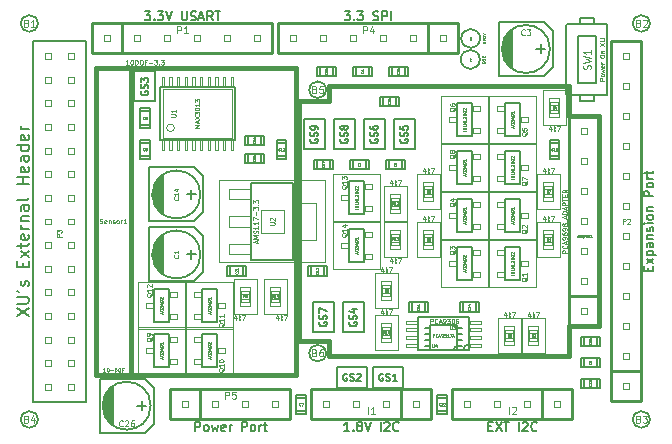
<source format=gto>
%FSLAX34Y34*%
G04 Gerber Fmt 3.4, Leading zero omitted, Abs format*
G04 (created by PCBNEW (2014-jan-25)-product) date dom 15 jun 2014 08:51:59 CST*
%MOIN*%
G01*
G70*
G90*
G04 APERTURE LIST*
%ADD10C,0.005906*%
%ADD11C,0.016000*%
%ADD12C,0.015000*%
%ADD13C,0.002600*%
%ADD14C,0.008000*%
%ADD15C,0.010000*%
%ADD16C,0.005000*%
%ADD17C,0.002000*%
%ADD18C,0.006000*%
%ADD19C,0.003000*%
%ADD20C,0.001969*%
%ADD21C,0.002362*%
%ADD22C,0.003500*%
%ADD23C,0.003150*%
%ADD24C,0.001378*%
%ADD25C,0.001000*%
%ADD26C,0.000315*%
%ADD27C,0.001250*%
%ADD28C,0.001575*%
%ADD29C,0.004700*%
%ADD30C,0.001600*%
%ADD31C,0.004000*%
G04 APERTURE END LIST*
G54D10*
G54D11*
X87500Y-34000D02*
X95500Y-34000D01*
G54D12*
X95500Y-34000D02*
X95500Y-33000D01*
X87500Y-33500D02*
X87500Y-34000D01*
X86500Y-33500D02*
X87500Y-33500D01*
X86500Y-25500D02*
X86500Y-33500D01*
X87500Y-25500D02*
X86500Y-25500D01*
X87500Y-25000D02*
X87500Y-25500D01*
X95500Y-25000D02*
X87500Y-25000D01*
X96500Y-26000D02*
X96500Y-33000D01*
X95500Y-26000D02*
X96500Y-26000D01*
X95500Y-25000D02*
X95500Y-26000D01*
X96500Y-33000D02*
X95500Y-33000D01*
G54D13*
X78795Y-23890D02*
X78795Y-24087D01*
X78795Y-24087D02*
X78992Y-24087D01*
X78992Y-23890D02*
X78992Y-24087D01*
X78795Y-23890D02*
X78992Y-23890D01*
X78008Y-23890D02*
X78008Y-24087D01*
X78008Y-24087D02*
X78205Y-24087D01*
X78205Y-23890D02*
X78205Y-24087D01*
X78008Y-23890D02*
X78205Y-23890D01*
X78795Y-24678D02*
X78795Y-24875D01*
X78795Y-24875D02*
X78992Y-24875D01*
X78992Y-24678D02*
X78992Y-24875D01*
X78795Y-24678D02*
X78992Y-24678D01*
X78008Y-24678D02*
X78008Y-24875D01*
X78008Y-24875D02*
X78205Y-24875D01*
X78205Y-24678D02*
X78205Y-24875D01*
X78008Y-24678D02*
X78205Y-24678D01*
X78795Y-25465D02*
X78795Y-25662D01*
X78795Y-25662D02*
X78992Y-25662D01*
X78992Y-25465D02*
X78992Y-25662D01*
X78795Y-25465D02*
X78992Y-25465D01*
X78008Y-25465D02*
X78008Y-25662D01*
X78008Y-25662D02*
X78205Y-25662D01*
X78205Y-25465D02*
X78205Y-25662D01*
X78008Y-25465D02*
X78205Y-25465D01*
X78795Y-26252D02*
X78795Y-26449D01*
X78795Y-26449D02*
X78992Y-26449D01*
X78992Y-26252D02*
X78992Y-26449D01*
X78795Y-26252D02*
X78992Y-26252D01*
X78008Y-26252D02*
X78008Y-26449D01*
X78008Y-26449D02*
X78205Y-26449D01*
X78205Y-26252D02*
X78205Y-26449D01*
X78008Y-26252D02*
X78205Y-26252D01*
X78795Y-27040D02*
X78795Y-27237D01*
X78795Y-27237D02*
X78992Y-27237D01*
X78992Y-27040D02*
X78992Y-27237D01*
X78795Y-27040D02*
X78992Y-27040D01*
X78008Y-27040D02*
X78008Y-27237D01*
X78008Y-27237D02*
X78205Y-27237D01*
X78205Y-27040D02*
X78205Y-27237D01*
X78008Y-27040D02*
X78205Y-27040D01*
X78795Y-27827D02*
X78795Y-28024D01*
X78795Y-28024D02*
X78992Y-28024D01*
X78992Y-27827D02*
X78992Y-28024D01*
X78795Y-27827D02*
X78992Y-27827D01*
X78008Y-27827D02*
X78008Y-28024D01*
X78008Y-28024D02*
X78205Y-28024D01*
X78205Y-27827D02*
X78205Y-28024D01*
X78008Y-27827D02*
X78205Y-27827D01*
X78795Y-28615D02*
X78795Y-28812D01*
X78795Y-28812D02*
X78992Y-28812D01*
X78992Y-28615D02*
X78992Y-28812D01*
X78795Y-28615D02*
X78992Y-28615D01*
X78008Y-28615D02*
X78008Y-28812D01*
X78008Y-28812D02*
X78205Y-28812D01*
X78205Y-28615D02*
X78205Y-28812D01*
X78008Y-28615D02*
X78205Y-28615D01*
X78795Y-29402D02*
X78795Y-29598D01*
X78795Y-29598D02*
X78992Y-29598D01*
X78992Y-29402D02*
X78992Y-29598D01*
X78795Y-29402D02*
X78992Y-29402D01*
X78008Y-29402D02*
X78008Y-29598D01*
X78008Y-29598D02*
X78205Y-29598D01*
X78205Y-29402D02*
X78205Y-29598D01*
X78008Y-29402D02*
X78205Y-29402D01*
X78795Y-30188D02*
X78795Y-30385D01*
X78795Y-30385D02*
X78992Y-30385D01*
X78992Y-30188D02*
X78992Y-30385D01*
X78795Y-30188D02*
X78992Y-30188D01*
X78008Y-30188D02*
X78008Y-30385D01*
X78008Y-30385D02*
X78205Y-30385D01*
X78205Y-30188D02*
X78205Y-30385D01*
X78008Y-30188D02*
X78205Y-30188D01*
X78795Y-30976D02*
X78795Y-31173D01*
X78795Y-31173D02*
X78992Y-31173D01*
X78992Y-30976D02*
X78992Y-31173D01*
X78795Y-30976D02*
X78992Y-30976D01*
X78008Y-30976D02*
X78008Y-31173D01*
X78008Y-31173D02*
X78205Y-31173D01*
X78205Y-30976D02*
X78205Y-31173D01*
X78008Y-30976D02*
X78205Y-30976D01*
X78795Y-31763D02*
X78795Y-31960D01*
X78795Y-31960D02*
X78992Y-31960D01*
X78992Y-31763D02*
X78992Y-31960D01*
X78795Y-31763D02*
X78992Y-31763D01*
X78008Y-31763D02*
X78008Y-31960D01*
X78008Y-31960D02*
X78205Y-31960D01*
X78205Y-31763D02*
X78205Y-31960D01*
X78008Y-31763D02*
X78205Y-31763D01*
X78795Y-32551D02*
X78795Y-32748D01*
X78795Y-32748D02*
X78992Y-32748D01*
X78992Y-32551D02*
X78992Y-32748D01*
X78795Y-32551D02*
X78992Y-32551D01*
X78008Y-32551D02*
X78008Y-32748D01*
X78008Y-32748D02*
X78205Y-32748D01*
X78205Y-32551D02*
X78205Y-32748D01*
X78008Y-32551D02*
X78205Y-32551D01*
X78795Y-33338D02*
X78795Y-33535D01*
X78795Y-33535D02*
X78992Y-33535D01*
X78992Y-33338D02*
X78992Y-33535D01*
X78795Y-33338D02*
X78992Y-33338D01*
X78008Y-33338D02*
X78008Y-33535D01*
X78008Y-33535D02*
X78205Y-33535D01*
X78205Y-33338D02*
X78205Y-33535D01*
X78008Y-33338D02*
X78205Y-33338D01*
X78795Y-34125D02*
X78795Y-34322D01*
X78795Y-34322D02*
X78992Y-34322D01*
X78992Y-34125D02*
X78992Y-34322D01*
X78795Y-34125D02*
X78992Y-34125D01*
X78008Y-34125D02*
X78008Y-34322D01*
X78008Y-34322D02*
X78205Y-34322D01*
X78205Y-34125D02*
X78205Y-34322D01*
X78008Y-34125D02*
X78205Y-34125D01*
X78795Y-34913D02*
X78795Y-35110D01*
X78795Y-35110D02*
X78992Y-35110D01*
X78992Y-34913D02*
X78992Y-35110D01*
X78795Y-34913D02*
X78992Y-34913D01*
X78008Y-34913D02*
X78008Y-35110D01*
X78008Y-35110D02*
X78205Y-35110D01*
X78205Y-34913D02*
X78205Y-35110D01*
X78008Y-34913D02*
X78205Y-34913D01*
G54D14*
X79385Y-35503D02*
X77615Y-35503D01*
X77615Y-35503D02*
X77615Y-23497D01*
X77615Y-23497D02*
X79385Y-23497D01*
X79385Y-23497D02*
X79385Y-35503D01*
G54D13*
X84000Y-23500D02*
X84200Y-23500D01*
X84200Y-23500D02*
X84200Y-23300D01*
X84000Y-23300D02*
X84200Y-23300D01*
X84000Y-23500D02*
X84000Y-23300D01*
X83000Y-23500D02*
X83200Y-23500D01*
X83200Y-23500D02*
X83200Y-23300D01*
X83000Y-23300D02*
X83200Y-23300D01*
X83000Y-23500D02*
X83000Y-23300D01*
X82000Y-23500D02*
X82200Y-23500D01*
X82200Y-23500D02*
X82200Y-23300D01*
X82000Y-23300D02*
X82200Y-23300D01*
X82000Y-23500D02*
X82000Y-23300D01*
X81000Y-23500D02*
X81200Y-23500D01*
X81200Y-23500D02*
X81200Y-23300D01*
X81000Y-23300D02*
X81200Y-23300D01*
X81000Y-23500D02*
X81000Y-23300D01*
X80000Y-23500D02*
X80200Y-23500D01*
X80200Y-23500D02*
X80200Y-23300D01*
X80000Y-23300D02*
X80200Y-23300D01*
X80000Y-23500D02*
X80000Y-23300D01*
X85000Y-23500D02*
X85200Y-23500D01*
X85200Y-23500D02*
X85200Y-23300D01*
X85000Y-23300D02*
X85200Y-23300D01*
X85000Y-23500D02*
X85000Y-23300D01*
G54D15*
X79600Y-22900D02*
X79600Y-23900D01*
X85600Y-22900D02*
X85600Y-23900D01*
X85600Y-22900D02*
X80600Y-22900D01*
X80600Y-22900D02*
X79600Y-22900D01*
X85600Y-23900D02*
X79600Y-23900D01*
X80600Y-22900D02*
X80600Y-23900D01*
G54D13*
X87400Y-23300D02*
X87200Y-23300D01*
X87200Y-23300D02*
X87200Y-23500D01*
X87400Y-23500D02*
X87200Y-23500D01*
X87400Y-23300D02*
X87400Y-23500D01*
X88400Y-23300D02*
X88200Y-23300D01*
X88200Y-23300D02*
X88200Y-23500D01*
X88400Y-23500D02*
X88200Y-23500D01*
X88400Y-23300D02*
X88400Y-23500D01*
X89400Y-23300D02*
X89200Y-23300D01*
X89200Y-23300D02*
X89200Y-23500D01*
X89400Y-23500D02*
X89200Y-23500D01*
X89400Y-23300D02*
X89400Y-23500D01*
X90400Y-23300D02*
X90200Y-23300D01*
X90200Y-23300D02*
X90200Y-23500D01*
X90400Y-23500D02*
X90200Y-23500D01*
X90400Y-23300D02*
X90400Y-23500D01*
X91400Y-23300D02*
X91200Y-23300D01*
X91200Y-23300D02*
X91200Y-23500D01*
X91400Y-23500D02*
X91200Y-23500D01*
X91400Y-23300D02*
X91400Y-23500D01*
X86400Y-23300D02*
X86200Y-23300D01*
X86200Y-23300D02*
X86200Y-23500D01*
X86400Y-23500D02*
X86200Y-23500D01*
X86400Y-23300D02*
X86400Y-23500D01*
G54D15*
X91800Y-23900D02*
X91800Y-22900D01*
X85800Y-23900D02*
X85800Y-22900D01*
X85800Y-23900D02*
X90800Y-23900D01*
X90800Y-23900D02*
X91800Y-23900D01*
X85800Y-22900D02*
X91800Y-22900D01*
X90800Y-23900D02*
X90800Y-22900D01*
G54D13*
X88500Y-35500D02*
X88300Y-35500D01*
X88300Y-35500D02*
X88300Y-35700D01*
X88500Y-35700D02*
X88300Y-35700D01*
X88500Y-35500D02*
X88500Y-35700D01*
X89500Y-35500D02*
X89300Y-35500D01*
X89300Y-35500D02*
X89300Y-35700D01*
X89500Y-35700D02*
X89300Y-35700D01*
X89500Y-35500D02*
X89500Y-35700D01*
X90500Y-35500D02*
X90300Y-35500D01*
X90300Y-35500D02*
X90300Y-35700D01*
X90500Y-35700D02*
X90300Y-35700D01*
X90500Y-35500D02*
X90500Y-35700D01*
X87500Y-35500D02*
X87300Y-35500D01*
X87300Y-35500D02*
X87300Y-35700D01*
X87500Y-35700D02*
X87300Y-35700D01*
X87500Y-35500D02*
X87500Y-35700D01*
G54D15*
X90900Y-36100D02*
X90900Y-35100D01*
X86900Y-35100D02*
X90900Y-35100D01*
X86900Y-36100D02*
X86900Y-35100D01*
X90900Y-36100D02*
X89900Y-36100D01*
X89900Y-36100D02*
X86900Y-36100D01*
X89900Y-36100D02*
X89900Y-35100D01*
G54D13*
X84600Y-35700D02*
X84800Y-35700D01*
X84800Y-35700D02*
X84800Y-35500D01*
X84600Y-35500D02*
X84800Y-35500D01*
X84600Y-35700D02*
X84600Y-35500D01*
X83600Y-35700D02*
X83800Y-35700D01*
X83800Y-35700D02*
X83800Y-35500D01*
X83600Y-35500D02*
X83800Y-35500D01*
X83600Y-35700D02*
X83600Y-35500D01*
X82600Y-35700D02*
X82800Y-35700D01*
X82800Y-35700D02*
X82800Y-35500D01*
X82600Y-35500D02*
X82800Y-35500D01*
X82600Y-35700D02*
X82600Y-35500D01*
X85600Y-35700D02*
X85800Y-35700D01*
X85800Y-35700D02*
X85800Y-35500D01*
X85600Y-35500D02*
X85800Y-35500D01*
X85600Y-35700D02*
X85600Y-35500D01*
G54D15*
X82200Y-35100D02*
X82200Y-36100D01*
X86200Y-36100D02*
X82200Y-36100D01*
X86200Y-35100D02*
X86200Y-36100D01*
X82200Y-35100D02*
X83200Y-35100D01*
X83200Y-35100D02*
X86200Y-35100D01*
X83200Y-35100D02*
X83200Y-36100D01*
G54D13*
X93200Y-35500D02*
X93000Y-35500D01*
X93000Y-35500D02*
X93000Y-35700D01*
X93200Y-35700D02*
X93000Y-35700D01*
X93200Y-35500D02*
X93200Y-35700D01*
X94200Y-35500D02*
X94000Y-35500D01*
X94000Y-35500D02*
X94000Y-35700D01*
X94200Y-35700D02*
X94000Y-35700D01*
X94200Y-35500D02*
X94200Y-35700D01*
X95200Y-35500D02*
X95000Y-35500D01*
X95000Y-35500D02*
X95000Y-35700D01*
X95200Y-35700D02*
X95000Y-35700D01*
X95200Y-35500D02*
X95200Y-35700D01*
X92200Y-35500D02*
X92000Y-35500D01*
X92000Y-35500D02*
X92000Y-35700D01*
X92200Y-35700D02*
X92000Y-35700D01*
X92200Y-35500D02*
X92200Y-35700D01*
G54D15*
X95600Y-36100D02*
X95600Y-35100D01*
X91600Y-35100D02*
X95600Y-35100D01*
X91600Y-36100D02*
X91600Y-35100D01*
X95600Y-36100D02*
X94600Y-36100D01*
X94600Y-36100D02*
X91600Y-36100D01*
X94600Y-36100D02*
X94600Y-35100D01*
G54D16*
X95864Y-22919D02*
X95864Y-22723D01*
X96336Y-22723D02*
X96336Y-22919D01*
X95864Y-25281D02*
X95864Y-25477D01*
X96336Y-25477D02*
X96336Y-25281D01*
X95392Y-22959D02*
X95392Y-25241D01*
X96769Y-25241D02*
X96769Y-22959D01*
X95451Y-22919D02*
X95864Y-22919D01*
X95864Y-22919D02*
X96336Y-22919D01*
X96336Y-22919D02*
X96729Y-22919D01*
X96729Y-22919D02*
X96749Y-22919D01*
X95451Y-25281D02*
X95864Y-25281D01*
X95864Y-25281D02*
X96336Y-25281D01*
X96336Y-25281D02*
X96729Y-25281D01*
X96729Y-25281D02*
X96749Y-25281D01*
X95786Y-23313D02*
X95786Y-24887D01*
X95786Y-23313D02*
X96375Y-23313D01*
X96375Y-23313D02*
X96375Y-24887D01*
X95786Y-24887D02*
X96375Y-24887D01*
X95864Y-22723D02*
X96336Y-22723D01*
X95864Y-25477D02*
X96336Y-25477D01*
X95431Y-22920D02*
G75*
G03X95392Y-22959I0J-39D01*
G74*
G01*
X95391Y-25241D02*
G75*
G03X95431Y-25281I40J0D01*
G74*
G01*
X96729Y-25281D02*
G75*
G03X96769Y-25241I0J40D01*
G74*
G01*
X96769Y-22959D02*
G75*
G03X96729Y-22919I-40J0D01*
G74*
G01*
G54D13*
X96100Y-27600D02*
X96100Y-27400D01*
X96100Y-27400D02*
X95900Y-27400D01*
X95900Y-27600D02*
X95900Y-27400D01*
X96100Y-27600D02*
X95900Y-27600D01*
X96100Y-28600D02*
X96100Y-28400D01*
X96100Y-28400D02*
X95900Y-28400D01*
X95900Y-28600D02*
X95900Y-28400D01*
X96100Y-28600D02*
X95900Y-28600D01*
X96100Y-29600D02*
X96100Y-29400D01*
X96100Y-29400D02*
X95900Y-29400D01*
X95900Y-29600D02*
X95900Y-29400D01*
X96100Y-29600D02*
X95900Y-29600D01*
X96100Y-30600D02*
X96100Y-30400D01*
X96100Y-30400D02*
X95900Y-30400D01*
X95900Y-30600D02*
X95900Y-30400D01*
X96100Y-30600D02*
X95900Y-30600D01*
X96100Y-31600D02*
X96100Y-31400D01*
X96100Y-31400D02*
X95900Y-31400D01*
X95900Y-31600D02*
X95900Y-31400D01*
X96100Y-31600D02*
X95900Y-31600D01*
X96100Y-32600D02*
X96100Y-32400D01*
X96100Y-32400D02*
X95900Y-32400D01*
X95900Y-32600D02*
X95900Y-32400D01*
X96100Y-32600D02*
X95900Y-32600D01*
X96100Y-26600D02*
X96100Y-26400D01*
X96100Y-26400D02*
X95900Y-26400D01*
X95900Y-26600D02*
X95900Y-26400D01*
X96100Y-26600D02*
X95900Y-26600D01*
G54D15*
X96500Y-26000D02*
X96500Y-33000D01*
X95500Y-33000D02*
X96500Y-33000D01*
X95500Y-26000D02*
X96500Y-26000D01*
X95500Y-26000D02*
X95500Y-32000D01*
X95500Y-32000D02*
X95500Y-33000D01*
X95500Y-32000D02*
X96500Y-32000D01*
G54D13*
X97500Y-25100D02*
X97500Y-24900D01*
X97500Y-24900D02*
X97300Y-24900D01*
X97300Y-25100D02*
X97300Y-24900D01*
X97500Y-25100D02*
X97300Y-25100D01*
X97500Y-26100D02*
X97500Y-25900D01*
X97500Y-25900D02*
X97300Y-25900D01*
X97300Y-26100D02*
X97300Y-25900D01*
X97500Y-26100D02*
X97300Y-26100D01*
X97500Y-27100D02*
X97500Y-26900D01*
X97500Y-26900D02*
X97300Y-26900D01*
X97300Y-27100D02*
X97300Y-26900D01*
X97500Y-27100D02*
X97300Y-27100D01*
X97500Y-28100D02*
X97500Y-27900D01*
X97500Y-27900D02*
X97300Y-27900D01*
X97300Y-28100D02*
X97300Y-27900D01*
X97500Y-28100D02*
X97300Y-28100D01*
X97500Y-29100D02*
X97500Y-28900D01*
X97500Y-28900D02*
X97300Y-28900D01*
X97300Y-29100D02*
X97300Y-28900D01*
X97500Y-29100D02*
X97300Y-29100D01*
X97500Y-30100D02*
X97500Y-29900D01*
X97500Y-29900D02*
X97300Y-29900D01*
X97300Y-30100D02*
X97300Y-29900D01*
X97500Y-30100D02*
X97300Y-30100D01*
X97500Y-31100D02*
X97500Y-30900D01*
X97500Y-30900D02*
X97300Y-30900D01*
X97300Y-31100D02*
X97300Y-30900D01*
X97500Y-31100D02*
X97300Y-31100D01*
X97500Y-32100D02*
X97500Y-31900D01*
X97500Y-31900D02*
X97300Y-31900D01*
X97300Y-32100D02*
X97300Y-31900D01*
X97500Y-32100D02*
X97300Y-32100D01*
X97500Y-33100D02*
X97500Y-32900D01*
X97500Y-32900D02*
X97300Y-32900D01*
X97300Y-33100D02*
X97300Y-32900D01*
X97500Y-33100D02*
X97300Y-33100D01*
X97500Y-34100D02*
X97500Y-33900D01*
X97500Y-33900D02*
X97300Y-33900D01*
X97300Y-34100D02*
X97300Y-33900D01*
X97500Y-34100D02*
X97300Y-34100D01*
X97500Y-35100D02*
X97500Y-34900D01*
X97500Y-34900D02*
X97300Y-34900D01*
X97300Y-35100D02*
X97300Y-34900D01*
X97500Y-35100D02*
X97300Y-35100D01*
X97500Y-24100D02*
X97500Y-23900D01*
X97500Y-23900D02*
X97300Y-23900D01*
X97300Y-24100D02*
X97300Y-23900D01*
X97500Y-24100D02*
X97300Y-24100D01*
G54D15*
X96900Y-35500D02*
X97900Y-35500D01*
X96900Y-23500D02*
X96900Y-34500D01*
X96900Y-34500D02*
X96900Y-35500D01*
X96900Y-23500D02*
X97900Y-23500D01*
X97900Y-23500D02*
X97900Y-35500D01*
X96900Y-34500D02*
X97900Y-34500D01*
G54D13*
X93880Y-26010D02*
X93880Y-26190D01*
X93880Y-26190D02*
X94109Y-26190D01*
X94109Y-26010D02*
X94109Y-26190D01*
X93880Y-26010D02*
X94109Y-26010D01*
X93091Y-26380D02*
X93091Y-26560D01*
X93091Y-26560D02*
X93320Y-26560D01*
X93320Y-26380D02*
X93320Y-26560D01*
X93091Y-26380D02*
X93320Y-26380D01*
X93091Y-25640D02*
X93091Y-25820D01*
X93091Y-25820D02*
X93320Y-25820D01*
X93320Y-25640D02*
X93320Y-25820D01*
X93091Y-25640D02*
X93320Y-25640D01*
G54D17*
X94380Y-25324D02*
X94380Y-26876D01*
X92820Y-26876D02*
X92820Y-25324D01*
X92820Y-25324D02*
X94380Y-25324D01*
X94380Y-26876D02*
X92820Y-26876D01*
G54D18*
X93859Y-26659D02*
X93341Y-26659D01*
X93341Y-26659D02*
X93341Y-25541D01*
X93341Y-25541D02*
X93859Y-25541D01*
X93859Y-25541D02*
X93859Y-26659D01*
G54D13*
X91720Y-26190D02*
X91720Y-26010D01*
X91720Y-26010D02*
X91491Y-26010D01*
X91491Y-26190D02*
X91491Y-26010D01*
X91720Y-26190D02*
X91491Y-26190D01*
X92509Y-25820D02*
X92509Y-25640D01*
X92509Y-25640D02*
X92280Y-25640D01*
X92280Y-25820D02*
X92280Y-25640D01*
X92509Y-25820D02*
X92280Y-25820D01*
X92509Y-26560D02*
X92509Y-26380D01*
X92509Y-26380D02*
X92280Y-26380D01*
X92280Y-26560D02*
X92280Y-26380D01*
X92509Y-26560D02*
X92280Y-26560D01*
G54D17*
X91220Y-26876D02*
X91220Y-25324D01*
X92780Y-25324D02*
X92780Y-26876D01*
X92780Y-26876D02*
X91220Y-26876D01*
X91220Y-25324D02*
X92780Y-25324D01*
G54D18*
X91741Y-25541D02*
X92259Y-25541D01*
X92259Y-25541D02*
X92259Y-26659D01*
X92259Y-26659D02*
X91741Y-26659D01*
X91741Y-26659D02*
X91741Y-25541D01*
G54D13*
X93880Y-27610D02*
X93880Y-27790D01*
X93880Y-27790D02*
X94109Y-27790D01*
X94109Y-27610D02*
X94109Y-27790D01*
X93880Y-27610D02*
X94109Y-27610D01*
X93091Y-27980D02*
X93091Y-28160D01*
X93091Y-28160D02*
X93320Y-28160D01*
X93320Y-27980D02*
X93320Y-28160D01*
X93091Y-27980D02*
X93320Y-27980D01*
X93091Y-27240D02*
X93091Y-27420D01*
X93091Y-27420D02*
X93320Y-27420D01*
X93320Y-27240D02*
X93320Y-27420D01*
X93091Y-27240D02*
X93320Y-27240D01*
G54D17*
X94380Y-26924D02*
X94380Y-28476D01*
X92820Y-28476D02*
X92820Y-26924D01*
X92820Y-26924D02*
X94380Y-26924D01*
X94380Y-28476D02*
X92820Y-28476D01*
G54D18*
X93859Y-28259D02*
X93341Y-28259D01*
X93341Y-28259D02*
X93341Y-27141D01*
X93341Y-27141D02*
X93859Y-27141D01*
X93859Y-27141D02*
X93859Y-28259D01*
G54D13*
X91720Y-27790D02*
X91720Y-27610D01*
X91720Y-27610D02*
X91491Y-27610D01*
X91491Y-27790D02*
X91491Y-27610D01*
X91720Y-27790D02*
X91491Y-27790D01*
X92509Y-27420D02*
X92509Y-27240D01*
X92509Y-27240D02*
X92280Y-27240D01*
X92280Y-27420D02*
X92280Y-27240D01*
X92509Y-27420D02*
X92280Y-27420D01*
X92509Y-28160D02*
X92509Y-27980D01*
X92509Y-27980D02*
X92280Y-27980D01*
X92280Y-28160D02*
X92280Y-27980D01*
X92509Y-28160D02*
X92280Y-28160D01*
G54D17*
X91220Y-28476D02*
X91220Y-26924D01*
X92780Y-26924D02*
X92780Y-28476D01*
X92780Y-28476D02*
X91220Y-28476D01*
X91220Y-26924D02*
X92780Y-26924D01*
G54D18*
X91741Y-27141D02*
X92259Y-27141D01*
X92259Y-27141D02*
X92259Y-28259D01*
X92259Y-28259D02*
X91741Y-28259D01*
X91741Y-28259D02*
X91741Y-27141D01*
G54D13*
X93880Y-29210D02*
X93880Y-29390D01*
X93880Y-29390D02*
X94109Y-29390D01*
X94109Y-29210D02*
X94109Y-29390D01*
X93880Y-29210D02*
X94109Y-29210D01*
X93091Y-29580D02*
X93091Y-29760D01*
X93091Y-29760D02*
X93320Y-29760D01*
X93320Y-29580D02*
X93320Y-29760D01*
X93091Y-29580D02*
X93320Y-29580D01*
X93091Y-28840D02*
X93091Y-29020D01*
X93091Y-29020D02*
X93320Y-29020D01*
X93320Y-28840D02*
X93320Y-29020D01*
X93091Y-28840D02*
X93320Y-28840D01*
G54D17*
X94380Y-28524D02*
X94380Y-30076D01*
X92820Y-30076D02*
X92820Y-28524D01*
X92820Y-28524D02*
X94380Y-28524D01*
X94380Y-30076D02*
X92820Y-30076D01*
G54D18*
X93859Y-29859D02*
X93341Y-29859D01*
X93341Y-29859D02*
X93341Y-28741D01*
X93341Y-28741D02*
X93859Y-28741D01*
X93859Y-28741D02*
X93859Y-29859D01*
G54D13*
X91720Y-29390D02*
X91720Y-29210D01*
X91720Y-29210D02*
X91491Y-29210D01*
X91491Y-29390D02*
X91491Y-29210D01*
X91720Y-29390D02*
X91491Y-29390D01*
X92509Y-29020D02*
X92509Y-28840D01*
X92509Y-28840D02*
X92280Y-28840D01*
X92280Y-29020D02*
X92280Y-28840D01*
X92509Y-29020D02*
X92280Y-29020D01*
X92509Y-29760D02*
X92509Y-29580D01*
X92509Y-29580D02*
X92280Y-29580D01*
X92280Y-29760D02*
X92280Y-29580D01*
X92509Y-29760D02*
X92280Y-29760D01*
G54D17*
X91220Y-30076D02*
X91220Y-28524D01*
X92780Y-28524D02*
X92780Y-30076D01*
X92780Y-30076D02*
X91220Y-30076D01*
X91220Y-28524D02*
X92780Y-28524D01*
G54D18*
X91741Y-28741D02*
X92259Y-28741D01*
X92259Y-28741D02*
X92259Y-29859D01*
X92259Y-29859D02*
X91741Y-29859D01*
X91741Y-29859D02*
X91741Y-28741D01*
G54D13*
X93880Y-30810D02*
X93880Y-30990D01*
X93880Y-30990D02*
X94109Y-30990D01*
X94109Y-30810D02*
X94109Y-30990D01*
X93880Y-30810D02*
X94109Y-30810D01*
X93091Y-31180D02*
X93091Y-31360D01*
X93091Y-31360D02*
X93320Y-31360D01*
X93320Y-31180D02*
X93320Y-31360D01*
X93091Y-31180D02*
X93320Y-31180D01*
X93091Y-30440D02*
X93091Y-30620D01*
X93091Y-30620D02*
X93320Y-30620D01*
X93320Y-30440D02*
X93320Y-30620D01*
X93091Y-30440D02*
X93320Y-30440D01*
G54D17*
X94380Y-30124D02*
X94380Y-31676D01*
X92820Y-31676D02*
X92820Y-30124D01*
X92820Y-30124D02*
X94380Y-30124D01*
X94380Y-31676D02*
X92820Y-31676D01*
G54D18*
X93859Y-31459D02*
X93341Y-31459D01*
X93341Y-31459D02*
X93341Y-30341D01*
X93341Y-30341D02*
X93859Y-30341D01*
X93859Y-30341D02*
X93859Y-31459D01*
G54D13*
X91720Y-30990D02*
X91720Y-30810D01*
X91720Y-30810D02*
X91491Y-30810D01*
X91491Y-30990D02*
X91491Y-30810D01*
X91720Y-30990D02*
X91491Y-30990D01*
X92509Y-30620D02*
X92509Y-30440D01*
X92509Y-30440D02*
X92280Y-30440D01*
X92280Y-30620D02*
X92280Y-30440D01*
X92509Y-30620D02*
X92280Y-30620D01*
X92509Y-31360D02*
X92509Y-31180D01*
X92509Y-31180D02*
X92280Y-31180D01*
X92280Y-31360D02*
X92280Y-31180D01*
X92509Y-31360D02*
X92280Y-31360D01*
G54D17*
X91220Y-31676D02*
X91220Y-30124D01*
X92780Y-30124D02*
X92780Y-31676D01*
X92780Y-31676D02*
X91220Y-31676D01*
X91220Y-30124D02*
X92780Y-30124D01*
G54D18*
X91741Y-30341D02*
X92259Y-30341D01*
X92259Y-30341D02*
X92259Y-31459D01*
X92259Y-31459D02*
X91741Y-31459D01*
X91741Y-31459D02*
X91741Y-30341D01*
G54D10*
X92158Y-33591D02*
G75*
G03X91958Y-33791I0J-200D01*
G74*
G01*
G54D13*
X92567Y-33575D02*
X92174Y-33575D01*
X92174Y-33575D02*
X92174Y-33674D01*
X92567Y-33674D02*
X92174Y-33674D01*
X92567Y-33575D02*
X92567Y-33674D01*
X92567Y-33319D02*
X92174Y-33319D01*
X92174Y-33319D02*
X92174Y-33418D01*
X92567Y-33418D02*
X92174Y-33418D01*
X92567Y-33319D02*
X92567Y-33418D01*
X92567Y-33064D02*
X92174Y-33064D01*
X92174Y-33064D02*
X92174Y-33163D01*
X92567Y-33163D02*
X92174Y-33163D01*
X92567Y-33064D02*
X92567Y-33163D01*
X92567Y-32808D02*
X92174Y-32808D01*
X92174Y-32808D02*
X92174Y-32907D01*
X92567Y-32907D02*
X92174Y-32907D01*
X92567Y-32808D02*
X92567Y-32907D01*
X90442Y-32808D02*
X90049Y-32808D01*
X90049Y-32808D02*
X90049Y-32907D01*
X90442Y-32907D02*
X90049Y-32907D01*
X90442Y-32808D02*
X90442Y-32907D01*
X90442Y-33064D02*
X90049Y-33064D01*
X90049Y-33064D02*
X90049Y-33163D01*
X90442Y-33163D02*
X90049Y-33163D01*
X90442Y-33064D02*
X90442Y-33163D01*
X90442Y-33319D02*
X90049Y-33319D01*
X90049Y-33319D02*
X90049Y-33418D01*
X90442Y-33418D02*
X90049Y-33418D01*
X90442Y-33319D02*
X90442Y-33418D01*
X90442Y-33575D02*
X90049Y-33575D01*
X90049Y-33575D02*
X90049Y-33674D01*
X90442Y-33674D02*
X90049Y-33674D01*
X90442Y-33575D02*
X90442Y-33674D01*
G54D14*
X92154Y-32690D02*
X90462Y-32690D01*
X90462Y-32690D02*
X90462Y-33792D01*
X90462Y-33792D02*
X92154Y-33792D01*
X92154Y-33792D02*
X92154Y-32690D01*
G54D10*
X91753Y-33661D02*
G75*
G03X91653Y-33761I0J-100D01*
G74*
G01*
X90700Y-33655D02*
X90857Y-33655D01*
X90700Y-33458D02*
X90857Y-33458D01*
X90700Y-33261D02*
X90857Y-33261D01*
X90700Y-33064D02*
X90857Y-33064D01*
X91920Y-33064D02*
X91762Y-33064D01*
X91920Y-33261D02*
X91762Y-33261D01*
X91920Y-33458D02*
X91762Y-33458D01*
X91920Y-33655D02*
X91762Y-33655D01*
X91762Y-33773D02*
X90857Y-33773D01*
X90857Y-33773D02*
X90857Y-32946D01*
X90857Y-32946D02*
X91762Y-32946D01*
X91762Y-32946D02*
X91762Y-33773D01*
G54D13*
X81620Y-33890D02*
X81620Y-33710D01*
X81620Y-33710D02*
X81391Y-33710D01*
X81391Y-33890D02*
X81391Y-33710D01*
X81620Y-33890D02*
X81391Y-33890D01*
X82409Y-33520D02*
X82409Y-33340D01*
X82409Y-33340D02*
X82180Y-33340D01*
X82180Y-33520D02*
X82180Y-33340D01*
X82409Y-33520D02*
X82180Y-33520D01*
X82409Y-34260D02*
X82409Y-34080D01*
X82409Y-34080D02*
X82180Y-34080D01*
X82180Y-34260D02*
X82180Y-34080D01*
X82409Y-34260D02*
X82180Y-34260D01*
G54D17*
X81120Y-34576D02*
X81120Y-33024D01*
X82680Y-33024D02*
X82680Y-34576D01*
X82680Y-34576D02*
X81120Y-34576D01*
X81120Y-33024D02*
X82680Y-33024D01*
G54D18*
X81641Y-33241D02*
X82159Y-33241D01*
X82159Y-33241D02*
X82159Y-34359D01*
X82159Y-34359D02*
X81641Y-34359D01*
X81641Y-34359D02*
X81641Y-33241D01*
G54D13*
X83780Y-33710D02*
X83780Y-33890D01*
X83780Y-33890D02*
X84009Y-33890D01*
X84009Y-33710D02*
X84009Y-33890D01*
X83780Y-33710D02*
X84009Y-33710D01*
X82991Y-34080D02*
X82991Y-34260D01*
X82991Y-34260D02*
X83220Y-34260D01*
X83220Y-34080D02*
X83220Y-34260D01*
X82991Y-34080D02*
X83220Y-34080D01*
X82991Y-33340D02*
X82991Y-33520D01*
X82991Y-33520D02*
X83220Y-33520D01*
X83220Y-33340D02*
X83220Y-33520D01*
X82991Y-33340D02*
X83220Y-33340D01*
G54D17*
X84280Y-33024D02*
X84280Y-34576D01*
X82720Y-34576D02*
X82720Y-33024D01*
X82720Y-33024D02*
X84280Y-33024D01*
X84280Y-34576D02*
X82720Y-34576D01*
G54D18*
X83759Y-34359D02*
X83241Y-34359D01*
X83241Y-34359D02*
X83241Y-33241D01*
X83241Y-33241D02*
X83759Y-33241D01*
X83759Y-33241D02*
X83759Y-34359D01*
G54D13*
X83780Y-32210D02*
X83780Y-32390D01*
X83780Y-32390D02*
X84009Y-32390D01*
X84009Y-32210D02*
X84009Y-32390D01*
X83780Y-32210D02*
X84009Y-32210D01*
X82991Y-32580D02*
X82991Y-32760D01*
X82991Y-32760D02*
X83220Y-32760D01*
X83220Y-32580D02*
X83220Y-32760D01*
X82991Y-32580D02*
X83220Y-32580D01*
X82991Y-31840D02*
X82991Y-32020D01*
X82991Y-32020D02*
X83220Y-32020D01*
X83220Y-31840D02*
X83220Y-32020D01*
X82991Y-31840D02*
X83220Y-31840D01*
G54D17*
X84280Y-31524D02*
X84280Y-33076D01*
X82720Y-33076D02*
X82720Y-31524D01*
X82720Y-31524D02*
X84280Y-31524D01*
X84280Y-33076D02*
X82720Y-33076D01*
G54D18*
X83759Y-32859D02*
X83241Y-32859D01*
X83241Y-32859D02*
X83241Y-31741D01*
X83241Y-31741D02*
X83759Y-31741D01*
X83759Y-31741D02*
X83759Y-32859D01*
G54D13*
X81620Y-32390D02*
X81620Y-32210D01*
X81620Y-32210D02*
X81391Y-32210D01*
X81391Y-32390D02*
X81391Y-32210D01*
X81620Y-32390D02*
X81391Y-32390D01*
X82409Y-32020D02*
X82409Y-31840D01*
X82409Y-31840D02*
X82180Y-31840D01*
X82180Y-32020D02*
X82180Y-31840D01*
X82409Y-32020D02*
X82180Y-32020D01*
X82409Y-32760D02*
X82409Y-32580D01*
X82409Y-32580D02*
X82180Y-32580D01*
X82180Y-32760D02*
X82180Y-32580D01*
X82409Y-32760D02*
X82180Y-32760D01*
G54D17*
X81120Y-33076D02*
X81120Y-31524D01*
X82680Y-31524D02*
X82680Y-33076D01*
X82680Y-33076D02*
X81120Y-33076D01*
X81120Y-31524D02*
X82680Y-31524D01*
G54D18*
X81641Y-31741D02*
X82159Y-31741D01*
X82159Y-31741D02*
X82159Y-32859D01*
X82159Y-32859D02*
X81641Y-32859D01*
X81641Y-32859D02*
X81641Y-31741D01*
G54D13*
X88120Y-30390D02*
X88120Y-30210D01*
X88120Y-30210D02*
X87891Y-30210D01*
X87891Y-30390D02*
X87891Y-30210D01*
X88120Y-30390D02*
X87891Y-30390D01*
X88909Y-30020D02*
X88909Y-29840D01*
X88909Y-29840D02*
X88680Y-29840D01*
X88680Y-30020D02*
X88680Y-29840D01*
X88909Y-30020D02*
X88680Y-30020D01*
X88909Y-30760D02*
X88909Y-30580D01*
X88909Y-30580D02*
X88680Y-30580D01*
X88680Y-30760D02*
X88680Y-30580D01*
X88909Y-30760D02*
X88680Y-30760D01*
G54D17*
X87620Y-31076D02*
X87620Y-29524D01*
X89180Y-29524D02*
X89180Y-31076D01*
X89180Y-31076D02*
X87620Y-31076D01*
X87620Y-29524D02*
X89180Y-29524D01*
G54D18*
X88141Y-29741D02*
X88659Y-29741D01*
X88659Y-29741D02*
X88659Y-30859D01*
X88659Y-30859D02*
X88141Y-30859D01*
X88141Y-30859D02*
X88141Y-29741D01*
G54D13*
X88120Y-28790D02*
X88120Y-28610D01*
X88120Y-28610D02*
X87891Y-28610D01*
X87891Y-28790D02*
X87891Y-28610D01*
X88120Y-28790D02*
X87891Y-28790D01*
X88909Y-28420D02*
X88909Y-28240D01*
X88909Y-28240D02*
X88680Y-28240D01*
X88680Y-28420D02*
X88680Y-28240D01*
X88909Y-28420D02*
X88680Y-28420D01*
X88909Y-29160D02*
X88909Y-28980D01*
X88909Y-28980D02*
X88680Y-28980D01*
X88680Y-29160D02*
X88680Y-28980D01*
X88909Y-29160D02*
X88680Y-29160D01*
G54D17*
X87620Y-29476D02*
X87620Y-27924D01*
X89180Y-27924D02*
X89180Y-29476D01*
X89180Y-29476D02*
X87620Y-29476D01*
X87620Y-27924D02*
X89180Y-27924D01*
G54D18*
X88141Y-28141D02*
X88659Y-28141D01*
X88659Y-28141D02*
X88659Y-29259D01*
X88659Y-29259D02*
X88141Y-29259D01*
X88141Y-29259D02*
X88141Y-28141D01*
G54D13*
X84870Y-31830D02*
X84870Y-31670D01*
X84870Y-31670D02*
X84530Y-31670D01*
X84530Y-31830D02*
X84530Y-31670D01*
X84870Y-31830D02*
X84530Y-31830D01*
X84870Y-32330D02*
X84870Y-32170D01*
X84870Y-32170D02*
X84530Y-32170D01*
X84530Y-32330D02*
X84530Y-32170D01*
X84870Y-32330D02*
X84530Y-32330D01*
X84857Y-32078D02*
X84857Y-31922D01*
X84857Y-31922D02*
X84543Y-31922D01*
X84543Y-32078D02*
X84543Y-31922D01*
X84857Y-32078D02*
X84543Y-32078D01*
G54D18*
X84840Y-32170D02*
X84840Y-31830D01*
X84560Y-31830D02*
X84560Y-32170D01*
G54D17*
X84313Y-32579D02*
X84313Y-31421D01*
X84313Y-31421D02*
X85087Y-31421D01*
X85087Y-31421D02*
X85087Y-32579D01*
X85087Y-32579D02*
X84313Y-32579D01*
G54D10*
X87388Y-33890D02*
G75*
G03X87388Y-33890I-278J0D01*
G74*
G01*
X77778Y-22900D02*
G75*
G03X77778Y-22900I-278J0D01*
G74*
G01*
X77778Y-36100D02*
G75*
G03X77778Y-36100I-278J0D01*
G74*
G01*
X98178Y-36100D02*
G75*
G03X98178Y-36100I-278J0D01*
G74*
G01*
X98178Y-22900D02*
G75*
G03X98178Y-22900I-278J0D01*
G74*
G01*
X87388Y-25110D02*
G75*
G03X87388Y-25110I-278J0D01*
G74*
G01*
X92524Y-23400D02*
G75*
G03X92524Y-23400I-314J0D01*
G74*
G01*
X92517Y-24100D02*
G75*
G03X92517Y-24100I-317J0D01*
G74*
G01*
G54D13*
X81909Y-27128D02*
X81989Y-27128D01*
X81989Y-27128D02*
X81989Y-26798D01*
X81909Y-26798D02*
X81989Y-26798D01*
X81909Y-27128D02*
X81909Y-26798D01*
X82165Y-27128D02*
X82245Y-27128D01*
X82245Y-27128D02*
X82245Y-26798D01*
X82165Y-26798D02*
X82245Y-26798D01*
X82165Y-27128D02*
X82165Y-26798D01*
X82421Y-27128D02*
X82501Y-27128D01*
X82501Y-27128D02*
X82501Y-26798D01*
X82421Y-26798D02*
X82501Y-26798D01*
X82421Y-27128D02*
X82421Y-26798D01*
X82677Y-27128D02*
X82757Y-27128D01*
X82757Y-27128D02*
X82757Y-26798D01*
X82677Y-26798D02*
X82757Y-26798D01*
X82677Y-27128D02*
X82677Y-26798D01*
X82933Y-27128D02*
X83013Y-27128D01*
X83013Y-27128D02*
X83013Y-26798D01*
X82933Y-26798D02*
X83013Y-26798D01*
X82933Y-27128D02*
X82933Y-26798D01*
X83187Y-27128D02*
X83267Y-27128D01*
X83267Y-27128D02*
X83267Y-26798D01*
X83187Y-26798D02*
X83267Y-26798D01*
X83187Y-27128D02*
X83187Y-26798D01*
X83443Y-27128D02*
X83523Y-27128D01*
X83523Y-27128D02*
X83523Y-26798D01*
X83443Y-26798D02*
X83523Y-26798D01*
X83443Y-27128D02*
X83443Y-26798D01*
X83699Y-27128D02*
X83779Y-27128D01*
X83779Y-27128D02*
X83779Y-26798D01*
X83699Y-26798D02*
X83779Y-26798D01*
X83699Y-27128D02*
X83699Y-26798D01*
X83955Y-27128D02*
X84035Y-27128D01*
X84035Y-27128D02*
X84035Y-26798D01*
X83955Y-26798D02*
X84035Y-26798D01*
X83955Y-27128D02*
X83955Y-26798D01*
X84211Y-27128D02*
X84291Y-27128D01*
X84291Y-27128D02*
X84291Y-26798D01*
X84211Y-26798D02*
X84291Y-26798D01*
X84211Y-27128D02*
X84211Y-26798D01*
X84211Y-25002D02*
X84291Y-25002D01*
X84291Y-25002D02*
X84291Y-24672D01*
X84211Y-24672D02*
X84291Y-24672D01*
X84211Y-25002D02*
X84211Y-24672D01*
X83955Y-25002D02*
X84035Y-25002D01*
X84035Y-25002D02*
X84035Y-24672D01*
X83955Y-24672D02*
X84035Y-24672D01*
X83955Y-25002D02*
X83955Y-24672D01*
X83699Y-25002D02*
X83779Y-25002D01*
X83779Y-25002D02*
X83779Y-24672D01*
X83699Y-24672D02*
X83779Y-24672D01*
X83699Y-25002D02*
X83699Y-24672D01*
X83443Y-25002D02*
X83523Y-25002D01*
X83523Y-25002D02*
X83523Y-24672D01*
X83443Y-24672D02*
X83523Y-24672D01*
X83443Y-25002D02*
X83443Y-24672D01*
X83187Y-25002D02*
X83267Y-25002D01*
X83267Y-25002D02*
X83267Y-24672D01*
X83187Y-24672D02*
X83267Y-24672D01*
X83187Y-25002D02*
X83187Y-24672D01*
X82933Y-25002D02*
X83013Y-25002D01*
X83013Y-25002D02*
X83013Y-24672D01*
X82933Y-24672D02*
X83013Y-24672D01*
X82933Y-25002D02*
X82933Y-24672D01*
X82677Y-25002D02*
X82757Y-25002D01*
X82757Y-25002D02*
X82757Y-24672D01*
X82677Y-24672D02*
X82757Y-24672D01*
X82677Y-25002D02*
X82677Y-24672D01*
X82421Y-25002D02*
X82501Y-25002D01*
X82501Y-25002D02*
X82501Y-24672D01*
X82421Y-24672D02*
X82501Y-24672D01*
X82421Y-25002D02*
X82421Y-24672D01*
X82165Y-25002D02*
X82245Y-25002D01*
X82245Y-25002D02*
X82245Y-24672D01*
X82165Y-24672D02*
X82245Y-24672D01*
X82165Y-25002D02*
X82165Y-24672D01*
X81909Y-25002D02*
X81989Y-25002D01*
X81989Y-25002D02*
X81989Y-24672D01*
X81909Y-24672D02*
X81989Y-24672D01*
X81909Y-25002D02*
X81909Y-24672D01*
G54D18*
X81855Y-26798D02*
X84345Y-26798D01*
X84345Y-25002D02*
X84345Y-26798D01*
X84345Y-25002D02*
X81855Y-25002D01*
X81855Y-26798D02*
X81855Y-25002D01*
G54D17*
X81945Y-26708D02*
X84255Y-26708D01*
X84255Y-25092D02*
X84255Y-26708D01*
X84255Y-25092D02*
X81945Y-25092D01*
X81945Y-26708D02*
X81945Y-25092D01*
G54D19*
X82332Y-26380D02*
G75*
G03X82332Y-26380I-127J0D01*
G74*
G01*
G54D13*
X86309Y-28870D02*
X86309Y-30130D01*
X86309Y-30130D02*
X87040Y-30130D01*
X87040Y-28870D02*
X87040Y-30130D01*
X86309Y-28870D02*
X87040Y-28870D01*
X84160Y-29330D02*
X84160Y-29670D01*
X84160Y-29670D02*
X84891Y-29670D01*
X84891Y-29330D02*
X84891Y-29670D01*
X84160Y-29330D02*
X84891Y-29330D01*
X84160Y-28420D02*
X84160Y-28760D01*
X84160Y-28760D02*
X84891Y-28760D01*
X84891Y-28420D02*
X84891Y-28760D01*
X84160Y-28420D02*
X84891Y-28420D01*
X84160Y-30240D02*
X84160Y-30580D01*
X84160Y-30580D02*
X84891Y-30580D01*
X84891Y-30240D02*
X84891Y-30580D01*
X84160Y-30240D02*
X84891Y-30240D01*
X86309Y-28870D02*
X86309Y-30130D01*
X86309Y-30130D02*
X87040Y-30130D01*
X87040Y-28870D02*
X87040Y-30130D01*
X86309Y-28870D02*
X87040Y-28870D01*
X84160Y-29330D02*
X84160Y-29670D01*
X84160Y-29670D02*
X84891Y-29670D01*
X84891Y-29330D02*
X84891Y-29670D01*
X84160Y-29330D02*
X84891Y-29330D01*
X84160Y-28420D02*
X84160Y-28760D01*
X84160Y-28760D02*
X84891Y-28760D01*
X84891Y-28420D02*
X84891Y-28760D01*
X84160Y-28420D02*
X84891Y-28420D01*
X84160Y-30240D02*
X84160Y-30580D01*
X84160Y-30580D02*
X84891Y-30580D01*
X84891Y-30240D02*
X84891Y-30580D01*
X84160Y-30240D02*
X84891Y-30240D01*
X85207Y-29107D02*
X85207Y-29893D01*
X85207Y-29893D02*
X85993Y-29893D01*
X85993Y-29107D02*
X85993Y-29893D01*
X85207Y-29107D02*
X85993Y-29107D01*
G54D14*
X86300Y-30790D02*
X84900Y-30790D01*
X84900Y-30790D02*
X84900Y-28210D01*
X84900Y-28210D02*
X86300Y-28210D01*
X86300Y-28210D02*
X86300Y-30790D01*
G54D17*
X87364Y-28133D02*
X87364Y-30867D01*
X83836Y-30867D02*
X83836Y-28133D01*
X83836Y-28133D02*
X87364Y-28133D01*
X87364Y-30867D02*
X83836Y-30867D01*
G54D13*
X93670Y-33130D02*
X93670Y-32970D01*
X93670Y-32970D02*
X93330Y-32970D01*
X93330Y-33130D02*
X93330Y-32970D01*
X93670Y-33130D02*
X93330Y-33130D01*
X93670Y-33630D02*
X93670Y-33470D01*
X93670Y-33470D02*
X93330Y-33470D01*
X93330Y-33630D02*
X93330Y-33470D01*
X93670Y-33630D02*
X93330Y-33630D01*
X93657Y-33378D02*
X93657Y-33222D01*
X93657Y-33222D02*
X93343Y-33222D01*
X93343Y-33378D02*
X93343Y-33222D01*
X93657Y-33378D02*
X93343Y-33378D01*
G54D18*
X93640Y-33470D02*
X93640Y-33130D01*
X93360Y-33130D02*
X93360Y-33470D01*
G54D17*
X93113Y-33879D02*
X93113Y-32721D01*
X93113Y-32721D02*
X93887Y-32721D01*
X93887Y-32721D02*
X93887Y-33879D01*
X93887Y-33879D02*
X93113Y-33879D01*
G54D13*
X94470Y-33130D02*
X94470Y-32970D01*
X94470Y-32970D02*
X94130Y-32970D01*
X94130Y-33130D02*
X94130Y-32970D01*
X94470Y-33130D02*
X94130Y-33130D01*
X94470Y-33630D02*
X94470Y-33470D01*
X94470Y-33470D02*
X94130Y-33470D01*
X94130Y-33630D02*
X94130Y-33470D01*
X94470Y-33630D02*
X94130Y-33630D01*
X94457Y-33378D02*
X94457Y-33222D01*
X94457Y-33222D02*
X94143Y-33222D01*
X94143Y-33378D02*
X94143Y-33222D01*
X94457Y-33378D02*
X94143Y-33378D01*
G54D18*
X94440Y-33470D02*
X94440Y-33130D01*
X94160Y-33130D02*
X94160Y-33470D01*
G54D17*
X93913Y-33879D02*
X93913Y-32721D01*
X93913Y-32721D02*
X94687Y-32721D01*
X94687Y-32721D02*
X94687Y-33879D01*
X94687Y-33879D02*
X93913Y-33879D01*
G54D13*
X94970Y-29930D02*
X94970Y-29770D01*
X94970Y-29770D02*
X94630Y-29770D01*
X94630Y-29930D02*
X94630Y-29770D01*
X94970Y-29930D02*
X94630Y-29930D01*
X94970Y-30430D02*
X94970Y-30270D01*
X94970Y-30270D02*
X94630Y-30270D01*
X94630Y-30430D02*
X94630Y-30270D01*
X94970Y-30430D02*
X94630Y-30430D01*
X94957Y-30178D02*
X94957Y-30022D01*
X94957Y-30022D02*
X94643Y-30022D01*
X94643Y-30178D02*
X94643Y-30022D01*
X94957Y-30178D02*
X94643Y-30178D01*
G54D18*
X94940Y-30270D02*
X94940Y-29930D01*
X94660Y-29930D02*
X94660Y-30270D01*
G54D17*
X94413Y-30679D02*
X94413Y-29521D01*
X94413Y-29521D02*
X95187Y-29521D01*
X95187Y-29521D02*
X95187Y-30679D01*
X95187Y-30679D02*
X94413Y-30679D01*
G54D13*
X90970Y-28330D02*
X90970Y-28170D01*
X90970Y-28170D02*
X90630Y-28170D01*
X90630Y-28330D02*
X90630Y-28170D01*
X90970Y-28330D02*
X90630Y-28330D01*
X90970Y-28830D02*
X90970Y-28670D01*
X90970Y-28670D02*
X90630Y-28670D01*
X90630Y-28830D02*
X90630Y-28670D01*
X90970Y-28830D02*
X90630Y-28830D01*
X90957Y-28578D02*
X90957Y-28422D01*
X90957Y-28422D02*
X90643Y-28422D01*
X90643Y-28578D02*
X90643Y-28422D01*
X90957Y-28578D02*
X90643Y-28578D01*
G54D18*
X90940Y-28670D02*
X90940Y-28330D01*
X90660Y-28330D02*
X90660Y-28670D01*
G54D17*
X90413Y-29079D02*
X90413Y-27921D01*
X90413Y-27921D02*
X91187Y-27921D01*
X91187Y-27921D02*
X91187Y-29079D01*
X91187Y-29079D02*
X90413Y-29079D01*
G54D13*
X94970Y-28330D02*
X94970Y-28170D01*
X94970Y-28170D02*
X94630Y-28170D01*
X94630Y-28330D02*
X94630Y-28170D01*
X94970Y-28330D02*
X94630Y-28330D01*
X94970Y-28830D02*
X94970Y-28670D01*
X94970Y-28670D02*
X94630Y-28670D01*
X94630Y-28830D02*
X94630Y-28670D01*
X94970Y-28830D02*
X94630Y-28830D01*
X94957Y-28578D02*
X94957Y-28422D01*
X94957Y-28422D02*
X94643Y-28422D01*
X94643Y-28578D02*
X94643Y-28422D01*
X94957Y-28578D02*
X94643Y-28578D01*
G54D18*
X94940Y-28670D02*
X94940Y-28330D01*
X94660Y-28330D02*
X94660Y-28670D01*
G54D17*
X94413Y-29079D02*
X94413Y-27921D01*
X94413Y-27921D02*
X95187Y-27921D01*
X95187Y-27921D02*
X95187Y-29079D01*
X95187Y-29079D02*
X94413Y-29079D01*
G54D13*
X90630Y-30270D02*
X90630Y-30430D01*
X90630Y-30430D02*
X90970Y-30430D01*
X90970Y-30270D02*
X90970Y-30430D01*
X90630Y-30270D02*
X90970Y-30270D01*
X90630Y-29770D02*
X90630Y-29930D01*
X90630Y-29930D02*
X90970Y-29930D01*
X90970Y-29770D02*
X90970Y-29930D01*
X90630Y-29770D02*
X90970Y-29770D01*
X90643Y-30022D02*
X90643Y-30178D01*
X90643Y-30178D02*
X90957Y-30178D01*
X90957Y-30022D02*
X90957Y-30178D01*
X90643Y-30022D02*
X90957Y-30022D01*
G54D18*
X90660Y-29930D02*
X90660Y-30270D01*
X90940Y-30270D02*
X90940Y-29930D01*
G54D17*
X91187Y-29521D02*
X91187Y-30679D01*
X91187Y-30679D02*
X90413Y-30679D01*
X90413Y-30679D02*
X90413Y-29521D01*
X90413Y-29521D02*
X91187Y-29521D01*
G54D13*
X85870Y-31830D02*
X85870Y-31670D01*
X85870Y-31670D02*
X85530Y-31670D01*
X85530Y-31830D02*
X85530Y-31670D01*
X85870Y-31830D02*
X85530Y-31830D01*
X85870Y-32330D02*
X85870Y-32170D01*
X85870Y-32170D02*
X85530Y-32170D01*
X85530Y-32330D02*
X85530Y-32170D01*
X85870Y-32330D02*
X85530Y-32330D01*
X85857Y-32078D02*
X85857Y-31922D01*
X85857Y-31922D02*
X85543Y-31922D01*
X85543Y-32078D02*
X85543Y-31922D01*
X85857Y-32078D02*
X85543Y-32078D01*
G54D18*
X85840Y-32170D02*
X85840Y-31830D01*
X85560Y-31830D02*
X85560Y-32170D01*
G54D17*
X85313Y-32579D02*
X85313Y-31421D01*
X85313Y-31421D02*
X86087Y-31421D01*
X86087Y-31421D02*
X86087Y-32579D01*
X86087Y-32579D02*
X85313Y-32579D01*
G54D13*
X89530Y-30270D02*
X89530Y-30430D01*
X89530Y-30430D02*
X89870Y-30430D01*
X89870Y-30270D02*
X89870Y-30430D01*
X89530Y-30270D02*
X89870Y-30270D01*
X89530Y-29770D02*
X89530Y-29930D01*
X89530Y-29930D02*
X89870Y-29930D01*
X89870Y-29770D02*
X89870Y-29930D01*
X89530Y-29770D02*
X89870Y-29770D01*
X89543Y-30022D02*
X89543Y-30178D01*
X89543Y-30178D02*
X89857Y-30178D01*
X89857Y-30022D02*
X89857Y-30178D01*
X89543Y-30022D02*
X89857Y-30022D01*
G54D18*
X89560Y-29930D02*
X89560Y-30270D01*
X89840Y-30270D02*
X89840Y-29930D01*
G54D17*
X90087Y-29521D02*
X90087Y-30679D01*
X90087Y-30679D02*
X89313Y-30679D01*
X89313Y-30679D02*
X89313Y-29521D01*
X89313Y-29521D02*
X90087Y-29521D01*
G54D13*
X89530Y-29070D02*
X89530Y-29230D01*
X89530Y-29230D02*
X89870Y-29230D01*
X89870Y-29070D02*
X89870Y-29230D01*
X89530Y-29070D02*
X89870Y-29070D01*
X89530Y-28570D02*
X89530Y-28730D01*
X89530Y-28730D02*
X89870Y-28730D01*
X89870Y-28570D02*
X89870Y-28730D01*
X89530Y-28570D02*
X89870Y-28570D01*
X89543Y-28822D02*
X89543Y-28978D01*
X89543Y-28978D02*
X89857Y-28978D01*
X89857Y-28822D02*
X89857Y-28978D01*
X89543Y-28822D02*
X89857Y-28822D01*
G54D18*
X89560Y-28730D02*
X89560Y-29070D01*
X89840Y-29070D02*
X89840Y-28730D01*
G54D17*
X90087Y-28321D02*
X90087Y-29479D01*
X90087Y-29479D02*
X89313Y-29479D01*
X89313Y-29479D02*
X89313Y-28321D01*
X89313Y-28321D02*
X90087Y-28321D01*
G54D13*
X95170Y-25530D02*
X95170Y-25370D01*
X95170Y-25370D02*
X94830Y-25370D01*
X94830Y-25530D02*
X94830Y-25370D01*
X95170Y-25530D02*
X94830Y-25530D01*
X95170Y-26030D02*
X95170Y-25870D01*
X95170Y-25870D02*
X94830Y-25870D01*
X94830Y-26030D02*
X94830Y-25870D01*
X95170Y-26030D02*
X94830Y-26030D01*
X95157Y-25778D02*
X95157Y-25622D01*
X95157Y-25622D02*
X94843Y-25622D01*
X94843Y-25778D02*
X94843Y-25622D01*
X95157Y-25778D02*
X94843Y-25778D01*
G54D18*
X95140Y-25870D02*
X95140Y-25530D01*
X94860Y-25530D02*
X94860Y-25870D01*
G54D17*
X94613Y-26279D02*
X94613Y-25121D01*
X94613Y-25121D02*
X95387Y-25121D01*
X95387Y-25121D02*
X95387Y-26279D01*
X95387Y-26279D02*
X94613Y-26279D01*
G54D13*
X89570Y-31630D02*
X89570Y-31470D01*
X89570Y-31470D02*
X89230Y-31470D01*
X89230Y-31630D02*
X89230Y-31470D01*
X89570Y-31630D02*
X89230Y-31630D01*
X89570Y-32130D02*
X89570Y-31970D01*
X89570Y-31970D02*
X89230Y-31970D01*
X89230Y-32130D02*
X89230Y-31970D01*
X89570Y-32130D02*
X89230Y-32130D01*
X89557Y-31878D02*
X89557Y-31722D01*
X89557Y-31722D02*
X89243Y-31722D01*
X89243Y-31878D02*
X89243Y-31722D01*
X89557Y-31878D02*
X89243Y-31878D01*
G54D18*
X89540Y-31970D02*
X89540Y-31630D01*
X89260Y-31630D02*
X89260Y-31970D01*
G54D17*
X89013Y-32379D02*
X89013Y-31221D01*
X89013Y-31221D02*
X89787Y-31221D01*
X89787Y-31221D02*
X89787Y-32379D01*
X89787Y-32379D02*
X89013Y-32379D01*
G54D13*
X89570Y-33030D02*
X89570Y-32870D01*
X89570Y-32870D02*
X89230Y-32870D01*
X89230Y-33030D02*
X89230Y-32870D01*
X89570Y-33030D02*
X89230Y-33030D01*
X89570Y-33530D02*
X89570Y-33370D01*
X89570Y-33370D02*
X89230Y-33370D01*
X89230Y-33530D02*
X89230Y-33370D01*
X89570Y-33530D02*
X89230Y-33530D01*
X89557Y-33278D02*
X89557Y-33122D01*
X89557Y-33122D02*
X89243Y-33122D01*
X89243Y-33278D02*
X89243Y-33122D01*
X89557Y-33278D02*
X89243Y-33278D01*
G54D18*
X89540Y-33370D02*
X89540Y-33030D01*
X89260Y-33030D02*
X89260Y-33370D01*
G54D17*
X89013Y-33779D02*
X89013Y-32621D01*
X89013Y-32621D02*
X89787Y-32621D01*
X89787Y-32621D02*
X89787Y-33779D01*
X89787Y-33779D02*
X89013Y-33779D01*
G54D12*
X80890Y-24382D02*
X86402Y-24382D01*
X86402Y-24382D02*
X86402Y-34618D01*
X86402Y-34618D02*
X80890Y-34618D01*
X80889Y-34618D02*
X79707Y-34618D01*
X79707Y-34618D02*
X79707Y-24382D01*
X79707Y-24382D02*
X80889Y-24382D01*
X80889Y-24382D02*
X80889Y-34618D01*
G54D16*
X89950Y-34350D02*
X88950Y-34350D01*
X88950Y-35050D02*
X89950Y-35050D01*
X88950Y-35050D02*
X88950Y-34350D01*
X89950Y-34350D02*
X89950Y-35050D01*
X87750Y-35050D02*
X88750Y-35050D01*
X88750Y-34350D02*
X87750Y-34350D01*
X88750Y-34350D02*
X88750Y-35050D01*
X87750Y-35050D02*
X87750Y-34350D01*
X81700Y-25500D02*
X81700Y-24500D01*
X81000Y-24500D02*
X81000Y-25500D01*
X81000Y-24500D02*
X81700Y-24500D01*
X81700Y-25500D02*
X81000Y-25500D01*
X87950Y-32200D02*
X87950Y-33200D01*
X88650Y-33200D02*
X88650Y-32200D01*
X88650Y-33200D02*
X87950Y-33200D01*
X87950Y-32200D02*
X88650Y-32200D01*
X89650Y-26100D02*
X89650Y-27100D01*
X90350Y-27100D02*
X90350Y-26100D01*
X90350Y-27100D02*
X89650Y-27100D01*
X89650Y-26100D02*
X90350Y-26100D01*
X88650Y-26100D02*
X88650Y-27100D01*
X89350Y-27100D02*
X89350Y-26100D01*
X89350Y-27100D02*
X88650Y-27100D01*
X88650Y-26100D02*
X89350Y-26100D01*
X86950Y-32200D02*
X86950Y-33200D01*
X87650Y-33200D02*
X87650Y-32200D01*
X87650Y-33200D02*
X86950Y-33200D01*
X86950Y-32200D02*
X87650Y-32200D01*
X87650Y-26100D02*
X87650Y-27100D01*
X88350Y-27100D02*
X88350Y-26100D01*
X88350Y-27100D02*
X87650Y-27100D01*
X87650Y-26100D02*
X88350Y-26100D01*
X86650Y-26100D02*
X86650Y-27100D01*
X87350Y-27100D02*
X87350Y-26100D01*
X87350Y-27100D02*
X86650Y-27100D01*
X86650Y-26100D02*
X87350Y-26100D01*
X83050Y-30600D02*
X82750Y-30600D01*
X82900Y-30450D02*
X82900Y-30750D01*
X83000Y-31500D02*
X81500Y-31500D01*
X83300Y-30000D02*
X83300Y-31200D01*
X83000Y-31500D02*
X83300Y-31200D01*
X83000Y-29700D02*
X81500Y-29700D01*
X83000Y-29700D02*
X83300Y-30000D01*
X81600Y-30650D02*
X81600Y-30550D01*
X81650Y-30350D02*
X81650Y-30850D01*
X81700Y-30950D02*
X81700Y-30250D01*
X81750Y-31050D02*
X81750Y-30150D01*
X81800Y-30100D02*
X81800Y-31100D01*
X81850Y-31150D02*
X81850Y-30050D01*
X81900Y-30000D02*
X81900Y-31200D01*
X81950Y-29950D02*
X81950Y-31250D01*
X83200Y-30600D02*
G75*
G03X83200Y-30600I-800J0D01*
G74*
G01*
X81500Y-29700D02*
X81500Y-31500D01*
X94700Y-23750D02*
X94400Y-23750D01*
X94550Y-23600D02*
X94550Y-23900D01*
X94650Y-24650D02*
X93150Y-24650D01*
X94950Y-23150D02*
X94950Y-24350D01*
X94650Y-24650D02*
X94950Y-24350D01*
X94650Y-22850D02*
X93150Y-22850D01*
X94650Y-22850D02*
X94950Y-23150D01*
X93250Y-23800D02*
X93250Y-23700D01*
X93300Y-23500D02*
X93300Y-24000D01*
X93350Y-24100D02*
X93350Y-23400D01*
X93400Y-24200D02*
X93400Y-23300D01*
X93450Y-23250D02*
X93450Y-24250D01*
X93500Y-24300D02*
X93500Y-23200D01*
X93550Y-23150D02*
X93550Y-24350D01*
X93600Y-23100D02*
X93600Y-24400D01*
X94850Y-23750D02*
G75*
G03X94850Y-23750I-800J0D01*
G74*
G01*
X93150Y-22850D02*
X93150Y-24650D01*
X88280Y-27440D02*
X88280Y-27760D01*
X88720Y-27750D02*
X88720Y-27440D01*
X88820Y-27760D02*
X88180Y-27760D01*
X88180Y-27760D02*
X88180Y-27440D01*
X88180Y-27440D02*
X88820Y-27440D01*
X88820Y-27440D02*
X88820Y-27760D01*
X81510Y-26880D02*
X81190Y-26880D01*
X81200Y-27320D02*
X81510Y-27320D01*
X81190Y-27420D02*
X81190Y-26780D01*
X81190Y-26780D02*
X81510Y-26780D01*
X81510Y-26780D02*
X81510Y-27420D01*
X81510Y-27420D02*
X81190Y-27420D01*
X89480Y-27440D02*
X89480Y-27760D01*
X89920Y-27750D02*
X89920Y-27440D01*
X90020Y-27760D02*
X89380Y-27760D01*
X89380Y-27760D02*
X89380Y-27440D01*
X89380Y-27440D02*
X90020Y-27440D01*
X90020Y-27440D02*
X90020Y-27760D01*
X86390Y-35820D02*
X86710Y-35820D01*
X86700Y-35380D02*
X86390Y-35380D01*
X86710Y-35280D02*
X86710Y-35920D01*
X86710Y-35920D02*
X86390Y-35920D01*
X86390Y-35920D02*
X86390Y-35280D01*
X86390Y-35280D02*
X86710Y-35280D01*
X96420Y-34360D02*
X96420Y-34040D01*
X95980Y-34050D02*
X95980Y-34360D01*
X95880Y-34040D02*
X96520Y-34040D01*
X96520Y-34040D02*
X96520Y-34360D01*
X96520Y-34360D02*
X95880Y-34360D01*
X95880Y-34360D02*
X95880Y-34040D01*
X96420Y-33660D02*
X96420Y-33340D01*
X95980Y-33350D02*
X95980Y-33660D01*
X95880Y-33340D02*
X96520Y-33340D01*
X96520Y-33340D02*
X96520Y-33660D01*
X96520Y-33660D02*
X95880Y-33660D01*
X95880Y-33660D02*
X95880Y-33340D01*
X90239Y-32200D02*
X90239Y-32520D01*
X90679Y-32510D02*
X90679Y-32200D01*
X90779Y-32520D02*
X90139Y-32520D01*
X90139Y-32520D02*
X90139Y-32200D01*
X90139Y-32200D02*
X90779Y-32200D01*
X90779Y-32200D02*
X90779Y-32520D01*
X87320Y-31310D02*
X87320Y-30990D01*
X86880Y-31000D02*
X86880Y-31310D01*
X86780Y-30990D02*
X87420Y-30990D01*
X87420Y-30990D02*
X87420Y-31310D01*
X87420Y-31310D02*
X86780Y-31310D01*
X86780Y-31310D02*
X86780Y-30990D01*
X86060Y-26880D02*
X85740Y-26880D01*
X85750Y-27320D02*
X86060Y-27320D01*
X85740Y-27420D02*
X85740Y-26780D01*
X85740Y-26780D02*
X86060Y-26780D01*
X86060Y-26780D02*
X86060Y-27420D01*
X86060Y-27420D02*
X85740Y-27420D01*
X84780Y-27240D02*
X84780Y-27560D01*
X85220Y-27550D02*
X85220Y-27240D01*
X85320Y-27560D02*
X84680Y-27560D01*
X84680Y-27560D02*
X84680Y-27240D01*
X84680Y-27240D02*
X85320Y-27240D01*
X85320Y-27240D02*
X85320Y-27560D01*
X85220Y-26960D02*
X85220Y-26640D01*
X84780Y-26650D02*
X84780Y-26960D01*
X84680Y-26640D02*
X85320Y-26640D01*
X85320Y-26640D02*
X85320Y-26960D01*
X85320Y-26960D02*
X84680Y-26960D01*
X84680Y-26960D02*
X84680Y-26640D01*
X87080Y-27440D02*
X87080Y-27760D01*
X87520Y-27750D02*
X87520Y-27440D01*
X87620Y-27760D02*
X86980Y-27760D01*
X86980Y-27760D02*
X86980Y-27440D01*
X86980Y-27440D02*
X87620Y-27440D01*
X87620Y-27440D02*
X87620Y-27760D01*
X87180Y-24340D02*
X87180Y-24660D01*
X87620Y-24650D02*
X87620Y-24340D01*
X87720Y-24660D02*
X87080Y-24660D01*
X87080Y-24660D02*
X87080Y-24340D01*
X87080Y-24340D02*
X87720Y-24340D01*
X87720Y-24340D02*
X87720Y-24660D01*
X95160Y-26880D02*
X94840Y-26880D01*
X94850Y-27320D02*
X95160Y-27320D01*
X94840Y-27420D02*
X94840Y-26780D01*
X94840Y-26780D02*
X95160Y-26780D01*
X95160Y-26780D02*
X95160Y-27420D01*
X95160Y-27420D02*
X94840Y-27420D01*
X89580Y-24340D02*
X89580Y-24660D01*
X90020Y-24650D02*
X90020Y-24340D01*
X90120Y-24660D02*
X89480Y-24660D01*
X89480Y-24660D02*
X89480Y-24340D01*
X89480Y-24340D02*
X90120Y-24340D01*
X90120Y-24340D02*
X90120Y-24660D01*
X91410Y-35380D02*
X91090Y-35380D01*
X91100Y-35820D02*
X91410Y-35820D01*
X91090Y-35920D02*
X91090Y-35280D01*
X91090Y-35280D02*
X91410Y-35280D01*
X91410Y-35280D02*
X91410Y-35920D01*
X91410Y-35920D02*
X91090Y-35920D01*
X96420Y-35060D02*
X96420Y-34740D01*
X95980Y-34750D02*
X95980Y-35060D01*
X95880Y-34740D02*
X96520Y-34740D01*
X96520Y-34740D02*
X96520Y-35060D01*
X96520Y-35060D02*
X95880Y-35060D01*
X95880Y-35060D02*
X95880Y-34740D01*
X92379Y-32520D02*
X92379Y-32200D01*
X91939Y-32210D02*
X91939Y-32520D01*
X91839Y-32200D02*
X92479Y-32200D01*
X92479Y-32200D02*
X92479Y-32520D01*
X92479Y-32520D02*
X91839Y-32520D01*
X91839Y-32520D02*
X91839Y-32200D01*
X89280Y-25340D02*
X89280Y-25660D01*
X89720Y-25650D02*
X89720Y-25340D01*
X89820Y-25660D02*
X89180Y-25660D01*
X89180Y-25660D02*
X89180Y-25340D01*
X89180Y-25340D02*
X89820Y-25340D01*
X89820Y-25340D02*
X89820Y-25660D01*
X81510Y-25830D02*
X81190Y-25830D01*
X81200Y-26270D02*
X81510Y-26270D01*
X81190Y-26370D02*
X81190Y-25730D01*
X81190Y-25730D02*
X81510Y-25730D01*
X81510Y-25730D02*
X81510Y-26370D01*
X81510Y-26370D02*
X81190Y-26370D01*
X88380Y-24340D02*
X88380Y-24660D01*
X88820Y-24650D02*
X88820Y-24340D01*
X88920Y-24660D02*
X88280Y-24660D01*
X88280Y-24660D02*
X88280Y-24340D01*
X88280Y-24340D02*
X88920Y-24340D01*
X88920Y-24340D02*
X88920Y-24660D01*
X83050Y-28600D02*
X82750Y-28600D01*
X82900Y-28450D02*
X82900Y-28750D01*
X83000Y-29500D02*
X81500Y-29500D01*
X83300Y-28000D02*
X83300Y-29200D01*
X83000Y-29500D02*
X83300Y-29200D01*
X83000Y-27700D02*
X81500Y-27700D01*
X83000Y-27700D02*
X83300Y-28000D01*
X81600Y-28650D02*
X81600Y-28550D01*
X81650Y-28350D02*
X81650Y-28850D01*
X81700Y-28950D02*
X81700Y-28250D01*
X81750Y-29050D02*
X81750Y-28150D01*
X81800Y-28100D02*
X81800Y-29100D01*
X81850Y-29150D02*
X81850Y-28050D01*
X81900Y-28000D02*
X81900Y-29200D01*
X81950Y-27950D02*
X81950Y-29250D01*
X83200Y-28600D02*
G75*
G03X83200Y-28600I-800J0D01*
G74*
G01*
X81500Y-27700D02*
X81500Y-29500D01*
X84629Y-31310D02*
X84629Y-30990D01*
X84189Y-31000D02*
X84189Y-31310D01*
X84089Y-30990D02*
X84729Y-30990D01*
X84729Y-30990D02*
X84729Y-31310D01*
X84729Y-31310D02*
X84089Y-31310D01*
X84089Y-31310D02*
X84089Y-30990D01*
X81390Y-35640D02*
X81090Y-35640D01*
X81240Y-35490D02*
X81240Y-35790D01*
X81340Y-36540D02*
X79840Y-36540D01*
X81640Y-35040D02*
X81640Y-36240D01*
X81340Y-36540D02*
X81640Y-36240D01*
X81340Y-34740D02*
X79840Y-34740D01*
X81340Y-34740D02*
X81640Y-35040D01*
X79940Y-35690D02*
X79940Y-35590D01*
X79990Y-35390D02*
X79990Y-35890D01*
X80040Y-35990D02*
X80040Y-35290D01*
X80090Y-36090D02*
X80090Y-35190D01*
X80140Y-35140D02*
X80140Y-36140D01*
X80190Y-36190D02*
X80190Y-35090D01*
X80240Y-35040D02*
X80240Y-36240D01*
X80290Y-34990D02*
X80290Y-36290D01*
X81540Y-35640D02*
G75*
G03X81540Y-35640I-800J0D01*
G74*
G01*
X79840Y-34740D02*
X79840Y-36540D01*
G54D20*
X78571Y-30016D02*
X78413Y-30016D01*
X78413Y-29956D01*
X78421Y-29941D01*
X78428Y-29933D01*
X78443Y-29926D01*
X78466Y-29926D01*
X78481Y-29933D01*
X78488Y-29941D01*
X78496Y-29956D01*
X78496Y-30016D01*
X78413Y-29873D02*
X78413Y-29776D01*
X78473Y-29828D01*
X78473Y-29806D01*
X78481Y-29791D01*
X78488Y-29783D01*
X78503Y-29776D01*
X78541Y-29776D01*
X78556Y-29783D01*
X78563Y-29791D01*
X78571Y-29806D01*
X78571Y-29851D01*
X78563Y-29866D01*
X78556Y-29873D01*
G54D16*
X77080Y-32661D02*
X77480Y-32395D01*
X77080Y-32395D02*
X77480Y-32661D01*
X77080Y-32242D02*
X77404Y-32242D01*
X77442Y-32223D01*
X77461Y-32204D01*
X77480Y-32166D01*
X77480Y-32090D01*
X77461Y-32052D01*
X77442Y-32033D01*
X77404Y-32014D01*
X77080Y-32014D01*
X77080Y-31804D02*
X77157Y-31842D01*
X77461Y-31652D02*
X77480Y-31614D01*
X77480Y-31538D01*
X77461Y-31499D01*
X77423Y-31480D01*
X77404Y-31480D01*
X77366Y-31499D01*
X77347Y-31538D01*
X77347Y-31595D01*
X77328Y-31633D01*
X77290Y-31652D01*
X77271Y-31652D01*
X77233Y-31633D01*
X77214Y-31595D01*
X77214Y-31538D01*
X77233Y-31499D01*
X77271Y-31004D02*
X77271Y-30871D01*
X77480Y-30814D02*
X77480Y-31004D01*
X77080Y-31004D01*
X77080Y-30814D01*
X77480Y-30680D02*
X77214Y-30471D01*
X77214Y-30680D02*
X77480Y-30471D01*
X77214Y-30376D02*
X77214Y-30223D01*
X77080Y-30319D02*
X77423Y-30319D01*
X77461Y-30299D01*
X77480Y-30261D01*
X77480Y-30223D01*
X77461Y-29938D02*
X77480Y-29976D01*
X77480Y-30052D01*
X77461Y-30090D01*
X77423Y-30109D01*
X77271Y-30109D01*
X77233Y-30090D01*
X77214Y-30052D01*
X77214Y-29976D01*
X77233Y-29938D01*
X77271Y-29919D01*
X77309Y-29919D01*
X77347Y-30109D01*
X77480Y-29747D02*
X77214Y-29747D01*
X77290Y-29747D02*
X77252Y-29728D01*
X77233Y-29709D01*
X77214Y-29671D01*
X77214Y-29633D01*
X77214Y-29499D02*
X77480Y-29499D01*
X77252Y-29499D02*
X77233Y-29480D01*
X77214Y-29442D01*
X77214Y-29385D01*
X77233Y-29347D01*
X77271Y-29328D01*
X77480Y-29328D01*
X77480Y-28966D02*
X77271Y-28966D01*
X77233Y-28985D01*
X77214Y-29023D01*
X77214Y-29099D01*
X77233Y-29138D01*
X77461Y-28966D02*
X77480Y-29004D01*
X77480Y-29099D01*
X77461Y-29138D01*
X77423Y-29157D01*
X77385Y-29157D01*
X77347Y-29138D01*
X77328Y-29099D01*
X77328Y-29004D01*
X77309Y-28966D01*
X77480Y-28719D02*
X77461Y-28757D01*
X77423Y-28776D01*
X77080Y-28776D01*
X77480Y-28261D02*
X77080Y-28261D01*
X77271Y-28261D02*
X77271Y-28033D01*
X77480Y-28033D02*
X77080Y-28033D01*
X77461Y-27690D02*
X77480Y-27728D01*
X77480Y-27804D01*
X77461Y-27842D01*
X77423Y-27861D01*
X77271Y-27861D01*
X77233Y-27842D01*
X77214Y-27804D01*
X77214Y-27728D01*
X77233Y-27690D01*
X77271Y-27671D01*
X77309Y-27671D01*
X77347Y-27861D01*
X77480Y-27328D02*
X77271Y-27328D01*
X77233Y-27347D01*
X77214Y-27385D01*
X77214Y-27461D01*
X77233Y-27500D01*
X77461Y-27328D02*
X77480Y-27366D01*
X77480Y-27461D01*
X77461Y-27500D01*
X77423Y-27519D01*
X77385Y-27519D01*
X77347Y-27500D01*
X77328Y-27461D01*
X77328Y-27366D01*
X77309Y-27328D01*
X77480Y-26966D02*
X77080Y-26966D01*
X77461Y-26966D02*
X77480Y-27004D01*
X77480Y-27080D01*
X77461Y-27119D01*
X77442Y-27138D01*
X77404Y-27157D01*
X77290Y-27157D01*
X77252Y-27138D01*
X77233Y-27119D01*
X77214Y-27080D01*
X77214Y-27004D01*
X77233Y-26966D01*
X77461Y-26623D02*
X77480Y-26661D01*
X77480Y-26738D01*
X77461Y-26776D01*
X77423Y-26795D01*
X77271Y-26795D01*
X77233Y-26776D01*
X77214Y-26738D01*
X77214Y-26661D01*
X77233Y-26623D01*
X77271Y-26604D01*
X77309Y-26604D01*
X77347Y-26795D01*
X77480Y-26433D02*
X77214Y-26433D01*
X77290Y-26433D02*
X77252Y-26414D01*
X77233Y-26395D01*
X77214Y-26357D01*
X77214Y-26319D01*
G54D21*
X82425Y-23226D02*
X82425Y-22990D01*
X82515Y-22990D01*
X82538Y-23001D01*
X82549Y-23013D01*
X82560Y-23035D01*
X82560Y-23069D01*
X82549Y-23091D01*
X82538Y-23103D01*
X82515Y-23114D01*
X82425Y-23114D01*
X82785Y-23226D02*
X82650Y-23226D01*
X82718Y-23226D02*
X82718Y-22990D01*
X82695Y-23024D01*
X82673Y-23046D01*
X82650Y-23058D01*
G54D16*
X81350Y-22495D02*
X81535Y-22495D01*
X81435Y-22610D01*
X81478Y-22610D01*
X81507Y-22624D01*
X81521Y-22638D01*
X81535Y-22667D01*
X81535Y-22738D01*
X81521Y-22767D01*
X81507Y-22781D01*
X81478Y-22795D01*
X81392Y-22795D01*
X81364Y-22781D01*
X81350Y-22767D01*
X81664Y-22767D02*
X81678Y-22781D01*
X81664Y-22795D01*
X81650Y-22781D01*
X81664Y-22767D01*
X81664Y-22795D01*
X81778Y-22495D02*
X81964Y-22495D01*
X81864Y-22610D01*
X81907Y-22610D01*
X81935Y-22624D01*
X81950Y-22638D01*
X81964Y-22667D01*
X81964Y-22738D01*
X81950Y-22767D01*
X81935Y-22781D01*
X81907Y-22795D01*
X81821Y-22795D01*
X81792Y-22781D01*
X81778Y-22767D01*
X82050Y-22495D02*
X82150Y-22795D01*
X82250Y-22495D01*
X82578Y-22495D02*
X82578Y-22738D01*
X82592Y-22767D01*
X82607Y-22781D01*
X82635Y-22795D01*
X82692Y-22795D01*
X82721Y-22781D01*
X82735Y-22767D01*
X82750Y-22738D01*
X82750Y-22495D01*
X82878Y-22781D02*
X82921Y-22795D01*
X82992Y-22795D01*
X83021Y-22781D01*
X83035Y-22767D01*
X83050Y-22738D01*
X83050Y-22710D01*
X83035Y-22681D01*
X83021Y-22667D01*
X82992Y-22652D01*
X82935Y-22638D01*
X82907Y-22624D01*
X82892Y-22610D01*
X82878Y-22581D01*
X82878Y-22552D01*
X82892Y-22524D01*
X82907Y-22510D01*
X82935Y-22495D01*
X83007Y-22495D01*
X83050Y-22510D01*
X83164Y-22710D02*
X83307Y-22710D01*
X83135Y-22795D02*
X83235Y-22495D01*
X83335Y-22795D01*
X83607Y-22795D02*
X83507Y-22652D01*
X83435Y-22795D02*
X83435Y-22495D01*
X83550Y-22495D01*
X83578Y-22510D01*
X83592Y-22524D01*
X83607Y-22552D01*
X83607Y-22595D01*
X83592Y-22624D01*
X83578Y-22638D01*
X83550Y-22652D01*
X83435Y-22652D01*
X83692Y-22495D02*
X83864Y-22495D01*
X83778Y-22795D02*
X83778Y-22495D01*
G54D22*
X88625Y-23226D02*
X88625Y-22990D01*
X88715Y-22990D01*
X88738Y-23001D01*
X88749Y-23013D01*
X88760Y-23035D01*
X88760Y-23069D01*
X88749Y-23091D01*
X88738Y-23103D01*
X88715Y-23114D01*
X88625Y-23114D01*
X88963Y-23069D02*
X88963Y-23226D01*
X88906Y-22979D02*
X88850Y-23148D01*
X88996Y-23148D01*
G54D16*
X88007Y-22495D02*
X88192Y-22495D01*
X88092Y-22610D01*
X88135Y-22610D01*
X88164Y-22624D01*
X88178Y-22638D01*
X88192Y-22667D01*
X88192Y-22738D01*
X88178Y-22767D01*
X88164Y-22781D01*
X88135Y-22795D01*
X88050Y-22795D01*
X88021Y-22781D01*
X88007Y-22767D01*
X88321Y-22767D02*
X88335Y-22781D01*
X88321Y-22795D01*
X88307Y-22781D01*
X88321Y-22767D01*
X88321Y-22795D01*
X88435Y-22495D02*
X88621Y-22495D01*
X88521Y-22610D01*
X88564Y-22610D01*
X88592Y-22624D01*
X88607Y-22638D01*
X88621Y-22667D01*
X88621Y-22738D01*
X88607Y-22767D01*
X88592Y-22781D01*
X88564Y-22795D01*
X88478Y-22795D01*
X88450Y-22781D01*
X88435Y-22767D01*
X88964Y-22781D02*
X89007Y-22795D01*
X89078Y-22795D01*
X89107Y-22781D01*
X89121Y-22767D01*
X89135Y-22738D01*
X89135Y-22710D01*
X89121Y-22681D01*
X89107Y-22667D01*
X89078Y-22652D01*
X89021Y-22638D01*
X88992Y-22624D01*
X88978Y-22610D01*
X88964Y-22581D01*
X88964Y-22552D01*
X88978Y-22524D01*
X88992Y-22510D01*
X89021Y-22495D01*
X89092Y-22495D01*
X89135Y-22510D01*
X89264Y-22795D02*
X89264Y-22495D01*
X89378Y-22495D01*
X89407Y-22510D01*
X89421Y-22524D01*
X89435Y-22552D01*
X89435Y-22595D01*
X89421Y-22624D01*
X89407Y-22638D01*
X89378Y-22652D01*
X89264Y-22652D01*
X89564Y-22795D02*
X89564Y-22495D01*
G54D23*
X88787Y-35906D02*
X88787Y-35670D01*
X89023Y-35906D02*
X88888Y-35906D01*
X88956Y-35906D02*
X88956Y-35670D01*
X88933Y-35704D01*
X88911Y-35726D01*
X88888Y-35738D01*
G54D16*
X88164Y-36485D02*
X87992Y-36485D01*
X88078Y-36485D02*
X88078Y-36185D01*
X88050Y-36228D01*
X88021Y-36257D01*
X87992Y-36271D01*
X88292Y-36457D02*
X88307Y-36471D01*
X88292Y-36485D01*
X88278Y-36471D01*
X88292Y-36457D01*
X88292Y-36485D01*
X88478Y-36314D02*
X88450Y-36300D01*
X88435Y-36285D01*
X88421Y-36257D01*
X88421Y-36242D01*
X88435Y-36214D01*
X88450Y-36200D01*
X88478Y-36185D01*
X88535Y-36185D01*
X88564Y-36200D01*
X88578Y-36214D01*
X88592Y-36242D01*
X88592Y-36257D01*
X88578Y-36285D01*
X88564Y-36300D01*
X88535Y-36314D01*
X88478Y-36314D01*
X88450Y-36328D01*
X88435Y-36342D01*
X88421Y-36371D01*
X88421Y-36428D01*
X88435Y-36457D01*
X88450Y-36471D01*
X88478Y-36485D01*
X88535Y-36485D01*
X88564Y-36471D01*
X88578Y-36457D01*
X88592Y-36428D01*
X88592Y-36371D01*
X88578Y-36342D01*
X88564Y-36328D01*
X88535Y-36314D01*
X88678Y-36185D02*
X88778Y-36485D01*
X88878Y-36185D01*
X89207Y-36485D02*
X89207Y-36185D01*
X89335Y-36214D02*
X89350Y-36200D01*
X89378Y-36185D01*
X89450Y-36185D01*
X89478Y-36200D01*
X89492Y-36214D01*
X89507Y-36242D01*
X89507Y-36271D01*
X89492Y-36314D01*
X89321Y-36485D01*
X89507Y-36485D01*
X89807Y-36457D02*
X89792Y-36471D01*
X89749Y-36485D01*
X89721Y-36485D01*
X89678Y-36471D01*
X89649Y-36442D01*
X89635Y-36414D01*
X89621Y-36357D01*
X89621Y-36314D01*
X89635Y-36257D01*
X89649Y-36228D01*
X89678Y-36200D01*
X89721Y-36185D01*
X89749Y-36185D01*
X89792Y-36200D01*
X89807Y-36214D01*
G54D23*
X84025Y-35406D02*
X84025Y-35170D01*
X84115Y-35170D01*
X84138Y-35181D01*
X84149Y-35193D01*
X84160Y-35215D01*
X84160Y-35249D01*
X84149Y-35271D01*
X84138Y-35283D01*
X84115Y-35294D01*
X84025Y-35294D01*
X84374Y-35170D02*
X84261Y-35170D01*
X84250Y-35283D01*
X84261Y-35271D01*
X84284Y-35260D01*
X84340Y-35260D01*
X84363Y-35271D01*
X84374Y-35283D01*
X84385Y-35305D01*
X84385Y-35361D01*
X84374Y-35384D01*
X84363Y-35395D01*
X84340Y-35406D01*
X84284Y-35406D01*
X84261Y-35395D01*
X84250Y-35384D01*
G54D16*
X83028Y-36485D02*
X83028Y-36185D01*
X83142Y-36185D01*
X83171Y-36200D01*
X83185Y-36214D01*
X83200Y-36242D01*
X83200Y-36285D01*
X83185Y-36314D01*
X83171Y-36328D01*
X83142Y-36342D01*
X83028Y-36342D01*
X83371Y-36485D02*
X83342Y-36471D01*
X83328Y-36457D01*
X83314Y-36428D01*
X83314Y-36342D01*
X83328Y-36314D01*
X83342Y-36300D01*
X83371Y-36285D01*
X83414Y-36285D01*
X83442Y-36300D01*
X83457Y-36314D01*
X83471Y-36342D01*
X83471Y-36428D01*
X83457Y-36457D01*
X83442Y-36471D01*
X83414Y-36485D01*
X83371Y-36485D01*
X83571Y-36285D02*
X83628Y-36485D01*
X83685Y-36342D01*
X83742Y-36485D01*
X83800Y-36285D01*
X84028Y-36471D02*
X84000Y-36485D01*
X83942Y-36485D01*
X83914Y-36471D01*
X83900Y-36442D01*
X83900Y-36328D01*
X83914Y-36300D01*
X83942Y-36285D01*
X84000Y-36285D01*
X84028Y-36300D01*
X84042Y-36328D01*
X84042Y-36357D01*
X83900Y-36385D01*
X84171Y-36485D02*
X84171Y-36285D01*
X84171Y-36342D02*
X84185Y-36314D01*
X84200Y-36300D01*
X84228Y-36285D01*
X84257Y-36285D01*
X84585Y-36485D02*
X84585Y-36185D01*
X84700Y-36185D01*
X84728Y-36200D01*
X84742Y-36214D01*
X84757Y-36242D01*
X84757Y-36285D01*
X84742Y-36314D01*
X84728Y-36328D01*
X84700Y-36342D01*
X84585Y-36342D01*
X84928Y-36485D02*
X84900Y-36471D01*
X84885Y-36457D01*
X84871Y-36428D01*
X84871Y-36342D01*
X84885Y-36314D01*
X84900Y-36300D01*
X84928Y-36285D01*
X84971Y-36285D01*
X85000Y-36300D01*
X85014Y-36314D01*
X85028Y-36342D01*
X85028Y-36428D01*
X85014Y-36457D01*
X85000Y-36471D01*
X84971Y-36485D01*
X84928Y-36485D01*
X85157Y-36485D02*
X85157Y-36285D01*
X85157Y-36342D02*
X85171Y-36314D01*
X85185Y-36300D01*
X85214Y-36285D01*
X85242Y-36285D01*
X85300Y-36285D02*
X85414Y-36285D01*
X85342Y-36185D02*
X85342Y-36442D01*
X85357Y-36471D01*
X85385Y-36485D01*
X85414Y-36485D01*
G54D22*
X93487Y-35906D02*
X93487Y-35670D01*
X93588Y-35693D02*
X93600Y-35681D01*
X93622Y-35670D01*
X93678Y-35670D01*
X93701Y-35681D01*
X93712Y-35693D01*
X93723Y-35715D01*
X93723Y-35738D01*
X93712Y-35771D01*
X93577Y-35906D01*
X93723Y-35906D01*
G54D16*
X92800Y-36328D02*
X92900Y-36328D01*
X92942Y-36485D02*
X92800Y-36485D01*
X92800Y-36185D01*
X92942Y-36185D01*
X93042Y-36185D02*
X93242Y-36485D01*
X93242Y-36185D02*
X93042Y-36485D01*
X93314Y-36185D02*
X93485Y-36185D01*
X93400Y-36485D02*
X93400Y-36185D01*
X93814Y-36485D02*
X93814Y-36185D01*
X93942Y-36214D02*
X93957Y-36200D01*
X93985Y-36185D01*
X94057Y-36185D01*
X94085Y-36200D01*
X94100Y-36214D01*
X94114Y-36242D01*
X94114Y-36271D01*
X94100Y-36314D01*
X93928Y-36485D01*
X94114Y-36485D01*
X94414Y-36457D02*
X94399Y-36471D01*
X94357Y-36485D01*
X94328Y-36485D01*
X94285Y-36471D01*
X94257Y-36442D01*
X94242Y-36414D01*
X94228Y-36357D01*
X94228Y-36314D01*
X94242Y-36257D01*
X94257Y-36228D01*
X94285Y-36200D01*
X94328Y-36185D01*
X94357Y-36185D01*
X94399Y-36200D01*
X94414Y-36214D01*
G54D22*
X96195Y-24414D02*
X96206Y-24381D01*
X96206Y-24324D01*
X96195Y-24302D01*
X96184Y-24291D01*
X96161Y-24279D01*
X96139Y-24279D01*
X96116Y-24291D01*
X96105Y-24302D01*
X96094Y-24324D01*
X96083Y-24369D01*
X96071Y-24392D01*
X96060Y-24403D01*
X96038Y-24414D01*
X96015Y-24414D01*
X95993Y-24403D01*
X95981Y-24392D01*
X95970Y-24369D01*
X95970Y-24313D01*
X95981Y-24279D01*
X95970Y-24201D02*
X96206Y-24144D01*
X96038Y-24100D01*
X96206Y-24055D01*
X95970Y-23998D01*
X96206Y-23785D02*
X96206Y-23920D01*
X96206Y-23852D02*
X95970Y-23852D01*
X96004Y-23875D01*
X96026Y-23897D01*
X96038Y-23920D01*
G54D17*
X96667Y-24807D02*
X96517Y-24807D01*
X96517Y-24750D01*
X96525Y-24735D01*
X96532Y-24728D01*
X96546Y-24721D01*
X96567Y-24721D01*
X96582Y-24728D01*
X96589Y-24735D01*
X96596Y-24750D01*
X96596Y-24807D01*
X96667Y-24635D02*
X96660Y-24650D01*
X96653Y-24657D01*
X96639Y-24664D01*
X96596Y-24664D01*
X96582Y-24657D01*
X96575Y-24650D01*
X96567Y-24635D01*
X96567Y-24614D01*
X96575Y-24600D01*
X96582Y-24592D01*
X96596Y-24585D01*
X96639Y-24585D01*
X96653Y-24592D01*
X96660Y-24600D01*
X96667Y-24614D01*
X96667Y-24635D01*
X96567Y-24535D02*
X96667Y-24507D01*
X96596Y-24478D01*
X96667Y-24450D01*
X96567Y-24421D01*
X96660Y-24307D02*
X96667Y-24321D01*
X96667Y-24350D01*
X96660Y-24364D01*
X96646Y-24371D01*
X96589Y-24371D01*
X96575Y-24364D01*
X96567Y-24350D01*
X96567Y-24321D01*
X96575Y-24307D01*
X96589Y-24300D01*
X96603Y-24300D01*
X96617Y-24371D01*
X96667Y-24235D02*
X96567Y-24235D01*
X96596Y-24235D02*
X96582Y-24228D01*
X96575Y-24221D01*
X96567Y-24207D01*
X96567Y-24192D01*
X96517Y-24000D02*
X96517Y-23971D01*
X96525Y-23957D01*
X96539Y-23942D01*
X96567Y-23935D01*
X96617Y-23935D01*
X96646Y-23942D01*
X96660Y-23957D01*
X96667Y-23971D01*
X96667Y-24000D01*
X96660Y-24014D01*
X96646Y-24028D01*
X96617Y-24035D01*
X96567Y-24035D01*
X96539Y-24028D01*
X96525Y-24014D01*
X96517Y-24000D01*
X96567Y-23871D02*
X96667Y-23871D01*
X96582Y-23871D02*
X96575Y-23864D01*
X96567Y-23850D01*
X96567Y-23828D01*
X96575Y-23814D01*
X96589Y-23807D01*
X96667Y-23807D01*
X96517Y-23635D02*
X96667Y-23535D01*
X96517Y-23535D02*
X96667Y-23635D01*
X96517Y-23478D02*
X96639Y-23478D01*
X96653Y-23471D01*
X96660Y-23464D01*
X96667Y-23450D01*
X96667Y-23421D01*
X96660Y-23407D01*
X96653Y-23400D01*
X96639Y-23392D01*
X96517Y-23392D01*
G54D24*
X95756Y-29993D02*
X95793Y-29993D01*
X95748Y-30015D02*
X95775Y-29936D01*
X95801Y-30015D01*
X95861Y-30015D02*
X95861Y-29936D01*
X95861Y-30011D02*
X95853Y-30015D01*
X95838Y-30015D01*
X95831Y-30011D01*
X95827Y-30008D01*
X95823Y-30000D01*
X95823Y-29978D01*
X95827Y-29970D01*
X95831Y-29966D01*
X95838Y-29963D01*
X95853Y-29963D01*
X95861Y-29966D01*
X95932Y-30015D02*
X95932Y-29974D01*
X95928Y-29966D01*
X95921Y-29963D01*
X95906Y-29963D01*
X95898Y-29966D01*
X95932Y-30011D02*
X95925Y-30015D01*
X95906Y-30015D01*
X95898Y-30011D01*
X95895Y-30004D01*
X95895Y-29996D01*
X95898Y-29989D01*
X95906Y-29985D01*
X95925Y-29985D01*
X95932Y-29981D01*
X95970Y-29963D02*
X95970Y-30041D01*
X95970Y-29966D02*
X95977Y-29963D01*
X95992Y-29963D01*
X96000Y-29966D01*
X96003Y-29970D01*
X96007Y-29978D01*
X96007Y-30000D01*
X96003Y-30008D01*
X96000Y-30011D01*
X95992Y-30015D01*
X95977Y-30015D01*
X95970Y-30011D01*
X96029Y-29963D02*
X96059Y-29963D01*
X96041Y-29936D02*
X96041Y-30004D01*
X96044Y-30011D01*
X96052Y-30015D01*
X96059Y-30015D01*
X96116Y-30011D02*
X96108Y-30015D01*
X96093Y-30015D01*
X96086Y-30011D01*
X96082Y-30004D01*
X96082Y-29974D01*
X96086Y-29966D01*
X96093Y-29963D01*
X96108Y-29963D01*
X96116Y-29966D01*
X96119Y-29974D01*
X96119Y-29981D01*
X96082Y-29989D01*
X96153Y-30015D02*
X96153Y-29963D01*
X96153Y-29978D02*
X96157Y-29970D01*
X96161Y-29966D01*
X96168Y-29963D01*
X96176Y-29963D01*
X96243Y-30015D02*
X96198Y-30015D01*
X96221Y-30015D02*
X96221Y-29936D01*
X96213Y-29948D01*
X96206Y-29955D01*
X96198Y-29959D01*
G54D21*
X95421Y-30549D02*
X95263Y-30549D01*
X95263Y-30489D01*
X95271Y-30474D01*
X95278Y-30467D01*
X95293Y-30459D01*
X95316Y-30459D01*
X95331Y-30467D01*
X95338Y-30474D01*
X95346Y-30489D01*
X95346Y-30549D01*
X95406Y-30302D02*
X95413Y-30309D01*
X95421Y-30332D01*
X95421Y-30347D01*
X95413Y-30369D01*
X95398Y-30384D01*
X95383Y-30392D01*
X95353Y-30399D01*
X95331Y-30399D01*
X95301Y-30392D01*
X95286Y-30384D01*
X95271Y-30369D01*
X95263Y-30347D01*
X95263Y-30332D01*
X95271Y-30309D01*
X95278Y-30302D01*
X95376Y-30242D02*
X95376Y-30167D01*
X95421Y-30257D02*
X95263Y-30204D01*
X95421Y-30152D01*
X95421Y-30092D02*
X95421Y-30062D01*
X95413Y-30047D01*
X95406Y-30039D01*
X95383Y-30024D01*
X95353Y-30017D01*
X95293Y-30017D01*
X95278Y-30024D01*
X95271Y-30032D01*
X95263Y-30047D01*
X95263Y-30077D01*
X95271Y-30092D01*
X95278Y-30099D01*
X95293Y-30107D01*
X95331Y-30107D01*
X95346Y-30099D01*
X95353Y-30092D01*
X95361Y-30077D01*
X95361Y-30047D01*
X95353Y-30032D01*
X95346Y-30024D01*
X95331Y-30017D01*
X95263Y-29882D02*
X95263Y-29912D01*
X95271Y-29927D01*
X95278Y-29934D01*
X95301Y-29949D01*
X95331Y-29957D01*
X95391Y-29957D01*
X95406Y-29949D01*
X95413Y-29942D01*
X95421Y-29927D01*
X95421Y-29897D01*
X95413Y-29882D01*
X95406Y-29874D01*
X95391Y-29867D01*
X95353Y-29867D01*
X95338Y-29874D01*
X95331Y-29882D01*
X95323Y-29897D01*
X95323Y-29927D01*
X95331Y-29942D01*
X95338Y-29949D01*
X95353Y-29957D01*
X95421Y-29792D02*
X95421Y-29762D01*
X95413Y-29747D01*
X95406Y-29739D01*
X95383Y-29724D01*
X95353Y-29717D01*
X95293Y-29717D01*
X95278Y-29724D01*
X95271Y-29732D01*
X95263Y-29747D01*
X95263Y-29777D01*
X95271Y-29792D01*
X95278Y-29799D01*
X95293Y-29807D01*
X95331Y-29807D01*
X95346Y-29799D01*
X95353Y-29792D01*
X95361Y-29777D01*
X95361Y-29747D01*
X95353Y-29732D01*
X95346Y-29724D01*
X95331Y-29717D01*
X95331Y-29627D02*
X95323Y-29642D01*
X95316Y-29649D01*
X95301Y-29657D01*
X95293Y-29657D01*
X95278Y-29649D01*
X95271Y-29642D01*
X95263Y-29627D01*
X95263Y-29597D01*
X95271Y-29582D01*
X95278Y-29574D01*
X95293Y-29567D01*
X95301Y-29567D01*
X95316Y-29574D01*
X95323Y-29582D01*
X95331Y-29597D01*
X95331Y-29627D01*
X95338Y-29642D01*
X95346Y-29649D01*
X95361Y-29657D01*
X95391Y-29657D01*
X95406Y-29649D01*
X95413Y-29642D01*
X95421Y-29627D01*
X95421Y-29597D01*
X95413Y-29582D01*
X95406Y-29574D01*
X95391Y-29567D01*
X95361Y-29567D01*
X95346Y-29574D01*
X95338Y-29582D01*
X95331Y-29597D01*
X95436Y-29537D02*
X95436Y-29417D01*
X95376Y-29387D02*
X95376Y-29312D01*
X95421Y-29402D02*
X95263Y-29350D01*
X95421Y-29297D01*
X95421Y-29245D02*
X95263Y-29245D01*
X95263Y-29207D01*
X95271Y-29185D01*
X95286Y-29170D01*
X95301Y-29162D01*
X95331Y-29155D01*
X95353Y-29155D01*
X95383Y-29162D01*
X95398Y-29170D01*
X95413Y-29185D01*
X95421Y-29207D01*
X95421Y-29245D01*
X95376Y-29095D02*
X95376Y-29020D01*
X95421Y-29110D02*
X95263Y-29057D01*
X95421Y-29005D01*
X95421Y-28952D02*
X95263Y-28952D01*
X95263Y-28892D01*
X95271Y-28877D01*
X95278Y-28870D01*
X95293Y-28862D01*
X95316Y-28862D01*
X95331Y-28870D01*
X95338Y-28877D01*
X95346Y-28892D01*
X95346Y-28952D01*
X95263Y-28817D02*
X95263Y-28727D01*
X95421Y-28772D02*
X95263Y-28772D01*
X95338Y-28675D02*
X95338Y-28622D01*
X95421Y-28600D02*
X95421Y-28675D01*
X95263Y-28675D01*
X95263Y-28600D01*
X95421Y-28442D02*
X95346Y-28495D01*
X95421Y-28532D02*
X95263Y-28532D01*
X95263Y-28472D01*
X95271Y-28457D01*
X95278Y-28450D01*
X95293Y-28442D01*
X95316Y-28442D01*
X95331Y-28450D01*
X95338Y-28457D01*
X95346Y-28472D01*
X95346Y-28532D01*
X97283Y-29571D02*
X97283Y-29413D01*
X97343Y-29413D01*
X97358Y-29421D01*
X97366Y-29428D01*
X97373Y-29443D01*
X97373Y-29466D01*
X97366Y-29481D01*
X97358Y-29488D01*
X97343Y-29496D01*
X97283Y-29496D01*
X97433Y-29428D02*
X97441Y-29421D01*
X97456Y-29413D01*
X97493Y-29413D01*
X97508Y-29421D01*
X97516Y-29428D01*
X97523Y-29443D01*
X97523Y-29458D01*
X97516Y-29481D01*
X97426Y-29571D01*
X97523Y-29571D01*
G54D16*
X98128Y-31135D02*
X98128Y-31035D01*
X98285Y-30992D02*
X98285Y-31135D01*
X97985Y-31135D01*
X97985Y-30992D01*
X98285Y-30892D02*
X98085Y-30735D01*
X98085Y-30892D02*
X98285Y-30735D01*
X98085Y-30621D02*
X98385Y-30621D01*
X98100Y-30621D02*
X98085Y-30592D01*
X98085Y-30535D01*
X98100Y-30507D01*
X98114Y-30492D01*
X98142Y-30478D01*
X98228Y-30478D01*
X98257Y-30492D01*
X98271Y-30507D01*
X98285Y-30535D01*
X98285Y-30592D01*
X98271Y-30621D01*
X98285Y-30221D02*
X98128Y-30221D01*
X98100Y-30235D01*
X98085Y-30264D01*
X98085Y-30321D01*
X98100Y-30350D01*
X98271Y-30221D02*
X98285Y-30250D01*
X98285Y-30321D01*
X98271Y-30350D01*
X98242Y-30364D01*
X98214Y-30364D01*
X98185Y-30350D01*
X98171Y-30321D01*
X98171Y-30250D01*
X98157Y-30221D01*
X98085Y-30078D02*
X98285Y-30078D01*
X98114Y-30078D02*
X98100Y-30064D01*
X98085Y-30035D01*
X98085Y-29992D01*
X98100Y-29964D01*
X98128Y-29950D01*
X98285Y-29950D01*
X98271Y-29821D02*
X98285Y-29792D01*
X98285Y-29735D01*
X98271Y-29707D01*
X98242Y-29692D01*
X98228Y-29692D01*
X98200Y-29707D01*
X98185Y-29735D01*
X98185Y-29778D01*
X98171Y-29807D01*
X98142Y-29821D01*
X98128Y-29821D01*
X98100Y-29807D01*
X98085Y-29778D01*
X98085Y-29735D01*
X98100Y-29707D01*
X98285Y-29564D02*
X98085Y-29564D01*
X97985Y-29564D02*
X98000Y-29578D01*
X98014Y-29564D01*
X98000Y-29550D01*
X97985Y-29564D01*
X98014Y-29564D01*
X98285Y-29378D02*
X98271Y-29407D01*
X98257Y-29421D01*
X98228Y-29435D01*
X98142Y-29435D01*
X98114Y-29421D01*
X98100Y-29407D01*
X98085Y-29378D01*
X98085Y-29335D01*
X98100Y-29307D01*
X98114Y-29292D01*
X98142Y-29278D01*
X98228Y-29278D01*
X98257Y-29292D01*
X98271Y-29307D01*
X98285Y-29335D01*
X98285Y-29378D01*
X98085Y-29149D02*
X98285Y-29149D01*
X98114Y-29149D02*
X98100Y-29135D01*
X98085Y-29107D01*
X98085Y-29064D01*
X98100Y-29035D01*
X98128Y-29021D01*
X98285Y-29021D01*
X98285Y-28649D02*
X97985Y-28649D01*
X97985Y-28535D01*
X98000Y-28507D01*
X98014Y-28492D01*
X98042Y-28478D01*
X98085Y-28478D01*
X98114Y-28492D01*
X98128Y-28507D01*
X98142Y-28535D01*
X98142Y-28649D01*
X98285Y-28307D02*
X98271Y-28335D01*
X98257Y-28349D01*
X98228Y-28364D01*
X98142Y-28364D01*
X98114Y-28349D01*
X98100Y-28335D01*
X98085Y-28307D01*
X98085Y-28264D01*
X98100Y-28235D01*
X98114Y-28221D01*
X98142Y-28207D01*
X98228Y-28207D01*
X98257Y-28221D01*
X98271Y-28235D01*
X98285Y-28264D01*
X98285Y-28307D01*
X98285Y-28078D02*
X98085Y-28078D01*
X98142Y-28078D02*
X98114Y-28064D01*
X98100Y-28049D01*
X98085Y-28021D01*
X98085Y-27992D01*
X98085Y-27935D02*
X98085Y-27821D01*
X97985Y-27892D02*
X98242Y-27892D01*
X98271Y-27878D01*
X98285Y-27849D01*
X98285Y-27821D01*
G54D21*
X94086Y-26524D02*
X94078Y-26539D01*
X94063Y-26554D01*
X94041Y-26577D01*
X94033Y-26592D01*
X94033Y-26607D01*
X94071Y-26599D02*
X94063Y-26614D01*
X94048Y-26629D01*
X94018Y-26637D01*
X93966Y-26637D01*
X93936Y-26629D01*
X93921Y-26614D01*
X93913Y-26599D01*
X93913Y-26569D01*
X93921Y-26554D01*
X93936Y-26539D01*
X93966Y-26532D01*
X94018Y-26532D01*
X94048Y-26539D01*
X94063Y-26554D01*
X94071Y-26569D01*
X94071Y-26599D01*
X93913Y-26390D02*
X93913Y-26465D01*
X93988Y-26472D01*
X93981Y-26465D01*
X93973Y-26450D01*
X93973Y-26412D01*
X93981Y-26397D01*
X93988Y-26390D01*
X94003Y-26382D01*
X94041Y-26382D01*
X94056Y-26390D01*
X94063Y-26397D01*
X94071Y-26412D01*
X94071Y-26450D01*
X94063Y-26465D01*
X94056Y-26472D01*
G54D25*
X93616Y-26366D02*
X93616Y-26319D01*
X93645Y-26376D02*
X93545Y-26342D01*
X93645Y-26309D01*
X93545Y-26257D02*
X93545Y-26238D01*
X93550Y-26228D01*
X93559Y-26219D01*
X93578Y-26214D01*
X93611Y-26214D01*
X93630Y-26219D01*
X93640Y-26228D01*
X93645Y-26238D01*
X93645Y-26257D01*
X93640Y-26266D01*
X93630Y-26276D01*
X93611Y-26280D01*
X93578Y-26280D01*
X93559Y-26276D01*
X93550Y-26266D01*
X93545Y-26257D01*
X93545Y-26180D02*
X93545Y-26119D01*
X93583Y-26152D01*
X93583Y-26138D01*
X93588Y-26128D01*
X93592Y-26123D01*
X93602Y-26119D01*
X93626Y-26119D01*
X93635Y-26123D01*
X93640Y-26128D01*
X93645Y-26138D01*
X93645Y-26166D01*
X93640Y-26176D01*
X93635Y-26180D01*
X93578Y-26033D02*
X93645Y-26033D01*
X93540Y-26057D02*
X93611Y-26080D01*
X93611Y-26019D01*
X93545Y-25961D02*
X93545Y-25952D01*
X93550Y-25942D01*
X93554Y-25938D01*
X93564Y-25933D01*
X93583Y-25928D01*
X93607Y-25928D01*
X93626Y-25933D01*
X93635Y-25938D01*
X93640Y-25942D01*
X93645Y-25952D01*
X93645Y-25961D01*
X93640Y-25971D01*
X93635Y-25976D01*
X93626Y-25980D01*
X93607Y-25985D01*
X93583Y-25985D01*
X93564Y-25980D01*
X93554Y-25976D01*
X93550Y-25971D01*
X93545Y-25961D01*
X93645Y-25833D02*
X93645Y-25890D01*
X93645Y-25861D02*
X93545Y-25861D01*
X93559Y-25871D01*
X93569Y-25880D01*
X93573Y-25890D01*
G54D21*
X91686Y-25704D02*
X91678Y-25719D01*
X91663Y-25734D01*
X91641Y-25757D01*
X91633Y-25772D01*
X91633Y-25787D01*
X91671Y-25779D02*
X91663Y-25794D01*
X91648Y-25809D01*
X91618Y-25817D01*
X91566Y-25817D01*
X91536Y-25809D01*
X91521Y-25794D01*
X91513Y-25779D01*
X91513Y-25749D01*
X91521Y-25734D01*
X91536Y-25719D01*
X91566Y-25712D01*
X91618Y-25712D01*
X91648Y-25719D01*
X91663Y-25734D01*
X91671Y-25749D01*
X91671Y-25779D01*
X91513Y-25577D02*
X91513Y-25607D01*
X91521Y-25622D01*
X91528Y-25630D01*
X91551Y-25645D01*
X91581Y-25652D01*
X91641Y-25652D01*
X91656Y-25645D01*
X91663Y-25637D01*
X91671Y-25622D01*
X91671Y-25592D01*
X91663Y-25577D01*
X91656Y-25570D01*
X91641Y-25562D01*
X91603Y-25562D01*
X91588Y-25570D01*
X91581Y-25577D01*
X91573Y-25592D01*
X91573Y-25622D01*
X91581Y-25637D01*
X91588Y-25645D01*
X91603Y-25652D01*
G54D25*
X92045Y-26478D02*
X91945Y-26478D01*
X92045Y-26373D02*
X91997Y-26407D01*
X92045Y-26430D02*
X91945Y-26430D01*
X91945Y-26392D01*
X91950Y-26383D01*
X91954Y-26378D01*
X91964Y-26373D01*
X91978Y-26373D01*
X91988Y-26378D01*
X91992Y-26383D01*
X91997Y-26392D01*
X91997Y-26430D01*
X92045Y-26283D02*
X92045Y-26330D01*
X91945Y-26330D01*
X92045Y-26250D02*
X91945Y-26250D01*
X92016Y-26216D01*
X91945Y-26183D01*
X92045Y-26183D01*
X92045Y-26088D02*
X92045Y-26135D01*
X91945Y-26135D01*
X91954Y-26059D02*
X91950Y-26054D01*
X91945Y-26045D01*
X91945Y-26021D01*
X91950Y-26011D01*
X91954Y-26007D01*
X91964Y-26002D01*
X91973Y-26002D01*
X91988Y-26007D01*
X92045Y-26064D01*
X92045Y-26002D01*
X91945Y-25911D02*
X91945Y-25959D01*
X91992Y-25964D01*
X91988Y-25959D01*
X91983Y-25950D01*
X91983Y-25926D01*
X91988Y-25916D01*
X91992Y-25911D01*
X92002Y-25907D01*
X92026Y-25907D01*
X92035Y-25911D01*
X92040Y-25916D01*
X92045Y-25926D01*
X92045Y-25950D01*
X92040Y-25959D01*
X92035Y-25964D01*
X91945Y-25845D02*
X91945Y-25835D01*
X91950Y-25826D01*
X91954Y-25821D01*
X91964Y-25816D01*
X91983Y-25811D01*
X92007Y-25811D01*
X92026Y-25816D01*
X92035Y-25821D01*
X92040Y-25826D01*
X92045Y-25835D01*
X92045Y-25845D01*
X92040Y-25854D01*
X92035Y-25859D01*
X92026Y-25864D01*
X92007Y-25869D01*
X91983Y-25869D01*
X91964Y-25864D01*
X91954Y-25859D01*
X91950Y-25854D01*
X91945Y-25845D01*
X91954Y-25773D02*
X91950Y-25769D01*
X91945Y-25759D01*
X91945Y-25735D01*
X91950Y-25726D01*
X91954Y-25721D01*
X91964Y-25716D01*
X91973Y-25716D01*
X91988Y-25721D01*
X92045Y-25778D01*
X92045Y-25716D01*
G54D21*
X94086Y-28164D02*
X94078Y-28179D01*
X94063Y-28194D01*
X94041Y-28217D01*
X94033Y-28232D01*
X94033Y-28247D01*
X94071Y-28239D02*
X94063Y-28254D01*
X94048Y-28269D01*
X94018Y-28277D01*
X93966Y-28277D01*
X93936Y-28269D01*
X93921Y-28254D01*
X93913Y-28239D01*
X93913Y-28209D01*
X93921Y-28194D01*
X93936Y-28179D01*
X93966Y-28172D01*
X94018Y-28172D01*
X94048Y-28179D01*
X94063Y-28194D01*
X94071Y-28209D01*
X94071Y-28239D01*
X93913Y-28120D02*
X93913Y-28015D01*
X94071Y-28082D01*
G54D25*
X93645Y-28078D02*
X93545Y-28078D01*
X93645Y-27973D02*
X93597Y-28007D01*
X93645Y-28030D02*
X93545Y-28030D01*
X93545Y-27992D01*
X93550Y-27983D01*
X93554Y-27978D01*
X93564Y-27973D01*
X93578Y-27973D01*
X93588Y-27978D01*
X93592Y-27983D01*
X93597Y-27992D01*
X93597Y-28030D01*
X93645Y-27883D02*
X93645Y-27930D01*
X93545Y-27930D01*
X93645Y-27850D02*
X93545Y-27850D01*
X93616Y-27816D01*
X93545Y-27783D01*
X93645Y-27783D01*
X93645Y-27688D02*
X93645Y-27735D01*
X93545Y-27735D01*
X93554Y-27659D02*
X93550Y-27654D01*
X93545Y-27645D01*
X93545Y-27621D01*
X93550Y-27611D01*
X93554Y-27607D01*
X93564Y-27602D01*
X93573Y-27602D01*
X93588Y-27607D01*
X93645Y-27664D01*
X93645Y-27602D01*
X93545Y-27511D02*
X93545Y-27559D01*
X93592Y-27564D01*
X93588Y-27559D01*
X93583Y-27550D01*
X93583Y-27526D01*
X93588Y-27516D01*
X93592Y-27511D01*
X93602Y-27507D01*
X93626Y-27507D01*
X93635Y-27511D01*
X93640Y-27516D01*
X93645Y-27526D01*
X93645Y-27550D01*
X93640Y-27559D01*
X93635Y-27564D01*
X93545Y-27445D02*
X93545Y-27435D01*
X93550Y-27426D01*
X93554Y-27421D01*
X93564Y-27416D01*
X93583Y-27411D01*
X93607Y-27411D01*
X93626Y-27416D01*
X93635Y-27421D01*
X93640Y-27426D01*
X93645Y-27435D01*
X93645Y-27445D01*
X93640Y-27454D01*
X93635Y-27459D01*
X93626Y-27464D01*
X93607Y-27469D01*
X93583Y-27469D01*
X93564Y-27464D01*
X93554Y-27459D01*
X93550Y-27454D01*
X93545Y-27445D01*
X93554Y-27373D02*
X93550Y-27369D01*
X93545Y-27359D01*
X93545Y-27335D01*
X93550Y-27326D01*
X93554Y-27321D01*
X93564Y-27316D01*
X93573Y-27316D01*
X93588Y-27321D01*
X93645Y-27378D01*
X93645Y-27316D01*
G54D21*
X91686Y-27264D02*
X91678Y-27279D01*
X91663Y-27294D01*
X91641Y-27317D01*
X91633Y-27332D01*
X91633Y-27347D01*
X91671Y-27339D02*
X91663Y-27354D01*
X91648Y-27369D01*
X91618Y-27377D01*
X91566Y-27377D01*
X91536Y-27369D01*
X91521Y-27354D01*
X91513Y-27339D01*
X91513Y-27309D01*
X91521Y-27294D01*
X91536Y-27279D01*
X91566Y-27272D01*
X91618Y-27272D01*
X91648Y-27279D01*
X91663Y-27294D01*
X91671Y-27309D01*
X91671Y-27339D01*
X91581Y-27182D02*
X91573Y-27197D01*
X91566Y-27205D01*
X91551Y-27212D01*
X91543Y-27212D01*
X91528Y-27205D01*
X91521Y-27197D01*
X91513Y-27182D01*
X91513Y-27152D01*
X91521Y-27137D01*
X91528Y-27130D01*
X91543Y-27122D01*
X91551Y-27122D01*
X91566Y-27130D01*
X91573Y-27137D01*
X91581Y-27152D01*
X91581Y-27182D01*
X91588Y-27197D01*
X91596Y-27205D01*
X91611Y-27212D01*
X91641Y-27212D01*
X91656Y-27205D01*
X91663Y-27197D01*
X91671Y-27182D01*
X91671Y-27152D01*
X91663Y-27137D01*
X91656Y-27130D01*
X91641Y-27122D01*
X91611Y-27122D01*
X91596Y-27130D01*
X91588Y-27137D01*
X91581Y-27152D01*
G54D25*
X92016Y-27966D02*
X92016Y-27919D01*
X92045Y-27976D02*
X91945Y-27942D01*
X92045Y-27909D01*
X91945Y-27857D02*
X91945Y-27838D01*
X91950Y-27828D01*
X91959Y-27819D01*
X91978Y-27814D01*
X92011Y-27814D01*
X92030Y-27819D01*
X92040Y-27828D01*
X92045Y-27838D01*
X92045Y-27857D01*
X92040Y-27866D01*
X92030Y-27876D01*
X92011Y-27880D01*
X91978Y-27880D01*
X91959Y-27876D01*
X91950Y-27866D01*
X91945Y-27857D01*
X91945Y-27780D02*
X91945Y-27719D01*
X91983Y-27752D01*
X91983Y-27738D01*
X91988Y-27728D01*
X91992Y-27723D01*
X92002Y-27719D01*
X92026Y-27719D01*
X92035Y-27723D01*
X92040Y-27728D01*
X92045Y-27738D01*
X92045Y-27766D01*
X92040Y-27776D01*
X92035Y-27780D01*
X91978Y-27633D02*
X92045Y-27633D01*
X91940Y-27657D02*
X92011Y-27680D01*
X92011Y-27619D01*
X91945Y-27561D02*
X91945Y-27552D01*
X91950Y-27542D01*
X91954Y-27538D01*
X91964Y-27533D01*
X91983Y-27528D01*
X92007Y-27528D01*
X92026Y-27533D01*
X92035Y-27538D01*
X92040Y-27542D01*
X92045Y-27552D01*
X92045Y-27561D01*
X92040Y-27571D01*
X92035Y-27576D01*
X92026Y-27580D01*
X92007Y-27585D01*
X91983Y-27585D01*
X91964Y-27580D01*
X91954Y-27576D01*
X91950Y-27571D01*
X91945Y-27561D01*
X92045Y-27433D02*
X92045Y-27490D01*
X92045Y-27461D02*
X91945Y-27461D01*
X91959Y-27471D01*
X91969Y-27480D01*
X91973Y-27490D01*
G54D21*
X94086Y-29764D02*
X94078Y-29779D01*
X94063Y-29794D01*
X94041Y-29817D01*
X94033Y-29832D01*
X94033Y-29847D01*
X94071Y-29839D02*
X94063Y-29854D01*
X94048Y-29869D01*
X94018Y-29877D01*
X93966Y-29877D01*
X93936Y-29869D01*
X93921Y-29854D01*
X93913Y-29839D01*
X93913Y-29809D01*
X93921Y-29794D01*
X93936Y-29779D01*
X93966Y-29772D01*
X94018Y-29772D01*
X94048Y-29779D01*
X94063Y-29794D01*
X94071Y-29809D01*
X94071Y-29839D01*
X93928Y-29712D02*
X93921Y-29705D01*
X93913Y-29690D01*
X93913Y-29652D01*
X93921Y-29637D01*
X93928Y-29630D01*
X93943Y-29622D01*
X93958Y-29622D01*
X93981Y-29630D01*
X94071Y-29720D01*
X94071Y-29622D01*
G54D25*
X93616Y-29566D02*
X93616Y-29519D01*
X93645Y-29576D02*
X93545Y-29542D01*
X93645Y-29509D01*
X93545Y-29457D02*
X93545Y-29438D01*
X93550Y-29428D01*
X93559Y-29419D01*
X93578Y-29414D01*
X93611Y-29414D01*
X93630Y-29419D01*
X93640Y-29428D01*
X93645Y-29438D01*
X93645Y-29457D01*
X93640Y-29466D01*
X93630Y-29476D01*
X93611Y-29480D01*
X93578Y-29480D01*
X93559Y-29476D01*
X93550Y-29466D01*
X93545Y-29457D01*
X93545Y-29380D02*
X93545Y-29319D01*
X93583Y-29352D01*
X93583Y-29338D01*
X93588Y-29328D01*
X93592Y-29323D01*
X93602Y-29319D01*
X93626Y-29319D01*
X93635Y-29323D01*
X93640Y-29328D01*
X93645Y-29338D01*
X93645Y-29366D01*
X93640Y-29376D01*
X93635Y-29380D01*
X93578Y-29233D02*
X93645Y-29233D01*
X93540Y-29257D02*
X93611Y-29280D01*
X93611Y-29219D01*
X93545Y-29161D02*
X93545Y-29152D01*
X93550Y-29142D01*
X93554Y-29138D01*
X93564Y-29133D01*
X93583Y-29128D01*
X93607Y-29128D01*
X93626Y-29133D01*
X93635Y-29138D01*
X93640Y-29142D01*
X93645Y-29152D01*
X93645Y-29161D01*
X93640Y-29171D01*
X93635Y-29176D01*
X93626Y-29180D01*
X93607Y-29185D01*
X93583Y-29185D01*
X93564Y-29180D01*
X93554Y-29176D01*
X93550Y-29171D01*
X93545Y-29161D01*
X93645Y-29033D02*
X93645Y-29090D01*
X93645Y-29061D02*
X93545Y-29061D01*
X93559Y-29071D01*
X93569Y-29080D01*
X93573Y-29090D01*
G54D21*
X91686Y-28864D02*
X91678Y-28879D01*
X91663Y-28894D01*
X91641Y-28917D01*
X91633Y-28932D01*
X91633Y-28947D01*
X91671Y-28939D02*
X91663Y-28954D01*
X91648Y-28969D01*
X91618Y-28977D01*
X91566Y-28977D01*
X91536Y-28969D01*
X91521Y-28954D01*
X91513Y-28939D01*
X91513Y-28909D01*
X91521Y-28894D01*
X91536Y-28879D01*
X91566Y-28872D01*
X91618Y-28872D01*
X91648Y-28879D01*
X91663Y-28894D01*
X91671Y-28909D01*
X91671Y-28939D01*
X91566Y-28737D02*
X91671Y-28737D01*
X91506Y-28775D02*
X91618Y-28812D01*
X91618Y-28715D01*
G54D25*
X92016Y-29566D02*
X92016Y-29519D01*
X92045Y-29576D02*
X91945Y-29542D01*
X92045Y-29509D01*
X91945Y-29457D02*
X91945Y-29438D01*
X91950Y-29428D01*
X91959Y-29419D01*
X91978Y-29414D01*
X92011Y-29414D01*
X92030Y-29419D01*
X92040Y-29428D01*
X92045Y-29438D01*
X92045Y-29457D01*
X92040Y-29466D01*
X92030Y-29476D01*
X92011Y-29480D01*
X91978Y-29480D01*
X91959Y-29476D01*
X91950Y-29466D01*
X91945Y-29457D01*
X91945Y-29380D02*
X91945Y-29319D01*
X91983Y-29352D01*
X91983Y-29338D01*
X91988Y-29328D01*
X91992Y-29323D01*
X92002Y-29319D01*
X92026Y-29319D01*
X92035Y-29323D01*
X92040Y-29328D01*
X92045Y-29338D01*
X92045Y-29366D01*
X92040Y-29376D01*
X92035Y-29380D01*
X91978Y-29233D02*
X92045Y-29233D01*
X91940Y-29257D02*
X92011Y-29280D01*
X92011Y-29219D01*
X91945Y-29161D02*
X91945Y-29152D01*
X91950Y-29142D01*
X91954Y-29138D01*
X91964Y-29133D01*
X91983Y-29128D01*
X92007Y-29128D01*
X92026Y-29133D01*
X92035Y-29138D01*
X92040Y-29142D01*
X92045Y-29152D01*
X92045Y-29161D01*
X92040Y-29171D01*
X92035Y-29176D01*
X92026Y-29180D01*
X92007Y-29185D01*
X91983Y-29185D01*
X91964Y-29180D01*
X91954Y-29176D01*
X91950Y-29171D01*
X91945Y-29161D01*
X92045Y-29033D02*
X92045Y-29090D01*
X92045Y-29061D02*
X91945Y-29061D01*
X91959Y-29071D01*
X91969Y-29080D01*
X91973Y-29090D01*
G54D21*
X94086Y-31364D02*
X94078Y-31379D01*
X94063Y-31394D01*
X94041Y-31417D01*
X94033Y-31432D01*
X94033Y-31447D01*
X94071Y-31439D02*
X94063Y-31454D01*
X94048Y-31469D01*
X94018Y-31477D01*
X93966Y-31477D01*
X93936Y-31469D01*
X93921Y-31454D01*
X93913Y-31439D01*
X93913Y-31409D01*
X93921Y-31394D01*
X93936Y-31379D01*
X93966Y-31372D01*
X94018Y-31372D01*
X94048Y-31379D01*
X94063Y-31394D01*
X94071Y-31409D01*
X94071Y-31439D01*
X94071Y-31222D02*
X94071Y-31312D01*
X94071Y-31267D02*
X93913Y-31267D01*
X93936Y-31282D01*
X93951Y-31297D01*
X93958Y-31312D01*
G54D25*
X93645Y-31278D02*
X93545Y-31278D01*
X93645Y-31173D02*
X93597Y-31207D01*
X93645Y-31230D02*
X93545Y-31230D01*
X93545Y-31192D01*
X93550Y-31183D01*
X93554Y-31178D01*
X93564Y-31173D01*
X93578Y-31173D01*
X93588Y-31178D01*
X93592Y-31183D01*
X93597Y-31192D01*
X93597Y-31230D01*
X93645Y-31083D02*
X93645Y-31130D01*
X93545Y-31130D01*
X93645Y-31050D02*
X93545Y-31050D01*
X93616Y-31016D01*
X93545Y-30983D01*
X93645Y-30983D01*
X93645Y-30888D02*
X93645Y-30935D01*
X93545Y-30935D01*
X93554Y-30859D02*
X93550Y-30854D01*
X93545Y-30845D01*
X93545Y-30821D01*
X93550Y-30811D01*
X93554Y-30807D01*
X93564Y-30802D01*
X93573Y-30802D01*
X93588Y-30807D01*
X93645Y-30864D01*
X93645Y-30802D01*
X93545Y-30711D02*
X93545Y-30759D01*
X93592Y-30764D01*
X93588Y-30759D01*
X93583Y-30750D01*
X93583Y-30726D01*
X93588Y-30716D01*
X93592Y-30711D01*
X93602Y-30707D01*
X93626Y-30707D01*
X93635Y-30711D01*
X93640Y-30716D01*
X93645Y-30726D01*
X93645Y-30750D01*
X93640Y-30759D01*
X93635Y-30764D01*
X93545Y-30645D02*
X93545Y-30635D01*
X93550Y-30626D01*
X93554Y-30621D01*
X93564Y-30616D01*
X93583Y-30611D01*
X93607Y-30611D01*
X93626Y-30616D01*
X93635Y-30621D01*
X93640Y-30626D01*
X93645Y-30635D01*
X93645Y-30645D01*
X93640Y-30654D01*
X93635Y-30659D01*
X93626Y-30664D01*
X93607Y-30669D01*
X93583Y-30669D01*
X93564Y-30664D01*
X93554Y-30659D01*
X93550Y-30654D01*
X93545Y-30645D01*
X93554Y-30573D02*
X93550Y-30569D01*
X93545Y-30559D01*
X93545Y-30535D01*
X93550Y-30526D01*
X93554Y-30521D01*
X93564Y-30516D01*
X93573Y-30516D01*
X93588Y-30521D01*
X93645Y-30578D01*
X93645Y-30516D01*
G54D21*
X91686Y-30464D02*
X91678Y-30479D01*
X91663Y-30494D01*
X91641Y-30517D01*
X91633Y-30532D01*
X91633Y-30547D01*
X91671Y-30539D02*
X91663Y-30554D01*
X91648Y-30569D01*
X91618Y-30577D01*
X91566Y-30577D01*
X91536Y-30569D01*
X91521Y-30554D01*
X91513Y-30539D01*
X91513Y-30509D01*
X91521Y-30494D01*
X91536Y-30479D01*
X91566Y-30472D01*
X91618Y-30472D01*
X91648Y-30479D01*
X91663Y-30494D01*
X91671Y-30509D01*
X91671Y-30539D01*
X91513Y-30420D02*
X91513Y-30322D01*
X91573Y-30375D01*
X91573Y-30352D01*
X91581Y-30337D01*
X91588Y-30330D01*
X91603Y-30322D01*
X91641Y-30322D01*
X91656Y-30330D01*
X91663Y-30337D01*
X91671Y-30352D01*
X91671Y-30397D01*
X91663Y-30412D01*
X91656Y-30420D01*
G54D25*
X92016Y-31166D02*
X92016Y-31119D01*
X92045Y-31176D02*
X91945Y-31142D01*
X92045Y-31109D01*
X91945Y-31057D02*
X91945Y-31038D01*
X91950Y-31028D01*
X91959Y-31019D01*
X91978Y-31014D01*
X92011Y-31014D01*
X92030Y-31019D01*
X92040Y-31028D01*
X92045Y-31038D01*
X92045Y-31057D01*
X92040Y-31066D01*
X92030Y-31076D01*
X92011Y-31080D01*
X91978Y-31080D01*
X91959Y-31076D01*
X91950Y-31066D01*
X91945Y-31057D01*
X91945Y-30980D02*
X91945Y-30919D01*
X91983Y-30952D01*
X91983Y-30938D01*
X91988Y-30928D01*
X91992Y-30923D01*
X92002Y-30919D01*
X92026Y-30919D01*
X92035Y-30923D01*
X92040Y-30928D01*
X92045Y-30938D01*
X92045Y-30966D01*
X92040Y-30976D01*
X92035Y-30980D01*
X91978Y-30833D02*
X92045Y-30833D01*
X91940Y-30857D02*
X92011Y-30880D01*
X92011Y-30819D01*
X91945Y-30761D02*
X91945Y-30752D01*
X91950Y-30742D01*
X91954Y-30738D01*
X91964Y-30733D01*
X91983Y-30728D01*
X92007Y-30728D01*
X92026Y-30733D01*
X92035Y-30738D01*
X92040Y-30742D01*
X92045Y-30752D01*
X92045Y-30761D01*
X92040Y-30771D01*
X92035Y-30776D01*
X92026Y-30780D01*
X92007Y-30785D01*
X91983Y-30785D01*
X91964Y-30780D01*
X91954Y-30776D01*
X91950Y-30771D01*
X91945Y-30761D01*
X91954Y-30690D02*
X91950Y-30685D01*
X91945Y-30676D01*
X91945Y-30652D01*
X91950Y-30642D01*
X91954Y-30638D01*
X91964Y-30633D01*
X91973Y-30633D01*
X91988Y-30638D01*
X92045Y-30695D01*
X92045Y-30633D01*
G54D17*
X90932Y-33586D02*
X90932Y-33667D01*
X90937Y-33677D01*
X90941Y-33681D01*
X90951Y-33686D01*
X90970Y-33686D01*
X90980Y-33681D01*
X90984Y-33677D01*
X90989Y-33667D01*
X90989Y-33586D01*
X91080Y-33619D02*
X91080Y-33686D01*
X91056Y-33581D02*
X91032Y-33653D01*
X91094Y-33653D01*
G54D25*
X90947Y-33345D02*
X90947Y-33245D01*
X90985Y-33245D01*
X90995Y-33249D01*
X91000Y-33254D01*
X91004Y-33264D01*
X91004Y-33278D01*
X91000Y-33288D01*
X90995Y-33292D01*
X90985Y-33297D01*
X90947Y-33297D01*
X91104Y-33335D02*
X91100Y-33340D01*
X91085Y-33345D01*
X91076Y-33345D01*
X91061Y-33340D01*
X91052Y-33330D01*
X91047Y-33321D01*
X91042Y-33302D01*
X91042Y-33288D01*
X91047Y-33269D01*
X91052Y-33259D01*
X91061Y-33249D01*
X91076Y-33245D01*
X91085Y-33245D01*
X91100Y-33249D01*
X91104Y-33254D01*
X91142Y-33316D02*
X91190Y-33316D01*
X91133Y-33345D02*
X91166Y-33245D01*
X91200Y-33345D01*
X91238Y-33345D02*
X91257Y-33345D01*
X91266Y-33340D01*
X91271Y-33335D01*
X91281Y-33321D01*
X91285Y-33302D01*
X91285Y-33264D01*
X91281Y-33254D01*
X91276Y-33249D01*
X91266Y-33245D01*
X91247Y-33245D01*
X91238Y-33249D01*
X91233Y-33254D01*
X91228Y-33264D01*
X91228Y-33288D01*
X91233Y-33297D01*
X91238Y-33302D01*
X91247Y-33307D01*
X91266Y-33307D01*
X91276Y-33302D01*
X91281Y-33297D01*
X91285Y-33288D01*
X91376Y-33245D02*
X91328Y-33245D01*
X91323Y-33292D01*
X91328Y-33288D01*
X91338Y-33283D01*
X91361Y-33283D01*
X91371Y-33288D01*
X91376Y-33292D01*
X91381Y-33302D01*
X91381Y-33326D01*
X91376Y-33335D01*
X91371Y-33340D01*
X91361Y-33345D01*
X91338Y-33345D01*
X91328Y-33340D01*
X91323Y-33335D01*
X91476Y-33345D02*
X91419Y-33345D01*
X91447Y-33345D02*
X91447Y-33245D01*
X91438Y-33259D01*
X91428Y-33269D01*
X91419Y-33273D01*
X91509Y-33245D02*
X91576Y-33245D01*
X91533Y-33345D01*
X91609Y-33316D02*
X91657Y-33316D01*
X91600Y-33345D02*
X91633Y-33245D01*
X91666Y-33345D01*
G54D17*
X91532Y-32986D02*
X91532Y-33067D01*
X91537Y-33077D01*
X91542Y-33081D01*
X91551Y-33086D01*
X91570Y-33086D01*
X91580Y-33081D01*
X91584Y-33077D01*
X91589Y-33067D01*
X91589Y-32986D01*
X91627Y-32986D02*
X91689Y-32986D01*
X91656Y-33024D01*
X91670Y-33024D01*
X91680Y-33029D01*
X91684Y-33034D01*
X91689Y-33043D01*
X91689Y-33067D01*
X91684Y-33077D01*
X91680Y-33081D01*
X91670Y-33086D01*
X91642Y-33086D01*
X91632Y-33081D01*
X91627Y-33077D01*
X90865Y-32893D02*
X90865Y-32753D01*
X90923Y-32753D01*
X90937Y-32759D01*
X90944Y-32766D01*
X90951Y-32779D01*
X90951Y-32799D01*
X90944Y-32813D01*
X90937Y-32819D01*
X90923Y-32826D01*
X90865Y-32826D01*
X91101Y-32879D02*
X91094Y-32886D01*
X91073Y-32893D01*
X91058Y-32893D01*
X91037Y-32886D01*
X91023Y-32873D01*
X91015Y-32859D01*
X91008Y-32833D01*
X91008Y-32813D01*
X91015Y-32786D01*
X91023Y-32773D01*
X91037Y-32759D01*
X91058Y-32753D01*
X91073Y-32753D01*
X91094Y-32759D01*
X91101Y-32766D01*
X91158Y-32853D02*
X91230Y-32853D01*
X91144Y-32893D02*
X91194Y-32753D01*
X91244Y-32893D01*
X91301Y-32893D02*
X91330Y-32893D01*
X91344Y-32886D01*
X91351Y-32879D01*
X91365Y-32859D01*
X91373Y-32833D01*
X91373Y-32779D01*
X91365Y-32766D01*
X91358Y-32759D01*
X91344Y-32753D01*
X91315Y-32753D01*
X91301Y-32759D01*
X91294Y-32766D01*
X91287Y-32779D01*
X91287Y-32813D01*
X91294Y-32826D01*
X91301Y-32833D01*
X91315Y-32839D01*
X91344Y-32839D01*
X91358Y-32833D01*
X91365Y-32826D01*
X91373Y-32813D01*
X91423Y-32753D02*
X91515Y-32753D01*
X91465Y-32806D01*
X91487Y-32806D01*
X91501Y-32813D01*
X91508Y-32819D01*
X91515Y-32833D01*
X91515Y-32866D01*
X91508Y-32879D01*
X91501Y-32886D01*
X91487Y-32893D01*
X91444Y-32893D01*
X91430Y-32886D01*
X91423Y-32879D01*
X91608Y-32753D02*
X91623Y-32753D01*
X91637Y-32759D01*
X91644Y-32766D01*
X91651Y-32779D01*
X91658Y-32806D01*
X91658Y-32839D01*
X91651Y-32866D01*
X91644Y-32879D01*
X91637Y-32886D01*
X91623Y-32893D01*
X91608Y-32893D01*
X91594Y-32886D01*
X91587Y-32879D01*
X91580Y-32866D01*
X91573Y-32839D01*
X91573Y-32806D01*
X91580Y-32779D01*
X91587Y-32766D01*
X91594Y-32759D01*
X91608Y-32753D01*
X91787Y-32753D02*
X91758Y-32753D01*
X91744Y-32759D01*
X91737Y-32766D01*
X91723Y-32786D01*
X91715Y-32813D01*
X91715Y-32866D01*
X91723Y-32879D01*
X91730Y-32886D01*
X91744Y-32893D01*
X91773Y-32893D01*
X91787Y-32886D01*
X91794Y-32879D01*
X91801Y-32866D01*
X91801Y-32833D01*
X91794Y-32819D01*
X91787Y-32813D01*
X91773Y-32806D01*
X91744Y-32806D01*
X91730Y-32813D01*
X91723Y-32819D01*
X91715Y-32833D01*
G54D21*
X81586Y-33364D02*
X81578Y-33379D01*
X81563Y-33394D01*
X81541Y-33417D01*
X81533Y-33432D01*
X81533Y-33447D01*
X81571Y-33439D02*
X81563Y-33454D01*
X81548Y-33469D01*
X81518Y-33477D01*
X81466Y-33477D01*
X81436Y-33469D01*
X81421Y-33454D01*
X81413Y-33439D01*
X81413Y-33409D01*
X81421Y-33394D01*
X81436Y-33379D01*
X81466Y-33372D01*
X81518Y-33372D01*
X81548Y-33379D01*
X81563Y-33394D01*
X81571Y-33409D01*
X81571Y-33439D01*
X81571Y-33297D02*
X81571Y-33267D01*
X81563Y-33252D01*
X81556Y-33245D01*
X81533Y-33230D01*
X81503Y-33222D01*
X81443Y-33222D01*
X81428Y-33230D01*
X81421Y-33237D01*
X81413Y-33252D01*
X81413Y-33282D01*
X81421Y-33297D01*
X81428Y-33305D01*
X81443Y-33312D01*
X81481Y-33312D01*
X81496Y-33305D01*
X81503Y-33297D01*
X81511Y-33282D01*
X81511Y-33252D01*
X81503Y-33237D01*
X81496Y-33230D01*
X81481Y-33222D01*
G54D25*
X81916Y-34066D02*
X81916Y-34019D01*
X81945Y-34076D02*
X81845Y-34042D01*
X81945Y-34009D01*
X81845Y-33957D02*
X81845Y-33938D01*
X81850Y-33928D01*
X81859Y-33919D01*
X81878Y-33914D01*
X81911Y-33914D01*
X81930Y-33919D01*
X81940Y-33928D01*
X81945Y-33938D01*
X81945Y-33957D01*
X81940Y-33966D01*
X81930Y-33976D01*
X81911Y-33980D01*
X81878Y-33980D01*
X81859Y-33976D01*
X81850Y-33966D01*
X81845Y-33957D01*
X81845Y-33880D02*
X81845Y-33819D01*
X81883Y-33852D01*
X81883Y-33838D01*
X81888Y-33828D01*
X81892Y-33823D01*
X81902Y-33819D01*
X81926Y-33819D01*
X81935Y-33823D01*
X81940Y-33828D01*
X81945Y-33838D01*
X81945Y-33866D01*
X81940Y-33876D01*
X81935Y-33880D01*
X81878Y-33733D02*
X81945Y-33733D01*
X81840Y-33757D02*
X81911Y-33780D01*
X81911Y-33719D01*
X81845Y-33661D02*
X81845Y-33652D01*
X81850Y-33642D01*
X81854Y-33638D01*
X81864Y-33633D01*
X81883Y-33628D01*
X81907Y-33628D01*
X81926Y-33633D01*
X81935Y-33638D01*
X81940Y-33642D01*
X81945Y-33652D01*
X81945Y-33661D01*
X81940Y-33671D01*
X81935Y-33676D01*
X81926Y-33680D01*
X81907Y-33685D01*
X81883Y-33685D01*
X81864Y-33680D01*
X81854Y-33676D01*
X81850Y-33671D01*
X81845Y-33661D01*
X81945Y-33533D02*
X81945Y-33590D01*
X81945Y-33561D02*
X81845Y-33561D01*
X81859Y-33571D01*
X81869Y-33580D01*
X81873Y-33590D01*
G54D21*
X83986Y-34389D02*
X83978Y-34404D01*
X83963Y-34419D01*
X83941Y-34442D01*
X83933Y-34457D01*
X83933Y-34472D01*
X83971Y-34464D02*
X83963Y-34479D01*
X83948Y-34494D01*
X83918Y-34502D01*
X83866Y-34502D01*
X83836Y-34494D01*
X83821Y-34479D01*
X83813Y-34464D01*
X83813Y-34434D01*
X83821Y-34419D01*
X83836Y-34404D01*
X83866Y-34397D01*
X83918Y-34397D01*
X83948Y-34404D01*
X83963Y-34419D01*
X83971Y-34434D01*
X83971Y-34464D01*
X83971Y-34247D02*
X83971Y-34337D01*
X83971Y-34292D02*
X83813Y-34292D01*
X83836Y-34307D01*
X83851Y-34322D01*
X83858Y-34337D01*
X83813Y-34150D02*
X83813Y-34135D01*
X83821Y-34120D01*
X83828Y-34112D01*
X83843Y-34105D01*
X83873Y-34097D01*
X83911Y-34097D01*
X83941Y-34105D01*
X83956Y-34112D01*
X83963Y-34120D01*
X83971Y-34135D01*
X83971Y-34150D01*
X83963Y-34165D01*
X83956Y-34172D01*
X83941Y-34180D01*
X83911Y-34187D01*
X83873Y-34187D01*
X83843Y-34180D01*
X83828Y-34172D01*
X83821Y-34165D01*
X83813Y-34150D01*
G54D25*
X83516Y-34066D02*
X83516Y-34019D01*
X83545Y-34076D02*
X83445Y-34042D01*
X83545Y-34009D01*
X83445Y-33957D02*
X83445Y-33938D01*
X83450Y-33928D01*
X83459Y-33919D01*
X83478Y-33914D01*
X83511Y-33914D01*
X83530Y-33919D01*
X83540Y-33928D01*
X83545Y-33938D01*
X83545Y-33957D01*
X83540Y-33966D01*
X83530Y-33976D01*
X83511Y-33980D01*
X83478Y-33980D01*
X83459Y-33976D01*
X83450Y-33966D01*
X83445Y-33957D01*
X83445Y-33880D02*
X83445Y-33819D01*
X83483Y-33852D01*
X83483Y-33838D01*
X83488Y-33828D01*
X83492Y-33823D01*
X83502Y-33819D01*
X83526Y-33819D01*
X83535Y-33823D01*
X83540Y-33828D01*
X83545Y-33838D01*
X83545Y-33866D01*
X83540Y-33876D01*
X83535Y-33880D01*
X83478Y-33733D02*
X83545Y-33733D01*
X83440Y-33757D02*
X83511Y-33780D01*
X83511Y-33719D01*
X83445Y-33661D02*
X83445Y-33652D01*
X83450Y-33642D01*
X83454Y-33638D01*
X83464Y-33633D01*
X83483Y-33628D01*
X83507Y-33628D01*
X83526Y-33633D01*
X83535Y-33638D01*
X83540Y-33642D01*
X83545Y-33652D01*
X83545Y-33661D01*
X83540Y-33671D01*
X83535Y-33676D01*
X83526Y-33680D01*
X83507Y-33685D01*
X83483Y-33685D01*
X83464Y-33680D01*
X83454Y-33676D01*
X83450Y-33671D01*
X83445Y-33661D01*
X83454Y-33590D02*
X83450Y-33585D01*
X83445Y-33576D01*
X83445Y-33552D01*
X83450Y-33542D01*
X83454Y-33538D01*
X83464Y-33533D01*
X83473Y-33533D01*
X83488Y-33538D01*
X83545Y-33595D01*
X83545Y-33533D01*
G54D21*
X83986Y-32889D02*
X83978Y-32904D01*
X83963Y-32919D01*
X83941Y-32942D01*
X83933Y-32957D01*
X83933Y-32972D01*
X83971Y-32964D02*
X83963Y-32979D01*
X83948Y-32994D01*
X83918Y-33002D01*
X83866Y-33002D01*
X83836Y-32994D01*
X83821Y-32979D01*
X83813Y-32964D01*
X83813Y-32934D01*
X83821Y-32919D01*
X83836Y-32904D01*
X83866Y-32897D01*
X83918Y-32897D01*
X83948Y-32904D01*
X83963Y-32919D01*
X83971Y-32934D01*
X83971Y-32964D01*
X83971Y-32747D02*
X83971Y-32837D01*
X83971Y-32792D02*
X83813Y-32792D01*
X83836Y-32807D01*
X83851Y-32822D01*
X83858Y-32837D01*
X83971Y-32597D02*
X83971Y-32687D01*
X83971Y-32642D02*
X83813Y-32642D01*
X83836Y-32657D01*
X83851Y-32672D01*
X83858Y-32687D01*
G54D25*
X83516Y-32566D02*
X83516Y-32519D01*
X83545Y-32576D02*
X83445Y-32542D01*
X83545Y-32509D01*
X83445Y-32457D02*
X83445Y-32438D01*
X83450Y-32428D01*
X83459Y-32419D01*
X83478Y-32414D01*
X83511Y-32414D01*
X83530Y-32419D01*
X83540Y-32428D01*
X83545Y-32438D01*
X83545Y-32457D01*
X83540Y-32466D01*
X83530Y-32476D01*
X83511Y-32480D01*
X83478Y-32480D01*
X83459Y-32476D01*
X83450Y-32466D01*
X83445Y-32457D01*
X83445Y-32380D02*
X83445Y-32319D01*
X83483Y-32352D01*
X83483Y-32338D01*
X83488Y-32328D01*
X83492Y-32323D01*
X83502Y-32319D01*
X83526Y-32319D01*
X83535Y-32323D01*
X83540Y-32328D01*
X83545Y-32338D01*
X83545Y-32366D01*
X83540Y-32376D01*
X83535Y-32380D01*
X83478Y-32233D02*
X83545Y-32233D01*
X83440Y-32257D02*
X83511Y-32280D01*
X83511Y-32219D01*
X83445Y-32161D02*
X83445Y-32152D01*
X83450Y-32142D01*
X83454Y-32138D01*
X83464Y-32133D01*
X83483Y-32128D01*
X83507Y-32128D01*
X83526Y-32133D01*
X83535Y-32138D01*
X83540Y-32142D01*
X83545Y-32152D01*
X83545Y-32161D01*
X83540Y-32171D01*
X83535Y-32176D01*
X83526Y-32180D01*
X83507Y-32185D01*
X83483Y-32185D01*
X83464Y-32180D01*
X83454Y-32176D01*
X83450Y-32171D01*
X83445Y-32161D01*
X83545Y-32033D02*
X83545Y-32090D01*
X83545Y-32061D02*
X83445Y-32061D01*
X83459Y-32071D01*
X83469Y-32080D01*
X83473Y-32090D01*
G54D21*
X81586Y-31889D02*
X81578Y-31904D01*
X81563Y-31919D01*
X81541Y-31942D01*
X81533Y-31957D01*
X81533Y-31972D01*
X81571Y-31964D02*
X81563Y-31979D01*
X81548Y-31994D01*
X81518Y-32002D01*
X81466Y-32002D01*
X81436Y-31994D01*
X81421Y-31979D01*
X81413Y-31964D01*
X81413Y-31934D01*
X81421Y-31919D01*
X81436Y-31904D01*
X81466Y-31897D01*
X81518Y-31897D01*
X81548Y-31904D01*
X81563Y-31919D01*
X81571Y-31934D01*
X81571Y-31964D01*
X81571Y-31747D02*
X81571Y-31837D01*
X81571Y-31792D02*
X81413Y-31792D01*
X81436Y-31807D01*
X81451Y-31822D01*
X81458Y-31837D01*
X81428Y-31687D02*
X81421Y-31680D01*
X81413Y-31665D01*
X81413Y-31627D01*
X81421Y-31612D01*
X81428Y-31605D01*
X81443Y-31597D01*
X81458Y-31597D01*
X81481Y-31605D01*
X81571Y-31695D01*
X81571Y-31597D01*
G54D25*
X81916Y-32566D02*
X81916Y-32519D01*
X81945Y-32576D02*
X81845Y-32542D01*
X81945Y-32509D01*
X81845Y-32457D02*
X81845Y-32438D01*
X81850Y-32428D01*
X81859Y-32419D01*
X81878Y-32414D01*
X81911Y-32414D01*
X81930Y-32419D01*
X81940Y-32428D01*
X81945Y-32438D01*
X81945Y-32457D01*
X81940Y-32466D01*
X81930Y-32476D01*
X81911Y-32480D01*
X81878Y-32480D01*
X81859Y-32476D01*
X81850Y-32466D01*
X81845Y-32457D01*
X81845Y-32380D02*
X81845Y-32319D01*
X81883Y-32352D01*
X81883Y-32338D01*
X81888Y-32328D01*
X81892Y-32323D01*
X81902Y-32319D01*
X81926Y-32319D01*
X81935Y-32323D01*
X81940Y-32328D01*
X81945Y-32338D01*
X81945Y-32366D01*
X81940Y-32376D01*
X81935Y-32380D01*
X81878Y-32233D02*
X81945Y-32233D01*
X81840Y-32257D02*
X81911Y-32280D01*
X81911Y-32219D01*
X81845Y-32161D02*
X81845Y-32152D01*
X81850Y-32142D01*
X81854Y-32138D01*
X81864Y-32133D01*
X81883Y-32128D01*
X81907Y-32128D01*
X81926Y-32133D01*
X81935Y-32138D01*
X81940Y-32142D01*
X81945Y-32152D01*
X81945Y-32161D01*
X81940Y-32171D01*
X81935Y-32176D01*
X81926Y-32180D01*
X81907Y-32185D01*
X81883Y-32185D01*
X81864Y-32180D01*
X81854Y-32176D01*
X81850Y-32171D01*
X81845Y-32161D01*
X81854Y-32090D02*
X81850Y-32085D01*
X81845Y-32076D01*
X81845Y-32052D01*
X81850Y-32042D01*
X81854Y-32038D01*
X81864Y-32033D01*
X81873Y-32033D01*
X81888Y-32038D01*
X81945Y-32095D01*
X81945Y-32033D01*
G54D21*
X88086Y-29889D02*
X88078Y-29904D01*
X88063Y-29919D01*
X88041Y-29942D01*
X88033Y-29957D01*
X88033Y-29972D01*
X88071Y-29964D02*
X88063Y-29979D01*
X88048Y-29994D01*
X88018Y-30002D01*
X87966Y-30002D01*
X87936Y-29994D01*
X87921Y-29979D01*
X87913Y-29964D01*
X87913Y-29934D01*
X87921Y-29919D01*
X87936Y-29904D01*
X87966Y-29897D01*
X88018Y-29897D01*
X88048Y-29904D01*
X88063Y-29919D01*
X88071Y-29934D01*
X88071Y-29964D01*
X88071Y-29747D02*
X88071Y-29837D01*
X88071Y-29792D02*
X87913Y-29792D01*
X87936Y-29807D01*
X87951Y-29822D01*
X87958Y-29837D01*
X87966Y-29612D02*
X88071Y-29612D01*
X87906Y-29650D02*
X88018Y-29687D01*
X88018Y-29590D01*
G54D25*
X88416Y-30566D02*
X88416Y-30519D01*
X88445Y-30576D02*
X88345Y-30542D01*
X88445Y-30509D01*
X88345Y-30457D02*
X88345Y-30438D01*
X88350Y-30428D01*
X88359Y-30419D01*
X88378Y-30414D01*
X88411Y-30414D01*
X88430Y-30419D01*
X88440Y-30428D01*
X88445Y-30438D01*
X88445Y-30457D01*
X88440Y-30466D01*
X88430Y-30476D01*
X88411Y-30480D01*
X88378Y-30480D01*
X88359Y-30476D01*
X88350Y-30466D01*
X88345Y-30457D01*
X88345Y-30380D02*
X88345Y-30319D01*
X88383Y-30352D01*
X88383Y-30338D01*
X88388Y-30328D01*
X88392Y-30323D01*
X88402Y-30319D01*
X88426Y-30319D01*
X88435Y-30323D01*
X88440Y-30328D01*
X88445Y-30338D01*
X88445Y-30366D01*
X88440Y-30376D01*
X88435Y-30380D01*
X88378Y-30233D02*
X88445Y-30233D01*
X88340Y-30257D02*
X88411Y-30280D01*
X88411Y-30219D01*
X88345Y-30161D02*
X88345Y-30152D01*
X88350Y-30142D01*
X88354Y-30138D01*
X88364Y-30133D01*
X88383Y-30128D01*
X88407Y-30128D01*
X88426Y-30133D01*
X88435Y-30138D01*
X88440Y-30142D01*
X88445Y-30152D01*
X88445Y-30161D01*
X88440Y-30171D01*
X88435Y-30176D01*
X88426Y-30180D01*
X88407Y-30185D01*
X88383Y-30185D01*
X88364Y-30180D01*
X88354Y-30176D01*
X88350Y-30171D01*
X88345Y-30161D01*
X88445Y-30033D02*
X88445Y-30090D01*
X88445Y-30061D02*
X88345Y-30061D01*
X88359Y-30071D01*
X88369Y-30080D01*
X88373Y-30090D01*
G54D21*
X88086Y-28289D02*
X88078Y-28304D01*
X88063Y-28319D01*
X88041Y-28342D01*
X88033Y-28357D01*
X88033Y-28372D01*
X88071Y-28364D02*
X88063Y-28379D01*
X88048Y-28394D01*
X88018Y-28402D01*
X87966Y-28402D01*
X87936Y-28394D01*
X87921Y-28379D01*
X87913Y-28364D01*
X87913Y-28334D01*
X87921Y-28319D01*
X87936Y-28304D01*
X87966Y-28297D01*
X88018Y-28297D01*
X88048Y-28304D01*
X88063Y-28319D01*
X88071Y-28334D01*
X88071Y-28364D01*
X88071Y-28147D02*
X88071Y-28237D01*
X88071Y-28192D02*
X87913Y-28192D01*
X87936Y-28207D01*
X87951Y-28222D01*
X87958Y-28237D01*
X87913Y-28095D02*
X87913Y-27997D01*
X87973Y-28050D01*
X87973Y-28027D01*
X87981Y-28012D01*
X87988Y-28005D01*
X88003Y-27997D01*
X88041Y-27997D01*
X88056Y-28005D01*
X88063Y-28012D01*
X88071Y-28027D01*
X88071Y-28072D01*
X88063Y-28087D01*
X88056Y-28095D01*
G54D25*
X88445Y-29078D02*
X88345Y-29078D01*
X88445Y-28973D02*
X88397Y-29007D01*
X88445Y-29030D02*
X88345Y-29030D01*
X88345Y-28992D01*
X88350Y-28983D01*
X88354Y-28978D01*
X88364Y-28973D01*
X88378Y-28973D01*
X88388Y-28978D01*
X88392Y-28983D01*
X88397Y-28992D01*
X88397Y-29030D01*
X88445Y-28883D02*
X88445Y-28930D01*
X88345Y-28930D01*
X88445Y-28850D02*
X88345Y-28850D01*
X88416Y-28816D01*
X88345Y-28783D01*
X88445Y-28783D01*
X88445Y-28688D02*
X88445Y-28735D01*
X88345Y-28735D01*
X88354Y-28659D02*
X88350Y-28654D01*
X88345Y-28645D01*
X88345Y-28621D01*
X88350Y-28611D01*
X88354Y-28607D01*
X88364Y-28602D01*
X88373Y-28602D01*
X88388Y-28607D01*
X88445Y-28664D01*
X88445Y-28602D01*
X88345Y-28511D02*
X88345Y-28559D01*
X88392Y-28564D01*
X88388Y-28559D01*
X88383Y-28550D01*
X88383Y-28526D01*
X88388Y-28516D01*
X88392Y-28511D01*
X88402Y-28507D01*
X88426Y-28507D01*
X88435Y-28511D01*
X88440Y-28516D01*
X88445Y-28526D01*
X88445Y-28550D01*
X88440Y-28559D01*
X88435Y-28564D01*
X88345Y-28445D02*
X88345Y-28435D01*
X88350Y-28426D01*
X88354Y-28421D01*
X88364Y-28416D01*
X88383Y-28411D01*
X88407Y-28411D01*
X88426Y-28416D01*
X88435Y-28421D01*
X88440Y-28426D01*
X88445Y-28435D01*
X88445Y-28445D01*
X88440Y-28454D01*
X88435Y-28459D01*
X88426Y-28464D01*
X88407Y-28469D01*
X88383Y-28469D01*
X88364Y-28464D01*
X88354Y-28459D01*
X88350Y-28454D01*
X88345Y-28445D01*
X88354Y-28373D02*
X88350Y-28369D01*
X88345Y-28359D01*
X88345Y-28335D01*
X88350Y-28326D01*
X88354Y-28321D01*
X88364Y-28316D01*
X88373Y-28316D01*
X88388Y-28321D01*
X88445Y-28378D01*
X88445Y-28316D01*
G54D24*
X84681Y-32030D02*
X84655Y-31992D01*
X84636Y-32030D02*
X84636Y-31951D01*
X84666Y-31951D01*
X84674Y-31955D01*
X84678Y-31959D01*
X84681Y-31966D01*
X84681Y-31977D01*
X84678Y-31985D01*
X84674Y-31989D01*
X84666Y-31992D01*
X84636Y-31992D01*
X84726Y-31985D02*
X84719Y-31981D01*
X84715Y-31977D01*
X84711Y-31970D01*
X84711Y-31966D01*
X84715Y-31959D01*
X84719Y-31955D01*
X84726Y-31951D01*
X84741Y-31951D01*
X84749Y-31955D01*
X84753Y-31959D01*
X84756Y-31966D01*
X84756Y-31970D01*
X84753Y-31977D01*
X84749Y-31981D01*
X84741Y-31985D01*
X84726Y-31985D01*
X84719Y-31989D01*
X84715Y-31992D01*
X84711Y-32000D01*
X84711Y-32015D01*
X84715Y-32022D01*
X84719Y-32026D01*
X84726Y-32030D01*
X84741Y-32030D01*
X84749Y-32026D01*
X84753Y-32022D01*
X84756Y-32015D01*
X84756Y-32000D01*
X84753Y-31992D01*
X84749Y-31989D01*
X84741Y-31985D01*
G54D21*
X84391Y-32666D02*
X84391Y-32771D01*
X84353Y-32606D02*
X84316Y-32718D01*
X84413Y-32718D01*
X84473Y-32771D02*
X84473Y-32613D01*
X84488Y-32711D02*
X84533Y-32771D01*
X84533Y-32666D02*
X84473Y-32726D01*
X84586Y-32613D02*
X84691Y-32613D01*
X84623Y-32771D01*
G54D26*
X87014Y-33873D02*
X87047Y-33884D01*
X87059Y-33895D01*
X87070Y-33918D01*
X87070Y-33951D01*
X87059Y-33974D01*
X87047Y-33985D01*
X87025Y-33996D01*
X86935Y-33996D01*
X86935Y-33760D01*
X87014Y-33760D01*
X87036Y-33771D01*
X87047Y-33783D01*
X87059Y-33805D01*
X87059Y-33828D01*
X87047Y-33850D01*
X87036Y-33861D01*
X87014Y-33873D01*
X86935Y-33873D01*
X87272Y-33760D02*
X87227Y-33760D01*
X87205Y-33771D01*
X87194Y-33783D01*
X87171Y-33816D01*
X87160Y-33861D01*
X87160Y-33951D01*
X87171Y-33974D01*
X87182Y-33985D01*
X87205Y-33996D01*
X87250Y-33996D01*
X87272Y-33985D01*
X87284Y-33974D01*
X87295Y-33951D01*
X87295Y-33895D01*
X87284Y-33873D01*
X87272Y-33861D01*
X87250Y-33850D01*
X87205Y-33850D01*
X87182Y-33861D01*
X87171Y-33873D01*
X87160Y-33895D01*
X77404Y-22883D02*
X77438Y-22894D01*
X77449Y-22905D01*
X77460Y-22928D01*
X77460Y-22961D01*
X77449Y-22984D01*
X77438Y-22995D01*
X77415Y-23006D01*
X77325Y-23006D01*
X77325Y-22770D01*
X77404Y-22770D01*
X77426Y-22781D01*
X77438Y-22793D01*
X77449Y-22815D01*
X77449Y-22838D01*
X77438Y-22860D01*
X77426Y-22871D01*
X77404Y-22883D01*
X77325Y-22883D01*
X77685Y-23006D02*
X77550Y-23006D01*
X77618Y-23006D02*
X77618Y-22770D01*
X77595Y-22804D01*
X77573Y-22826D01*
X77550Y-22838D01*
X77404Y-36083D02*
X77438Y-36094D01*
X77449Y-36105D01*
X77460Y-36128D01*
X77460Y-36161D01*
X77449Y-36184D01*
X77438Y-36195D01*
X77415Y-36206D01*
X77325Y-36206D01*
X77325Y-35970D01*
X77404Y-35970D01*
X77426Y-35981D01*
X77438Y-35993D01*
X77449Y-36015D01*
X77449Y-36038D01*
X77438Y-36060D01*
X77426Y-36071D01*
X77404Y-36083D01*
X77325Y-36083D01*
X77663Y-36049D02*
X77663Y-36206D01*
X77606Y-35959D02*
X77550Y-36128D01*
X77696Y-36128D01*
X97804Y-36083D02*
X97838Y-36094D01*
X97849Y-36105D01*
X97860Y-36128D01*
X97860Y-36161D01*
X97849Y-36184D01*
X97838Y-36195D01*
X97815Y-36206D01*
X97725Y-36206D01*
X97725Y-35970D01*
X97804Y-35970D01*
X97826Y-35981D01*
X97838Y-35993D01*
X97849Y-36015D01*
X97849Y-36038D01*
X97838Y-36060D01*
X97826Y-36071D01*
X97804Y-36083D01*
X97725Y-36083D01*
X97939Y-35970D02*
X98085Y-35970D01*
X98006Y-36060D01*
X98040Y-36060D01*
X98063Y-36071D01*
X98074Y-36083D01*
X98085Y-36105D01*
X98085Y-36161D01*
X98074Y-36184D01*
X98063Y-36195D01*
X98040Y-36206D01*
X97973Y-36206D01*
X97950Y-36195D01*
X97939Y-36184D01*
X97804Y-22883D02*
X97838Y-22894D01*
X97849Y-22905D01*
X97860Y-22928D01*
X97860Y-22961D01*
X97849Y-22984D01*
X97838Y-22995D01*
X97815Y-23006D01*
X97725Y-23006D01*
X97725Y-22770D01*
X97804Y-22770D01*
X97826Y-22781D01*
X97838Y-22793D01*
X97849Y-22815D01*
X97849Y-22838D01*
X97838Y-22860D01*
X97826Y-22871D01*
X97804Y-22883D01*
X97725Y-22883D01*
X97950Y-22793D02*
X97961Y-22781D01*
X97984Y-22770D01*
X98040Y-22770D01*
X98063Y-22781D01*
X98074Y-22793D01*
X98085Y-22815D01*
X98085Y-22838D01*
X98074Y-22871D01*
X97939Y-23006D01*
X98085Y-23006D01*
X87014Y-25093D02*
X87047Y-25104D01*
X87059Y-25115D01*
X87070Y-25138D01*
X87070Y-25171D01*
X87059Y-25194D01*
X87047Y-25205D01*
X87025Y-25216D01*
X86935Y-25216D01*
X86935Y-24980D01*
X87014Y-24980D01*
X87036Y-24991D01*
X87047Y-25003D01*
X87059Y-25025D01*
X87059Y-25048D01*
X87047Y-25070D01*
X87036Y-25081D01*
X87014Y-25093D01*
X86935Y-25093D01*
X87284Y-24980D02*
X87171Y-24980D01*
X87160Y-25093D01*
X87171Y-25081D01*
X87194Y-25070D01*
X87250Y-25070D01*
X87272Y-25081D01*
X87284Y-25093D01*
X87295Y-25115D01*
X87295Y-25171D01*
X87284Y-25194D01*
X87272Y-25205D01*
X87250Y-25216D01*
X87194Y-25216D01*
X87171Y-25205D01*
X87160Y-25194D01*
G54D27*
X92232Y-23436D02*
X92182Y-23436D01*
X92182Y-23417D01*
X92184Y-23413D01*
X92187Y-23410D01*
X92191Y-23408D01*
X92199Y-23408D01*
X92203Y-23410D01*
X92206Y-23413D01*
X92208Y-23417D01*
X92208Y-23436D01*
X92182Y-23365D02*
X92182Y-23375D01*
X92184Y-23379D01*
X92187Y-23382D01*
X92194Y-23386D01*
X92203Y-23389D01*
X92222Y-23389D01*
X92227Y-23386D01*
X92230Y-23384D01*
X92232Y-23379D01*
X92232Y-23370D01*
X92230Y-23365D01*
X92227Y-23363D01*
X92222Y-23360D01*
X92211Y-23360D01*
X92206Y-23363D01*
X92203Y-23365D01*
X92201Y-23370D01*
X92201Y-23379D01*
X92203Y-23384D01*
X92206Y-23386D01*
X92211Y-23389D01*
G54D24*
X92704Y-23566D02*
X92605Y-23566D01*
X92605Y-23542D01*
X92610Y-23528D01*
X92620Y-23519D01*
X92629Y-23514D01*
X92648Y-23510D01*
X92662Y-23510D01*
X92680Y-23514D01*
X92690Y-23519D01*
X92699Y-23528D01*
X92704Y-23542D01*
X92704Y-23566D01*
X92704Y-23411D02*
X92657Y-23444D01*
X92704Y-23467D02*
X92605Y-23467D01*
X92605Y-23430D01*
X92610Y-23421D01*
X92615Y-23416D01*
X92624Y-23411D01*
X92638Y-23411D01*
X92648Y-23416D01*
X92652Y-23421D01*
X92657Y-23430D01*
X92657Y-23467D01*
X92704Y-23369D02*
X92605Y-23369D01*
X92605Y-23346D01*
X92610Y-23332D01*
X92620Y-23322D01*
X92629Y-23317D01*
X92648Y-23313D01*
X92662Y-23313D01*
X92680Y-23317D01*
X92690Y-23322D01*
X92699Y-23332D01*
X92704Y-23346D01*
X92704Y-23369D01*
X92657Y-23252D02*
X92704Y-23252D01*
X92605Y-23285D02*
X92657Y-23252D01*
X92605Y-23219D01*
G54D27*
X92222Y-24136D02*
X92172Y-24136D01*
X92172Y-24117D01*
X92175Y-24113D01*
X92177Y-24110D01*
X92182Y-24108D01*
X92189Y-24108D01*
X92194Y-24110D01*
X92196Y-24113D01*
X92198Y-24117D01*
X92198Y-24136D01*
X92172Y-24091D02*
X92172Y-24058D01*
X92222Y-24079D01*
G54D24*
X92642Y-24221D02*
X92642Y-24189D01*
X92694Y-24174D02*
X92694Y-24221D01*
X92596Y-24221D01*
X92596Y-24174D01*
X92596Y-24114D02*
X92596Y-24095D01*
X92600Y-24085D01*
X92610Y-24076D01*
X92628Y-24071D01*
X92661Y-24071D01*
X92680Y-24076D01*
X92689Y-24085D01*
X92694Y-24095D01*
X92694Y-24114D01*
X92689Y-24123D01*
X92680Y-24132D01*
X92661Y-24137D01*
X92628Y-24137D01*
X92610Y-24132D01*
X92600Y-24123D01*
X92596Y-24114D01*
X92685Y-23973D02*
X92689Y-23978D01*
X92694Y-23992D01*
X92694Y-24001D01*
X92689Y-24015D01*
X92680Y-24025D01*
X92671Y-24029D01*
X92652Y-24034D01*
X92638Y-24034D01*
X92619Y-24029D01*
X92610Y-24025D01*
X92600Y-24015D01*
X92596Y-24001D01*
X92596Y-23992D01*
X92600Y-23978D01*
X92605Y-23973D01*
G54D21*
X82213Y-26019D02*
X82341Y-26019D01*
X82356Y-26012D01*
X82363Y-26004D01*
X82371Y-25989D01*
X82371Y-25959D01*
X82363Y-25944D01*
X82356Y-25937D01*
X82341Y-25929D01*
X82213Y-25929D01*
X82371Y-25772D02*
X82371Y-25862D01*
X82371Y-25817D02*
X82213Y-25817D01*
X82236Y-25832D01*
X82251Y-25847D01*
X82258Y-25862D01*
G54D17*
X83167Y-26371D02*
X83017Y-26371D01*
X83125Y-26321D01*
X83017Y-26271D01*
X83167Y-26271D01*
X83125Y-26207D02*
X83125Y-26135D01*
X83167Y-26221D02*
X83017Y-26171D01*
X83167Y-26121D01*
X83017Y-26085D02*
X83167Y-25985D01*
X83017Y-25985D02*
X83167Y-26085D01*
X83017Y-25942D02*
X83017Y-25849D01*
X83075Y-25899D01*
X83075Y-25878D01*
X83082Y-25864D01*
X83089Y-25857D01*
X83103Y-25849D01*
X83139Y-25849D01*
X83153Y-25857D01*
X83160Y-25864D01*
X83167Y-25878D01*
X83167Y-25921D01*
X83160Y-25935D01*
X83153Y-25942D01*
X83017Y-25757D02*
X83017Y-25742D01*
X83025Y-25728D01*
X83032Y-25721D01*
X83046Y-25714D01*
X83075Y-25707D01*
X83110Y-25707D01*
X83139Y-25714D01*
X83153Y-25721D01*
X83160Y-25728D01*
X83167Y-25742D01*
X83167Y-25757D01*
X83160Y-25771D01*
X83153Y-25778D01*
X83139Y-25785D01*
X83110Y-25792D01*
X83075Y-25792D01*
X83046Y-25785D01*
X83032Y-25778D01*
X83025Y-25771D01*
X83017Y-25757D01*
X83167Y-25564D02*
X83167Y-25650D01*
X83167Y-25607D02*
X83017Y-25607D01*
X83039Y-25621D01*
X83053Y-25635D01*
X83060Y-25650D01*
X83017Y-25514D02*
X83017Y-25421D01*
X83075Y-25471D01*
X83075Y-25450D01*
X83082Y-25435D01*
X83089Y-25428D01*
X83103Y-25421D01*
X83139Y-25421D01*
X83153Y-25428D01*
X83160Y-25435D01*
X83167Y-25450D01*
X83167Y-25492D01*
X83160Y-25507D01*
X83153Y-25514D01*
G54D21*
X85513Y-29619D02*
X85641Y-29619D01*
X85656Y-29612D01*
X85663Y-29604D01*
X85671Y-29589D01*
X85671Y-29559D01*
X85663Y-29544D01*
X85656Y-29537D01*
X85641Y-29529D01*
X85513Y-29529D01*
X85528Y-29462D02*
X85521Y-29455D01*
X85513Y-29440D01*
X85513Y-29402D01*
X85521Y-29387D01*
X85528Y-29380D01*
X85543Y-29372D01*
X85558Y-29372D01*
X85581Y-29380D01*
X85671Y-29470D01*
X85671Y-29372D01*
X85076Y-30212D02*
X85076Y-30137D01*
X85121Y-30227D02*
X84963Y-30174D01*
X85121Y-30122D01*
X85121Y-30069D02*
X84963Y-30069D01*
X85076Y-30017D01*
X84963Y-29964D01*
X85121Y-29964D01*
X85113Y-29897D02*
X85121Y-29874D01*
X85121Y-29837D01*
X85113Y-29822D01*
X85106Y-29814D01*
X85091Y-29807D01*
X85076Y-29807D01*
X85061Y-29814D01*
X85053Y-29822D01*
X85046Y-29837D01*
X85038Y-29867D01*
X85031Y-29882D01*
X85023Y-29889D01*
X85008Y-29897D01*
X84993Y-29897D01*
X84978Y-29889D01*
X84971Y-29882D01*
X84963Y-29867D01*
X84963Y-29829D01*
X84971Y-29807D01*
X85121Y-29657D02*
X85121Y-29747D01*
X85121Y-29702D02*
X84963Y-29702D01*
X84986Y-29717D01*
X85001Y-29732D01*
X85008Y-29747D01*
X85121Y-29507D02*
X85121Y-29597D01*
X85121Y-29552D02*
X84963Y-29552D01*
X84986Y-29567D01*
X85001Y-29582D01*
X85008Y-29597D01*
X84963Y-29455D02*
X84963Y-29350D01*
X85121Y-29417D01*
X85061Y-29290D02*
X85061Y-29170D01*
X84963Y-29110D02*
X84963Y-29012D01*
X85023Y-29065D01*
X85023Y-29042D01*
X85031Y-29027D01*
X85038Y-29020D01*
X85053Y-29012D01*
X85091Y-29012D01*
X85106Y-29020D01*
X85113Y-29027D01*
X85121Y-29042D01*
X85121Y-29087D01*
X85113Y-29102D01*
X85106Y-29110D01*
X85106Y-28945D02*
X85113Y-28937D01*
X85121Y-28945D01*
X85113Y-28952D01*
X85106Y-28945D01*
X85121Y-28945D01*
X84963Y-28885D02*
X84963Y-28787D01*
X85023Y-28840D01*
X85023Y-28817D01*
X85031Y-28802D01*
X85038Y-28795D01*
X85053Y-28787D01*
X85091Y-28787D01*
X85106Y-28795D01*
X85113Y-28802D01*
X85121Y-28817D01*
X85121Y-28862D01*
X85113Y-28877D01*
X85106Y-28885D01*
G54D24*
X93486Y-33335D02*
X93460Y-33298D01*
X93441Y-33335D02*
X93441Y-33256D01*
X93471Y-33256D01*
X93479Y-33260D01*
X93483Y-33264D01*
X93486Y-33271D01*
X93486Y-33283D01*
X93483Y-33290D01*
X93479Y-33294D01*
X93471Y-33298D01*
X93441Y-33298D01*
X93513Y-33256D02*
X93561Y-33256D01*
X93535Y-33286D01*
X93546Y-33286D01*
X93554Y-33290D01*
X93558Y-33294D01*
X93561Y-33301D01*
X93561Y-33320D01*
X93558Y-33328D01*
X93554Y-33331D01*
X93546Y-33335D01*
X93524Y-33335D01*
X93516Y-33331D01*
X93513Y-33328D01*
G54D21*
X93391Y-32566D02*
X93391Y-32671D01*
X93353Y-32506D02*
X93316Y-32618D01*
X93413Y-32618D01*
X93473Y-32671D02*
X93473Y-32513D01*
X93488Y-32611D02*
X93533Y-32671D01*
X93533Y-32566D02*
X93473Y-32626D01*
X93586Y-32513D02*
X93691Y-32513D01*
X93623Y-32671D01*
G54D24*
X94286Y-33335D02*
X94260Y-33298D01*
X94241Y-33335D02*
X94241Y-33256D01*
X94271Y-33256D01*
X94279Y-33260D01*
X94283Y-33264D01*
X94286Y-33271D01*
X94286Y-33283D01*
X94283Y-33290D01*
X94279Y-33294D01*
X94271Y-33298D01*
X94241Y-33298D01*
X94316Y-33264D02*
X94320Y-33260D01*
X94328Y-33256D01*
X94346Y-33256D01*
X94354Y-33260D01*
X94358Y-33264D01*
X94361Y-33271D01*
X94361Y-33279D01*
X94358Y-33290D01*
X94313Y-33335D01*
X94361Y-33335D01*
G54D21*
X94191Y-32586D02*
X94191Y-32691D01*
X94153Y-32526D02*
X94116Y-32638D01*
X94213Y-32638D01*
X94273Y-32691D02*
X94273Y-32533D01*
X94288Y-32631D02*
X94333Y-32691D01*
X94333Y-32586D02*
X94273Y-32646D01*
X94386Y-32533D02*
X94491Y-32533D01*
X94423Y-32691D01*
G54D24*
X94786Y-30135D02*
X94760Y-30098D01*
X94741Y-30135D02*
X94741Y-30056D01*
X94771Y-30056D01*
X94779Y-30060D01*
X94783Y-30064D01*
X94786Y-30071D01*
X94786Y-30083D01*
X94783Y-30090D01*
X94779Y-30094D01*
X94771Y-30098D01*
X94741Y-30098D01*
X94861Y-30135D02*
X94816Y-30135D01*
X94839Y-30135D02*
X94839Y-30056D01*
X94831Y-30068D01*
X94824Y-30075D01*
X94816Y-30079D01*
G54D21*
X94691Y-29366D02*
X94691Y-29471D01*
X94653Y-29306D02*
X94616Y-29418D01*
X94713Y-29418D01*
X94773Y-29471D02*
X94773Y-29313D01*
X94788Y-29411D02*
X94833Y-29471D01*
X94833Y-29366D02*
X94773Y-29426D01*
X94886Y-29313D02*
X94991Y-29313D01*
X94923Y-29471D01*
G54D24*
X90786Y-28535D02*
X90760Y-28498D01*
X90741Y-28535D02*
X90741Y-28456D01*
X90771Y-28456D01*
X90779Y-28460D01*
X90783Y-28464D01*
X90786Y-28471D01*
X90786Y-28483D01*
X90783Y-28490D01*
X90779Y-28494D01*
X90771Y-28498D01*
X90741Y-28498D01*
X90854Y-28456D02*
X90839Y-28456D01*
X90831Y-28460D01*
X90828Y-28464D01*
X90820Y-28475D01*
X90816Y-28490D01*
X90816Y-28520D01*
X90820Y-28528D01*
X90824Y-28531D01*
X90831Y-28535D01*
X90846Y-28535D01*
X90854Y-28531D01*
X90858Y-28528D01*
X90861Y-28520D01*
X90861Y-28501D01*
X90858Y-28494D01*
X90854Y-28490D01*
X90846Y-28486D01*
X90831Y-28486D01*
X90824Y-28490D01*
X90820Y-28494D01*
X90816Y-28501D01*
G54D21*
X90691Y-27766D02*
X90691Y-27871D01*
X90653Y-27706D02*
X90616Y-27818D01*
X90713Y-27818D01*
X90773Y-27871D02*
X90773Y-27713D01*
X90788Y-27811D02*
X90833Y-27871D01*
X90833Y-27766D02*
X90773Y-27826D01*
X90886Y-27713D02*
X90991Y-27713D01*
X90923Y-27871D01*
G54D24*
X94786Y-28535D02*
X94760Y-28498D01*
X94741Y-28535D02*
X94741Y-28456D01*
X94771Y-28456D01*
X94779Y-28460D01*
X94783Y-28464D01*
X94786Y-28471D01*
X94786Y-28483D01*
X94783Y-28490D01*
X94779Y-28494D01*
X94771Y-28498D01*
X94741Y-28498D01*
X94813Y-28456D02*
X94865Y-28456D01*
X94831Y-28535D01*
G54D21*
X94691Y-27766D02*
X94691Y-27871D01*
X94653Y-27706D02*
X94616Y-27818D01*
X94713Y-27818D01*
X94773Y-27871D02*
X94773Y-27713D01*
X94788Y-27811D02*
X94833Y-27871D01*
X94833Y-27766D02*
X94773Y-27826D01*
X94886Y-27713D02*
X94991Y-27713D01*
X94923Y-27871D01*
G54D24*
X90786Y-30135D02*
X90760Y-30098D01*
X90741Y-30135D02*
X90741Y-30056D01*
X90771Y-30056D01*
X90779Y-30060D01*
X90783Y-30064D01*
X90786Y-30071D01*
X90786Y-30083D01*
X90783Y-30090D01*
X90779Y-30094D01*
X90771Y-30098D01*
X90741Y-30098D01*
X90858Y-30056D02*
X90820Y-30056D01*
X90816Y-30094D01*
X90820Y-30090D01*
X90828Y-30086D01*
X90846Y-30086D01*
X90854Y-30090D01*
X90858Y-30094D01*
X90861Y-30101D01*
X90861Y-30120D01*
X90858Y-30128D01*
X90854Y-30131D01*
X90846Y-30135D01*
X90828Y-30135D01*
X90820Y-30131D01*
X90816Y-30128D01*
G54D21*
X90691Y-29366D02*
X90691Y-29471D01*
X90653Y-29306D02*
X90616Y-29418D01*
X90713Y-29418D01*
X90773Y-29471D02*
X90773Y-29313D01*
X90788Y-29411D02*
X90833Y-29471D01*
X90833Y-29366D02*
X90773Y-29426D01*
X90886Y-29313D02*
X90991Y-29313D01*
X90923Y-29471D01*
G54D25*
X85648Y-32036D02*
X85621Y-31998D01*
X85602Y-32036D02*
X85602Y-31956D01*
X85633Y-31956D01*
X85640Y-31960D01*
X85644Y-31963D01*
X85648Y-31971D01*
X85648Y-31982D01*
X85644Y-31990D01*
X85640Y-31994D01*
X85633Y-31998D01*
X85602Y-31998D01*
X85724Y-32036D02*
X85679Y-32036D01*
X85701Y-32036D02*
X85701Y-31956D01*
X85694Y-31967D01*
X85686Y-31975D01*
X85679Y-31979D01*
X85800Y-32036D02*
X85755Y-32036D01*
X85778Y-32036D02*
X85778Y-31956D01*
X85770Y-31967D01*
X85762Y-31975D01*
X85755Y-31979D01*
G54D21*
X85791Y-32666D02*
X85791Y-32771D01*
X85753Y-32606D02*
X85716Y-32718D01*
X85813Y-32718D01*
X85873Y-32771D02*
X85873Y-32613D01*
X85888Y-32711D02*
X85933Y-32771D01*
X85933Y-32666D02*
X85873Y-32726D01*
X85986Y-32613D02*
X86091Y-32613D01*
X86023Y-32771D01*
G54D24*
X89649Y-30125D02*
X89623Y-30088D01*
X89604Y-30125D02*
X89604Y-30046D01*
X89634Y-30046D01*
X89641Y-30050D01*
X89645Y-30054D01*
X89649Y-30061D01*
X89649Y-30073D01*
X89645Y-30080D01*
X89641Y-30084D01*
X89634Y-30088D01*
X89604Y-30088D01*
X89724Y-30125D02*
X89679Y-30125D01*
X89701Y-30125D02*
X89701Y-30046D01*
X89694Y-30058D01*
X89686Y-30065D01*
X89679Y-30069D01*
X89754Y-30054D02*
X89758Y-30050D01*
X89765Y-30046D01*
X89784Y-30046D01*
X89791Y-30050D01*
X89795Y-30054D01*
X89799Y-30061D01*
X89799Y-30069D01*
X89795Y-30080D01*
X89750Y-30125D01*
X89799Y-30125D01*
G54D21*
X89591Y-30766D02*
X89591Y-30871D01*
X89553Y-30706D02*
X89516Y-30818D01*
X89613Y-30818D01*
X89673Y-30871D02*
X89673Y-30713D01*
X89688Y-30811D02*
X89733Y-30871D01*
X89733Y-30766D02*
X89673Y-30826D01*
X89786Y-30713D02*
X89891Y-30713D01*
X89823Y-30871D01*
G54D24*
X89649Y-28935D02*
X89623Y-28898D01*
X89604Y-28935D02*
X89604Y-28856D01*
X89634Y-28856D01*
X89641Y-28860D01*
X89645Y-28864D01*
X89649Y-28871D01*
X89649Y-28883D01*
X89645Y-28890D01*
X89641Y-28894D01*
X89634Y-28898D01*
X89604Y-28898D01*
X89724Y-28935D02*
X89679Y-28935D01*
X89701Y-28935D02*
X89701Y-28856D01*
X89694Y-28868D01*
X89686Y-28875D01*
X89679Y-28879D01*
X89750Y-28856D02*
X89799Y-28856D01*
X89773Y-28886D01*
X89784Y-28886D01*
X89791Y-28890D01*
X89795Y-28894D01*
X89799Y-28901D01*
X89799Y-28920D01*
X89795Y-28928D01*
X89791Y-28931D01*
X89784Y-28935D01*
X89761Y-28935D01*
X89754Y-28931D01*
X89750Y-28928D01*
G54D21*
X89591Y-28166D02*
X89591Y-28271D01*
X89553Y-28106D02*
X89516Y-28218D01*
X89613Y-28218D01*
X89673Y-28271D02*
X89673Y-28113D01*
X89688Y-28211D02*
X89733Y-28271D01*
X89733Y-28166D02*
X89673Y-28226D01*
X89786Y-28113D02*
X89891Y-28113D01*
X89823Y-28271D01*
G54D24*
X94986Y-25735D02*
X94960Y-25698D01*
X94941Y-25735D02*
X94941Y-25656D01*
X94971Y-25656D01*
X94979Y-25660D01*
X94983Y-25664D01*
X94986Y-25671D01*
X94986Y-25683D01*
X94983Y-25690D01*
X94979Y-25694D01*
X94971Y-25698D01*
X94941Y-25698D01*
X95054Y-25683D02*
X95054Y-25735D01*
X95035Y-25653D02*
X95016Y-25709D01*
X95065Y-25709D01*
G54D21*
X94891Y-26366D02*
X94891Y-26471D01*
X94853Y-26306D02*
X94816Y-26418D01*
X94913Y-26418D01*
X94973Y-26471D02*
X94973Y-26313D01*
X94988Y-26411D02*
X95033Y-26471D01*
X95033Y-26366D02*
X94973Y-26426D01*
X95086Y-26313D02*
X95191Y-26313D01*
X95123Y-26471D01*
G54D24*
X89386Y-31835D02*
X89360Y-31798D01*
X89341Y-31835D02*
X89341Y-31756D01*
X89371Y-31756D01*
X89379Y-31760D01*
X89383Y-31764D01*
X89386Y-31771D01*
X89386Y-31783D01*
X89383Y-31790D01*
X89379Y-31794D01*
X89371Y-31798D01*
X89341Y-31798D01*
X89424Y-31835D02*
X89439Y-31835D01*
X89446Y-31831D01*
X89450Y-31828D01*
X89458Y-31816D01*
X89461Y-31801D01*
X89461Y-31771D01*
X89458Y-31764D01*
X89454Y-31760D01*
X89446Y-31756D01*
X89431Y-31756D01*
X89424Y-31760D01*
X89420Y-31764D01*
X89416Y-31771D01*
X89416Y-31790D01*
X89420Y-31798D01*
X89424Y-31801D01*
X89431Y-31805D01*
X89446Y-31805D01*
X89454Y-31801D01*
X89458Y-31798D01*
X89461Y-31790D01*
G54D21*
X89291Y-31086D02*
X89291Y-31191D01*
X89253Y-31026D02*
X89216Y-31138D01*
X89313Y-31138D01*
X89373Y-31191D02*
X89373Y-31033D01*
X89388Y-31131D02*
X89433Y-31191D01*
X89433Y-31086D02*
X89373Y-31146D01*
X89486Y-31033D02*
X89591Y-31033D01*
X89523Y-31191D01*
G54D24*
X89349Y-33235D02*
X89323Y-33198D01*
X89304Y-33235D02*
X89304Y-33156D01*
X89334Y-33156D01*
X89341Y-33160D01*
X89345Y-33164D01*
X89349Y-33171D01*
X89349Y-33183D01*
X89345Y-33190D01*
X89341Y-33194D01*
X89334Y-33198D01*
X89304Y-33198D01*
X89424Y-33235D02*
X89379Y-33235D01*
X89401Y-33235D02*
X89401Y-33156D01*
X89394Y-33168D01*
X89386Y-33175D01*
X89379Y-33179D01*
X89473Y-33156D02*
X89480Y-33156D01*
X89488Y-33160D01*
X89491Y-33164D01*
X89495Y-33171D01*
X89499Y-33186D01*
X89499Y-33205D01*
X89495Y-33220D01*
X89491Y-33228D01*
X89488Y-33231D01*
X89480Y-33235D01*
X89473Y-33235D01*
X89465Y-33231D01*
X89461Y-33228D01*
X89458Y-33220D01*
X89454Y-33205D01*
X89454Y-33186D01*
X89458Y-33171D01*
X89461Y-33164D01*
X89465Y-33160D01*
X89473Y-33156D01*
G54D21*
X89291Y-32486D02*
X89291Y-32591D01*
X89253Y-32426D02*
X89216Y-32538D01*
X89313Y-32538D01*
X89373Y-32591D02*
X89373Y-32433D01*
X89388Y-32531D02*
X89433Y-32591D01*
X89433Y-32486D02*
X89373Y-32546D01*
X89486Y-32433D02*
X89591Y-32433D01*
X89523Y-32591D01*
X79847Y-29553D02*
X79870Y-29561D01*
X79907Y-29561D01*
X79922Y-29553D01*
X79930Y-29546D01*
X79937Y-29531D01*
X79937Y-29516D01*
X79930Y-29501D01*
X79922Y-29493D01*
X79907Y-29486D01*
X79877Y-29478D01*
X79862Y-29471D01*
X79855Y-29463D01*
X79847Y-29448D01*
X79847Y-29433D01*
X79855Y-29418D01*
X79862Y-29411D01*
X79877Y-29403D01*
X79915Y-29403D01*
X79937Y-29411D01*
X80065Y-29553D02*
X80050Y-29561D01*
X80020Y-29561D01*
X80005Y-29553D01*
X79997Y-29538D01*
X79997Y-29478D01*
X80005Y-29463D01*
X80020Y-29456D01*
X80050Y-29456D01*
X80065Y-29463D01*
X80072Y-29478D01*
X80072Y-29493D01*
X79997Y-29508D01*
X80140Y-29456D02*
X80140Y-29561D01*
X80140Y-29471D02*
X80147Y-29463D01*
X80162Y-29456D01*
X80185Y-29456D01*
X80200Y-29463D01*
X80207Y-29478D01*
X80207Y-29561D01*
X80275Y-29553D02*
X80290Y-29561D01*
X80319Y-29561D01*
X80334Y-29553D01*
X80342Y-29538D01*
X80342Y-29531D01*
X80334Y-29516D01*
X80319Y-29508D01*
X80297Y-29508D01*
X80282Y-29501D01*
X80275Y-29486D01*
X80275Y-29478D01*
X80282Y-29463D01*
X80297Y-29456D01*
X80319Y-29456D01*
X80334Y-29463D01*
X80432Y-29561D02*
X80417Y-29553D01*
X80409Y-29546D01*
X80402Y-29531D01*
X80402Y-29486D01*
X80409Y-29471D01*
X80417Y-29463D01*
X80432Y-29456D01*
X80454Y-29456D01*
X80469Y-29463D01*
X80477Y-29471D01*
X80484Y-29486D01*
X80484Y-29531D01*
X80477Y-29546D01*
X80469Y-29553D01*
X80454Y-29561D01*
X80432Y-29561D01*
X80552Y-29561D02*
X80552Y-29456D01*
X80552Y-29486D02*
X80559Y-29471D01*
X80567Y-29463D01*
X80582Y-29456D01*
X80597Y-29456D01*
X80732Y-29561D02*
X80642Y-29561D01*
X80687Y-29561D02*
X80687Y-29403D01*
X80672Y-29426D01*
X80657Y-29441D01*
X80642Y-29448D01*
G54D28*
X80032Y-34503D02*
X79965Y-34503D01*
X79999Y-34503D02*
X79999Y-34385D01*
X79987Y-34402D01*
X79976Y-34413D01*
X79965Y-34419D01*
X80105Y-34385D02*
X80117Y-34385D01*
X80128Y-34390D01*
X80134Y-34396D01*
X80139Y-34407D01*
X80145Y-34430D01*
X80145Y-34458D01*
X80139Y-34480D01*
X80134Y-34492D01*
X80128Y-34497D01*
X80117Y-34503D01*
X80105Y-34503D01*
X80094Y-34497D01*
X80089Y-34492D01*
X80083Y-34480D01*
X80077Y-34458D01*
X80077Y-34430D01*
X80083Y-34407D01*
X80089Y-34396D01*
X80094Y-34390D01*
X80105Y-34385D01*
X80195Y-34458D02*
X80285Y-34458D01*
X80342Y-34503D02*
X80342Y-34385D01*
X80370Y-34385D01*
X80387Y-34390D01*
X80398Y-34402D01*
X80404Y-34413D01*
X80409Y-34435D01*
X80409Y-34452D01*
X80404Y-34475D01*
X80398Y-34486D01*
X80387Y-34497D01*
X80370Y-34503D01*
X80342Y-34503D01*
X80482Y-34385D02*
X80505Y-34385D01*
X80516Y-34390D01*
X80527Y-34402D01*
X80533Y-34424D01*
X80533Y-34464D01*
X80527Y-34486D01*
X80516Y-34497D01*
X80505Y-34503D01*
X80482Y-34503D01*
X80471Y-34497D01*
X80460Y-34486D01*
X80454Y-34464D01*
X80454Y-34424D01*
X80460Y-34402D01*
X80471Y-34390D01*
X80482Y-34385D01*
X80623Y-34441D02*
X80584Y-34441D01*
X80584Y-34503D02*
X80584Y-34385D01*
X80640Y-34385D01*
G54D16*
X89286Y-34581D02*
X89264Y-34570D01*
X89230Y-34570D01*
X89196Y-34581D01*
X89174Y-34604D01*
X89163Y-34626D01*
X89151Y-34671D01*
X89151Y-34705D01*
X89163Y-34750D01*
X89174Y-34773D01*
X89196Y-34795D01*
X89230Y-34806D01*
X89253Y-34806D01*
X89286Y-34795D01*
X89298Y-34784D01*
X89298Y-34705D01*
X89253Y-34705D01*
X89388Y-34795D02*
X89421Y-34806D01*
X89478Y-34806D01*
X89500Y-34795D01*
X89511Y-34784D01*
X89523Y-34761D01*
X89523Y-34739D01*
X89511Y-34716D01*
X89500Y-34705D01*
X89478Y-34694D01*
X89433Y-34683D01*
X89410Y-34671D01*
X89399Y-34660D01*
X89388Y-34638D01*
X89388Y-34615D01*
X89399Y-34593D01*
X89410Y-34581D01*
X89433Y-34570D01*
X89489Y-34570D01*
X89523Y-34581D01*
X89748Y-34806D02*
X89613Y-34806D01*
X89680Y-34806D02*
X89680Y-34570D01*
X89658Y-34604D01*
X89635Y-34626D01*
X89613Y-34638D01*
X88086Y-34581D02*
X88064Y-34570D01*
X88030Y-34570D01*
X87996Y-34581D01*
X87974Y-34604D01*
X87963Y-34626D01*
X87951Y-34671D01*
X87951Y-34705D01*
X87963Y-34750D01*
X87974Y-34773D01*
X87996Y-34795D01*
X88030Y-34806D01*
X88053Y-34806D01*
X88086Y-34795D01*
X88098Y-34784D01*
X88098Y-34705D01*
X88053Y-34705D01*
X88188Y-34795D02*
X88221Y-34806D01*
X88278Y-34806D01*
X88300Y-34795D01*
X88311Y-34784D01*
X88323Y-34761D01*
X88323Y-34739D01*
X88311Y-34716D01*
X88300Y-34705D01*
X88278Y-34694D01*
X88233Y-34683D01*
X88210Y-34671D01*
X88199Y-34660D01*
X88188Y-34638D01*
X88188Y-34615D01*
X88199Y-34593D01*
X88210Y-34581D01*
X88233Y-34570D01*
X88289Y-34570D01*
X88323Y-34581D01*
X88413Y-34593D02*
X88424Y-34581D01*
X88446Y-34570D01*
X88503Y-34570D01*
X88525Y-34581D01*
X88536Y-34593D01*
X88548Y-34615D01*
X88548Y-34638D01*
X88536Y-34671D01*
X88401Y-34806D01*
X88548Y-34806D01*
X81231Y-25163D02*
X81220Y-25185D01*
X81220Y-25219D01*
X81231Y-25253D01*
X81254Y-25275D01*
X81276Y-25286D01*
X81321Y-25298D01*
X81355Y-25298D01*
X81400Y-25286D01*
X81423Y-25275D01*
X81445Y-25253D01*
X81456Y-25219D01*
X81456Y-25196D01*
X81445Y-25163D01*
X81434Y-25151D01*
X81355Y-25151D01*
X81355Y-25196D01*
X81445Y-25061D02*
X81456Y-25028D01*
X81456Y-24971D01*
X81445Y-24949D01*
X81434Y-24938D01*
X81411Y-24926D01*
X81389Y-24926D01*
X81366Y-24938D01*
X81355Y-24949D01*
X81344Y-24971D01*
X81333Y-25016D01*
X81321Y-25039D01*
X81310Y-25050D01*
X81288Y-25061D01*
X81265Y-25061D01*
X81243Y-25050D01*
X81231Y-25039D01*
X81220Y-25016D01*
X81220Y-24960D01*
X81231Y-24926D01*
X81220Y-24848D02*
X81220Y-24701D01*
X81310Y-24780D01*
X81310Y-24746D01*
X81321Y-24724D01*
X81333Y-24713D01*
X81355Y-24701D01*
X81411Y-24701D01*
X81434Y-24713D01*
X81445Y-24724D01*
X81456Y-24746D01*
X81456Y-24814D01*
X81445Y-24836D01*
X81434Y-24848D01*
G54D21*
X80806Y-24271D02*
X80716Y-24271D01*
X80761Y-24271D02*
X80761Y-24113D01*
X80746Y-24136D01*
X80731Y-24151D01*
X80716Y-24158D01*
X80903Y-24113D02*
X80918Y-24113D01*
X80933Y-24121D01*
X80941Y-24128D01*
X80948Y-24143D01*
X80956Y-24173D01*
X80956Y-24211D01*
X80948Y-24241D01*
X80941Y-24256D01*
X80933Y-24263D01*
X80918Y-24271D01*
X80903Y-24271D01*
X80888Y-24263D01*
X80881Y-24256D01*
X80873Y-24241D01*
X80866Y-24211D01*
X80866Y-24173D01*
X80873Y-24143D01*
X80881Y-24128D01*
X80888Y-24121D01*
X80903Y-24113D01*
X81023Y-24271D02*
X81023Y-24113D01*
X81061Y-24113D01*
X81083Y-24121D01*
X81098Y-24136D01*
X81106Y-24151D01*
X81113Y-24181D01*
X81113Y-24203D01*
X81106Y-24233D01*
X81098Y-24248D01*
X81083Y-24263D01*
X81061Y-24271D01*
X81023Y-24271D01*
X81211Y-24113D02*
X81241Y-24113D01*
X81256Y-24121D01*
X81271Y-24136D01*
X81278Y-24166D01*
X81278Y-24218D01*
X81271Y-24248D01*
X81256Y-24263D01*
X81241Y-24271D01*
X81211Y-24271D01*
X81196Y-24263D01*
X81181Y-24248D01*
X81173Y-24218D01*
X81173Y-24166D01*
X81181Y-24136D01*
X81196Y-24121D01*
X81211Y-24113D01*
X81398Y-24188D02*
X81346Y-24188D01*
X81346Y-24271D02*
X81346Y-24113D01*
X81421Y-24113D01*
X81481Y-24211D02*
X81601Y-24211D01*
X81661Y-24113D02*
X81758Y-24113D01*
X81706Y-24173D01*
X81728Y-24173D01*
X81743Y-24181D01*
X81751Y-24188D01*
X81758Y-24203D01*
X81758Y-24241D01*
X81751Y-24256D01*
X81743Y-24263D01*
X81728Y-24271D01*
X81683Y-24271D01*
X81668Y-24263D01*
X81661Y-24256D01*
X81826Y-24256D02*
X81833Y-24263D01*
X81826Y-24271D01*
X81818Y-24263D01*
X81826Y-24256D01*
X81826Y-24271D01*
X81886Y-24113D02*
X81983Y-24113D01*
X81931Y-24173D01*
X81953Y-24173D01*
X81968Y-24181D01*
X81976Y-24188D01*
X81983Y-24203D01*
X81983Y-24241D01*
X81976Y-24256D01*
X81968Y-24263D01*
X81953Y-24271D01*
X81908Y-24271D01*
X81893Y-24263D01*
X81886Y-24256D01*
G54D16*
X88181Y-32863D02*
X88170Y-32885D01*
X88170Y-32919D01*
X88181Y-32953D01*
X88204Y-32975D01*
X88226Y-32986D01*
X88271Y-32998D01*
X88305Y-32998D01*
X88350Y-32986D01*
X88373Y-32975D01*
X88395Y-32953D01*
X88406Y-32919D01*
X88406Y-32896D01*
X88395Y-32863D01*
X88384Y-32851D01*
X88305Y-32851D01*
X88305Y-32896D01*
X88395Y-32761D02*
X88406Y-32728D01*
X88406Y-32671D01*
X88395Y-32649D01*
X88384Y-32638D01*
X88361Y-32626D01*
X88339Y-32626D01*
X88316Y-32638D01*
X88305Y-32649D01*
X88294Y-32671D01*
X88283Y-32716D01*
X88271Y-32739D01*
X88260Y-32750D01*
X88238Y-32761D01*
X88215Y-32761D01*
X88193Y-32750D01*
X88181Y-32739D01*
X88170Y-32716D01*
X88170Y-32660D01*
X88181Y-32626D01*
X88249Y-32424D02*
X88406Y-32424D01*
X88159Y-32480D02*
X88328Y-32536D01*
X88328Y-32390D01*
X89881Y-26763D02*
X89870Y-26785D01*
X89870Y-26819D01*
X89881Y-26853D01*
X89904Y-26875D01*
X89926Y-26886D01*
X89971Y-26898D01*
X90005Y-26898D01*
X90050Y-26886D01*
X90073Y-26875D01*
X90095Y-26853D01*
X90106Y-26819D01*
X90106Y-26796D01*
X90095Y-26763D01*
X90084Y-26751D01*
X90005Y-26751D01*
X90005Y-26796D01*
X90095Y-26661D02*
X90106Y-26628D01*
X90106Y-26571D01*
X90095Y-26549D01*
X90084Y-26538D01*
X90061Y-26526D01*
X90039Y-26526D01*
X90016Y-26538D01*
X90005Y-26549D01*
X89994Y-26571D01*
X89983Y-26616D01*
X89971Y-26639D01*
X89960Y-26650D01*
X89938Y-26661D01*
X89915Y-26661D01*
X89893Y-26650D01*
X89881Y-26639D01*
X89870Y-26616D01*
X89870Y-26560D01*
X89881Y-26526D01*
X89870Y-26313D02*
X89870Y-26425D01*
X89983Y-26436D01*
X89971Y-26425D01*
X89960Y-26403D01*
X89960Y-26346D01*
X89971Y-26324D01*
X89983Y-26313D01*
X90005Y-26301D01*
X90061Y-26301D01*
X90084Y-26313D01*
X90095Y-26324D01*
X90106Y-26346D01*
X90106Y-26403D01*
X90095Y-26425D01*
X90084Y-26436D01*
X88881Y-26763D02*
X88870Y-26785D01*
X88870Y-26819D01*
X88881Y-26853D01*
X88904Y-26875D01*
X88926Y-26886D01*
X88971Y-26898D01*
X89005Y-26898D01*
X89050Y-26886D01*
X89073Y-26875D01*
X89095Y-26853D01*
X89106Y-26819D01*
X89106Y-26796D01*
X89095Y-26763D01*
X89084Y-26751D01*
X89005Y-26751D01*
X89005Y-26796D01*
X89095Y-26661D02*
X89106Y-26628D01*
X89106Y-26571D01*
X89095Y-26549D01*
X89084Y-26538D01*
X89061Y-26526D01*
X89039Y-26526D01*
X89016Y-26538D01*
X89005Y-26549D01*
X88994Y-26571D01*
X88983Y-26616D01*
X88971Y-26639D01*
X88960Y-26650D01*
X88938Y-26661D01*
X88915Y-26661D01*
X88893Y-26650D01*
X88881Y-26639D01*
X88870Y-26616D01*
X88870Y-26560D01*
X88881Y-26526D01*
X88870Y-26324D02*
X88870Y-26369D01*
X88881Y-26391D01*
X88893Y-26403D01*
X88926Y-26425D01*
X88971Y-26436D01*
X89061Y-26436D01*
X89084Y-26425D01*
X89095Y-26414D01*
X89106Y-26391D01*
X89106Y-26346D01*
X89095Y-26324D01*
X89084Y-26313D01*
X89061Y-26301D01*
X89005Y-26301D01*
X88983Y-26313D01*
X88971Y-26324D01*
X88960Y-26346D01*
X88960Y-26391D01*
X88971Y-26414D01*
X88983Y-26425D01*
X89005Y-26436D01*
X87181Y-32863D02*
X87170Y-32885D01*
X87170Y-32919D01*
X87181Y-32953D01*
X87204Y-32975D01*
X87226Y-32986D01*
X87271Y-32998D01*
X87305Y-32998D01*
X87350Y-32986D01*
X87373Y-32975D01*
X87395Y-32953D01*
X87406Y-32919D01*
X87406Y-32896D01*
X87395Y-32863D01*
X87384Y-32851D01*
X87305Y-32851D01*
X87305Y-32896D01*
X87395Y-32761D02*
X87406Y-32728D01*
X87406Y-32671D01*
X87395Y-32649D01*
X87384Y-32638D01*
X87361Y-32626D01*
X87339Y-32626D01*
X87316Y-32638D01*
X87305Y-32649D01*
X87294Y-32671D01*
X87283Y-32716D01*
X87271Y-32739D01*
X87260Y-32750D01*
X87238Y-32761D01*
X87215Y-32761D01*
X87193Y-32750D01*
X87181Y-32739D01*
X87170Y-32716D01*
X87170Y-32660D01*
X87181Y-32626D01*
X87170Y-32548D02*
X87170Y-32390D01*
X87406Y-32491D01*
X87881Y-26763D02*
X87870Y-26785D01*
X87870Y-26819D01*
X87881Y-26853D01*
X87904Y-26875D01*
X87926Y-26886D01*
X87971Y-26898D01*
X88005Y-26898D01*
X88050Y-26886D01*
X88073Y-26875D01*
X88095Y-26853D01*
X88106Y-26819D01*
X88106Y-26796D01*
X88095Y-26763D01*
X88084Y-26751D01*
X88005Y-26751D01*
X88005Y-26796D01*
X88095Y-26661D02*
X88106Y-26628D01*
X88106Y-26571D01*
X88095Y-26549D01*
X88084Y-26538D01*
X88061Y-26526D01*
X88039Y-26526D01*
X88016Y-26538D01*
X88005Y-26549D01*
X87994Y-26571D01*
X87983Y-26616D01*
X87971Y-26639D01*
X87960Y-26650D01*
X87938Y-26661D01*
X87915Y-26661D01*
X87893Y-26650D01*
X87881Y-26639D01*
X87870Y-26616D01*
X87870Y-26560D01*
X87881Y-26526D01*
X87971Y-26391D02*
X87960Y-26414D01*
X87949Y-26425D01*
X87926Y-26436D01*
X87915Y-26436D01*
X87893Y-26425D01*
X87881Y-26414D01*
X87870Y-26391D01*
X87870Y-26346D01*
X87881Y-26324D01*
X87893Y-26313D01*
X87915Y-26301D01*
X87926Y-26301D01*
X87949Y-26313D01*
X87960Y-26324D01*
X87971Y-26346D01*
X87971Y-26391D01*
X87983Y-26414D01*
X87994Y-26425D01*
X88016Y-26436D01*
X88061Y-26436D01*
X88084Y-26425D01*
X88095Y-26414D01*
X88106Y-26391D01*
X88106Y-26346D01*
X88095Y-26324D01*
X88084Y-26313D01*
X88061Y-26301D01*
X88016Y-26301D01*
X87994Y-26313D01*
X87983Y-26324D01*
X87971Y-26346D01*
X86881Y-26763D02*
X86870Y-26785D01*
X86870Y-26819D01*
X86881Y-26853D01*
X86904Y-26875D01*
X86926Y-26886D01*
X86971Y-26898D01*
X87005Y-26898D01*
X87050Y-26886D01*
X87073Y-26875D01*
X87095Y-26853D01*
X87106Y-26819D01*
X87106Y-26796D01*
X87095Y-26763D01*
X87084Y-26751D01*
X87005Y-26751D01*
X87005Y-26796D01*
X87095Y-26661D02*
X87106Y-26628D01*
X87106Y-26571D01*
X87095Y-26549D01*
X87084Y-26538D01*
X87061Y-26526D01*
X87039Y-26526D01*
X87016Y-26538D01*
X87005Y-26549D01*
X86994Y-26571D01*
X86983Y-26616D01*
X86971Y-26639D01*
X86960Y-26650D01*
X86938Y-26661D01*
X86915Y-26661D01*
X86893Y-26650D01*
X86881Y-26639D01*
X86870Y-26616D01*
X86870Y-26560D01*
X86881Y-26526D01*
X87106Y-26414D02*
X87106Y-26369D01*
X87095Y-26346D01*
X87084Y-26335D01*
X87050Y-26313D01*
X87005Y-26301D01*
X86915Y-26301D01*
X86893Y-26313D01*
X86881Y-26324D01*
X86870Y-26346D01*
X86870Y-26391D01*
X86881Y-26414D01*
X86893Y-26425D01*
X86915Y-26436D01*
X86971Y-26436D01*
X86994Y-26425D01*
X87005Y-26414D01*
X87016Y-26391D01*
X87016Y-26346D01*
X87005Y-26324D01*
X86994Y-26313D01*
X86971Y-26301D01*
G54D17*
X82453Y-30624D02*
X82460Y-30632D01*
X82467Y-30653D01*
X82467Y-30667D01*
X82460Y-30689D01*
X82446Y-30703D01*
X82432Y-30710D01*
X82403Y-30717D01*
X82382Y-30717D01*
X82353Y-30710D01*
X82339Y-30703D01*
X82325Y-30689D01*
X82317Y-30667D01*
X82317Y-30653D01*
X82325Y-30632D01*
X82332Y-30624D01*
X82467Y-30482D02*
X82467Y-30567D01*
X82467Y-30524D02*
X82317Y-30524D01*
X82339Y-30539D01*
X82353Y-30553D01*
X82360Y-30567D01*
G54D29*
X94017Y-23270D02*
X94007Y-23279D01*
X93979Y-23289D01*
X93960Y-23289D01*
X93932Y-23279D01*
X93913Y-23260D01*
X93904Y-23242D01*
X93895Y-23204D01*
X93895Y-23176D01*
X93904Y-23139D01*
X93913Y-23120D01*
X93932Y-23101D01*
X93960Y-23092D01*
X93979Y-23092D01*
X94007Y-23101D01*
X94017Y-23110D01*
X94082Y-23092D02*
X94204Y-23092D01*
X94139Y-23167D01*
X94167Y-23167D01*
X94186Y-23176D01*
X94195Y-23185D01*
X94204Y-23204D01*
X94204Y-23251D01*
X94195Y-23270D01*
X94186Y-23279D01*
X94167Y-23289D01*
X94110Y-23289D01*
X94092Y-23279D01*
X94082Y-23270D01*
G54D30*
X88528Y-27613D02*
X88531Y-27616D01*
X88535Y-27628D01*
X88535Y-27635D01*
X88531Y-27647D01*
X88524Y-27654D01*
X88516Y-27658D01*
X88501Y-27662D01*
X88490Y-27662D01*
X88475Y-27658D01*
X88468Y-27654D01*
X88460Y-27647D01*
X88456Y-27635D01*
X88456Y-27628D01*
X88460Y-27616D01*
X88464Y-27613D01*
X88464Y-27583D02*
X88460Y-27579D01*
X88456Y-27571D01*
X88456Y-27552D01*
X88460Y-27545D01*
X88464Y-27541D01*
X88471Y-27537D01*
X88479Y-27537D01*
X88490Y-27541D01*
X88535Y-27586D01*
X88535Y-27537D01*
X81336Y-27128D02*
X81333Y-27131D01*
X81321Y-27135D01*
X81314Y-27135D01*
X81302Y-27131D01*
X81295Y-27124D01*
X81291Y-27116D01*
X81287Y-27101D01*
X81287Y-27090D01*
X81291Y-27075D01*
X81295Y-27068D01*
X81302Y-27060D01*
X81314Y-27056D01*
X81321Y-27056D01*
X81333Y-27060D01*
X81336Y-27064D01*
X81408Y-27056D02*
X81370Y-27056D01*
X81366Y-27094D01*
X81370Y-27090D01*
X81378Y-27086D01*
X81397Y-27086D01*
X81404Y-27090D01*
X81408Y-27094D01*
X81412Y-27101D01*
X81412Y-27120D01*
X81408Y-27128D01*
X81404Y-27131D01*
X81397Y-27135D01*
X81378Y-27135D01*
X81370Y-27131D01*
X81366Y-27128D01*
X89728Y-27613D02*
X89731Y-27616D01*
X89735Y-27628D01*
X89735Y-27635D01*
X89731Y-27647D01*
X89724Y-27654D01*
X89716Y-27658D01*
X89701Y-27662D01*
X89690Y-27662D01*
X89675Y-27658D01*
X89668Y-27654D01*
X89660Y-27647D01*
X89656Y-27635D01*
X89656Y-27628D01*
X89660Y-27616D01*
X89664Y-27613D01*
X89656Y-27545D02*
X89656Y-27560D01*
X89660Y-27568D01*
X89664Y-27571D01*
X89675Y-27579D01*
X89690Y-27583D01*
X89720Y-27583D01*
X89728Y-27579D01*
X89731Y-27575D01*
X89735Y-27568D01*
X89735Y-27552D01*
X89731Y-27545D01*
X89728Y-27541D01*
X89720Y-27537D01*
X89701Y-27537D01*
X89694Y-27541D01*
X89690Y-27545D01*
X89686Y-27552D01*
X89686Y-27568D01*
X89690Y-27575D01*
X89694Y-27579D01*
X89701Y-27583D01*
X86536Y-35628D02*
X86533Y-35631D01*
X86521Y-35635D01*
X86514Y-35635D01*
X86502Y-35631D01*
X86495Y-35624D01*
X86491Y-35616D01*
X86487Y-35601D01*
X86487Y-35590D01*
X86491Y-35575D01*
X86495Y-35568D01*
X86502Y-35560D01*
X86514Y-35556D01*
X86521Y-35556D01*
X86533Y-35560D01*
X86536Y-35564D01*
X86563Y-35556D02*
X86615Y-35556D01*
X86581Y-35635D01*
X96228Y-34213D02*
X96231Y-34216D01*
X96235Y-34228D01*
X96235Y-34235D01*
X96231Y-34247D01*
X96224Y-34254D01*
X96216Y-34258D01*
X96201Y-34262D01*
X96190Y-34262D01*
X96175Y-34258D01*
X96168Y-34254D01*
X96160Y-34247D01*
X96156Y-34235D01*
X96156Y-34228D01*
X96160Y-34216D01*
X96164Y-34213D01*
X96235Y-34175D02*
X96235Y-34160D01*
X96231Y-34152D01*
X96228Y-34149D01*
X96216Y-34141D01*
X96201Y-34137D01*
X96171Y-34137D01*
X96164Y-34141D01*
X96160Y-34145D01*
X96156Y-34152D01*
X96156Y-34168D01*
X96160Y-34175D01*
X96164Y-34179D01*
X96171Y-34183D01*
X96190Y-34183D01*
X96198Y-34179D01*
X96201Y-34175D01*
X96205Y-34168D01*
X96205Y-34152D01*
X96201Y-34145D01*
X96198Y-34141D01*
X96190Y-34137D01*
X96228Y-33550D02*
X96231Y-33554D01*
X96235Y-33565D01*
X96235Y-33573D01*
X96231Y-33584D01*
X96224Y-33592D01*
X96216Y-33595D01*
X96201Y-33599D01*
X96190Y-33599D01*
X96175Y-33595D01*
X96168Y-33592D01*
X96160Y-33584D01*
X96156Y-33573D01*
X96156Y-33565D01*
X96160Y-33554D01*
X96164Y-33550D01*
X96235Y-33475D02*
X96235Y-33520D01*
X96235Y-33498D02*
X96156Y-33498D01*
X96168Y-33505D01*
X96175Y-33513D01*
X96179Y-33520D01*
X96156Y-33426D02*
X96156Y-33419D01*
X96160Y-33411D01*
X96164Y-33407D01*
X96171Y-33404D01*
X96186Y-33400D01*
X96205Y-33400D01*
X96220Y-33404D01*
X96228Y-33407D01*
X96231Y-33411D01*
X96235Y-33419D01*
X96235Y-33426D01*
X96231Y-33434D01*
X96228Y-33437D01*
X96220Y-33441D01*
X96205Y-33445D01*
X96186Y-33445D01*
X96171Y-33441D01*
X96164Y-33437D01*
X96160Y-33434D01*
X96156Y-33426D01*
X90488Y-32410D02*
X90491Y-32414D01*
X90495Y-32425D01*
X90495Y-32433D01*
X90491Y-32444D01*
X90484Y-32452D01*
X90476Y-32455D01*
X90461Y-32459D01*
X90450Y-32459D01*
X90435Y-32455D01*
X90427Y-32452D01*
X90420Y-32444D01*
X90416Y-32433D01*
X90416Y-32425D01*
X90420Y-32414D01*
X90424Y-32410D01*
X90495Y-32335D02*
X90495Y-32380D01*
X90495Y-32358D02*
X90416Y-32358D01*
X90427Y-32365D01*
X90435Y-32373D01*
X90439Y-32380D01*
X90495Y-32260D02*
X90495Y-32305D01*
X90495Y-32282D02*
X90416Y-32282D01*
X90427Y-32290D01*
X90435Y-32297D01*
X90439Y-32305D01*
X87128Y-31200D02*
X87131Y-31204D01*
X87135Y-31215D01*
X87135Y-31223D01*
X87131Y-31234D01*
X87124Y-31242D01*
X87116Y-31245D01*
X87101Y-31249D01*
X87090Y-31249D01*
X87075Y-31245D01*
X87068Y-31242D01*
X87060Y-31234D01*
X87056Y-31223D01*
X87056Y-31215D01*
X87060Y-31204D01*
X87064Y-31200D01*
X87135Y-31125D02*
X87135Y-31170D01*
X87135Y-31148D02*
X87056Y-31148D01*
X87068Y-31155D01*
X87075Y-31163D01*
X87079Y-31170D01*
X87064Y-31095D02*
X87060Y-31091D01*
X87056Y-31084D01*
X87056Y-31065D01*
X87060Y-31057D01*
X87064Y-31054D01*
X87071Y-31050D01*
X87079Y-31050D01*
X87090Y-31054D01*
X87135Y-31099D01*
X87135Y-31050D01*
X85849Y-27128D02*
X85845Y-27131D01*
X85834Y-27135D01*
X85826Y-27135D01*
X85815Y-27131D01*
X85807Y-27124D01*
X85804Y-27116D01*
X85800Y-27101D01*
X85800Y-27090D01*
X85804Y-27075D01*
X85807Y-27068D01*
X85815Y-27060D01*
X85826Y-27056D01*
X85834Y-27056D01*
X85845Y-27060D01*
X85849Y-27064D01*
X85924Y-27135D02*
X85879Y-27135D01*
X85901Y-27135D02*
X85901Y-27056D01*
X85894Y-27068D01*
X85886Y-27075D01*
X85879Y-27079D01*
X85950Y-27056D02*
X85999Y-27056D01*
X85973Y-27086D01*
X85984Y-27086D01*
X85992Y-27090D01*
X85995Y-27094D01*
X85999Y-27101D01*
X85999Y-27120D01*
X85995Y-27128D01*
X85992Y-27131D01*
X85984Y-27135D01*
X85962Y-27135D01*
X85954Y-27131D01*
X85950Y-27128D01*
X85028Y-27450D02*
X85031Y-27454D01*
X85035Y-27465D01*
X85035Y-27473D01*
X85031Y-27484D01*
X85024Y-27492D01*
X85016Y-27495D01*
X85001Y-27499D01*
X84990Y-27499D01*
X84975Y-27495D01*
X84968Y-27492D01*
X84960Y-27484D01*
X84956Y-27473D01*
X84956Y-27465D01*
X84960Y-27454D01*
X84964Y-27450D01*
X85035Y-27375D02*
X85035Y-27420D01*
X85035Y-27398D02*
X84956Y-27398D01*
X84968Y-27405D01*
X84975Y-27413D01*
X84979Y-27420D01*
X84956Y-27304D02*
X84956Y-27341D01*
X84994Y-27345D01*
X84990Y-27341D01*
X84986Y-27334D01*
X84986Y-27315D01*
X84990Y-27307D01*
X84994Y-27304D01*
X85001Y-27300D01*
X85020Y-27300D01*
X85028Y-27304D01*
X85031Y-27307D01*
X85035Y-27315D01*
X85035Y-27334D01*
X85031Y-27341D01*
X85028Y-27345D01*
X85028Y-26850D02*
X85031Y-26854D01*
X85035Y-26865D01*
X85035Y-26873D01*
X85031Y-26884D01*
X85024Y-26892D01*
X85016Y-26895D01*
X85001Y-26899D01*
X84990Y-26899D01*
X84975Y-26895D01*
X84968Y-26892D01*
X84960Y-26884D01*
X84956Y-26873D01*
X84956Y-26865D01*
X84960Y-26854D01*
X84964Y-26850D01*
X85035Y-26775D02*
X85035Y-26820D01*
X85035Y-26798D02*
X84956Y-26798D01*
X84968Y-26805D01*
X84975Y-26813D01*
X84979Y-26820D01*
X84956Y-26707D02*
X84956Y-26722D01*
X84960Y-26730D01*
X84964Y-26734D01*
X84975Y-26741D01*
X84990Y-26745D01*
X85020Y-26745D01*
X85028Y-26741D01*
X85031Y-26737D01*
X85035Y-26730D01*
X85035Y-26715D01*
X85031Y-26707D01*
X85028Y-26704D01*
X85020Y-26700D01*
X85001Y-26700D01*
X84994Y-26704D01*
X84990Y-26707D01*
X84986Y-26715D01*
X84986Y-26730D01*
X84990Y-26737D01*
X84994Y-26741D01*
X85001Y-26745D01*
X87328Y-27650D02*
X87331Y-27654D01*
X87335Y-27665D01*
X87335Y-27673D01*
X87331Y-27684D01*
X87324Y-27692D01*
X87316Y-27695D01*
X87301Y-27699D01*
X87290Y-27699D01*
X87275Y-27695D01*
X87268Y-27692D01*
X87260Y-27684D01*
X87256Y-27673D01*
X87256Y-27665D01*
X87260Y-27654D01*
X87264Y-27650D01*
X87335Y-27575D02*
X87335Y-27620D01*
X87335Y-27598D02*
X87256Y-27598D01*
X87268Y-27605D01*
X87275Y-27613D01*
X87279Y-27620D01*
X87256Y-27549D02*
X87256Y-27496D01*
X87335Y-27530D01*
X87428Y-24550D02*
X87431Y-24554D01*
X87435Y-24565D01*
X87435Y-24573D01*
X87431Y-24584D01*
X87424Y-24592D01*
X87416Y-24595D01*
X87401Y-24599D01*
X87390Y-24599D01*
X87375Y-24595D01*
X87368Y-24592D01*
X87360Y-24584D01*
X87356Y-24573D01*
X87356Y-24565D01*
X87360Y-24554D01*
X87364Y-24550D01*
X87435Y-24475D02*
X87435Y-24520D01*
X87435Y-24498D02*
X87356Y-24498D01*
X87368Y-24505D01*
X87375Y-24513D01*
X87379Y-24520D01*
X87390Y-24430D02*
X87386Y-24437D01*
X87383Y-24441D01*
X87375Y-24445D01*
X87371Y-24445D01*
X87364Y-24441D01*
X87360Y-24437D01*
X87356Y-24430D01*
X87356Y-24415D01*
X87360Y-24407D01*
X87364Y-24404D01*
X87371Y-24400D01*
X87375Y-24400D01*
X87383Y-24404D01*
X87386Y-24407D01*
X87390Y-24415D01*
X87390Y-24430D01*
X87394Y-24437D01*
X87398Y-24441D01*
X87405Y-24445D01*
X87420Y-24445D01*
X87428Y-24441D01*
X87431Y-24437D01*
X87435Y-24430D01*
X87435Y-24415D01*
X87431Y-24407D01*
X87428Y-24404D01*
X87420Y-24400D01*
X87405Y-24400D01*
X87398Y-24404D01*
X87394Y-24407D01*
X87390Y-24415D01*
X94949Y-27128D02*
X94945Y-27131D01*
X94934Y-27135D01*
X94926Y-27135D01*
X94915Y-27131D01*
X94907Y-27124D01*
X94904Y-27116D01*
X94900Y-27101D01*
X94900Y-27090D01*
X94904Y-27075D01*
X94907Y-27068D01*
X94915Y-27060D01*
X94926Y-27056D01*
X94934Y-27056D01*
X94945Y-27060D01*
X94949Y-27064D01*
X95024Y-27135D02*
X94979Y-27135D01*
X95001Y-27135D02*
X95001Y-27056D01*
X94994Y-27068D01*
X94986Y-27075D01*
X94979Y-27079D01*
X95062Y-27135D02*
X95077Y-27135D01*
X95084Y-27131D01*
X95088Y-27128D01*
X95095Y-27116D01*
X95099Y-27101D01*
X95099Y-27071D01*
X95095Y-27064D01*
X95092Y-27060D01*
X95084Y-27056D01*
X95069Y-27056D01*
X95062Y-27060D01*
X95058Y-27064D01*
X95054Y-27071D01*
X95054Y-27090D01*
X95058Y-27098D01*
X95062Y-27101D01*
X95069Y-27105D01*
X95084Y-27105D01*
X95092Y-27101D01*
X95095Y-27098D01*
X95099Y-27090D01*
X89828Y-24550D02*
X89831Y-24554D01*
X89835Y-24565D01*
X89835Y-24573D01*
X89831Y-24584D01*
X89824Y-24592D01*
X89816Y-24595D01*
X89801Y-24599D01*
X89790Y-24599D01*
X89775Y-24595D01*
X89768Y-24592D01*
X89760Y-24584D01*
X89756Y-24573D01*
X89756Y-24565D01*
X89760Y-24554D01*
X89764Y-24550D01*
X89764Y-24520D02*
X89760Y-24516D01*
X89756Y-24509D01*
X89756Y-24490D01*
X89760Y-24483D01*
X89764Y-24479D01*
X89771Y-24475D01*
X89779Y-24475D01*
X89790Y-24479D01*
X89835Y-24524D01*
X89835Y-24475D01*
X89756Y-24426D02*
X89756Y-24419D01*
X89760Y-24411D01*
X89764Y-24407D01*
X89771Y-24404D01*
X89786Y-24400D01*
X89805Y-24400D01*
X89820Y-24404D01*
X89828Y-24407D01*
X89831Y-24411D01*
X89835Y-24419D01*
X89835Y-24426D01*
X89831Y-24434D01*
X89828Y-24437D01*
X89820Y-24441D01*
X89805Y-24445D01*
X89786Y-24445D01*
X89771Y-24441D01*
X89764Y-24437D01*
X89760Y-24434D01*
X89756Y-24426D01*
X91199Y-35628D02*
X91195Y-35631D01*
X91184Y-35635D01*
X91176Y-35635D01*
X91165Y-35631D01*
X91157Y-35624D01*
X91154Y-35616D01*
X91150Y-35601D01*
X91150Y-35590D01*
X91154Y-35575D01*
X91157Y-35568D01*
X91165Y-35560D01*
X91176Y-35556D01*
X91184Y-35556D01*
X91195Y-35560D01*
X91199Y-35564D01*
X91229Y-35564D02*
X91233Y-35560D01*
X91240Y-35556D01*
X91259Y-35556D01*
X91266Y-35560D01*
X91270Y-35564D01*
X91274Y-35571D01*
X91274Y-35579D01*
X91270Y-35590D01*
X91225Y-35635D01*
X91274Y-35635D01*
X91304Y-35564D02*
X91308Y-35560D01*
X91315Y-35556D01*
X91334Y-35556D01*
X91342Y-35560D01*
X91345Y-35564D01*
X91349Y-35571D01*
X91349Y-35579D01*
X91345Y-35590D01*
X91300Y-35635D01*
X91349Y-35635D01*
X96228Y-34950D02*
X96231Y-34954D01*
X96235Y-34965D01*
X96235Y-34973D01*
X96231Y-34984D01*
X96224Y-34992D01*
X96216Y-34995D01*
X96201Y-34999D01*
X96190Y-34999D01*
X96175Y-34995D01*
X96168Y-34992D01*
X96160Y-34984D01*
X96156Y-34973D01*
X96156Y-34965D01*
X96160Y-34954D01*
X96164Y-34950D01*
X96164Y-34920D02*
X96160Y-34916D01*
X96156Y-34909D01*
X96156Y-34890D01*
X96160Y-34883D01*
X96164Y-34879D01*
X96171Y-34875D01*
X96179Y-34875D01*
X96190Y-34879D01*
X96235Y-34924D01*
X96235Y-34875D01*
X96156Y-34849D02*
X96156Y-34800D01*
X96186Y-34826D01*
X96186Y-34815D01*
X96190Y-34807D01*
X96194Y-34804D01*
X96201Y-34800D01*
X96220Y-34800D01*
X96228Y-34804D01*
X96231Y-34807D01*
X96235Y-34815D01*
X96235Y-34837D01*
X96231Y-34845D01*
X96228Y-34849D01*
X92188Y-32410D02*
X92191Y-32414D01*
X92195Y-32425D01*
X92195Y-32433D01*
X92191Y-32444D01*
X92184Y-32452D01*
X92176Y-32455D01*
X92161Y-32459D01*
X92150Y-32459D01*
X92135Y-32455D01*
X92127Y-32452D01*
X92120Y-32444D01*
X92116Y-32433D01*
X92116Y-32425D01*
X92120Y-32414D01*
X92124Y-32410D01*
X92124Y-32380D02*
X92120Y-32376D01*
X92116Y-32369D01*
X92116Y-32350D01*
X92120Y-32343D01*
X92124Y-32339D01*
X92131Y-32335D01*
X92139Y-32335D01*
X92150Y-32339D01*
X92195Y-32384D01*
X92195Y-32335D01*
X92142Y-32267D02*
X92195Y-32267D01*
X92112Y-32286D02*
X92169Y-32305D01*
X92169Y-32256D01*
X89528Y-25550D02*
X89531Y-25554D01*
X89535Y-25565D01*
X89535Y-25573D01*
X89531Y-25584D01*
X89524Y-25592D01*
X89516Y-25595D01*
X89501Y-25599D01*
X89490Y-25599D01*
X89475Y-25595D01*
X89468Y-25592D01*
X89460Y-25584D01*
X89456Y-25573D01*
X89456Y-25565D01*
X89460Y-25554D01*
X89464Y-25550D01*
X89464Y-25520D02*
X89460Y-25516D01*
X89456Y-25509D01*
X89456Y-25490D01*
X89460Y-25483D01*
X89464Y-25479D01*
X89471Y-25475D01*
X89479Y-25475D01*
X89490Y-25479D01*
X89535Y-25524D01*
X89535Y-25475D01*
X89456Y-25404D02*
X89456Y-25441D01*
X89494Y-25445D01*
X89490Y-25441D01*
X89486Y-25434D01*
X89486Y-25415D01*
X89490Y-25407D01*
X89494Y-25404D01*
X89501Y-25400D01*
X89520Y-25400D01*
X89528Y-25404D01*
X89531Y-25407D01*
X89535Y-25415D01*
X89535Y-25434D01*
X89531Y-25441D01*
X89528Y-25445D01*
X81336Y-26078D02*
X81333Y-26081D01*
X81321Y-26085D01*
X81314Y-26085D01*
X81302Y-26081D01*
X81295Y-26074D01*
X81291Y-26066D01*
X81287Y-26051D01*
X81287Y-26040D01*
X81291Y-26025D01*
X81295Y-26018D01*
X81302Y-26010D01*
X81314Y-26006D01*
X81321Y-26006D01*
X81333Y-26010D01*
X81336Y-26014D01*
X81381Y-26040D02*
X81374Y-26036D01*
X81370Y-26033D01*
X81366Y-26025D01*
X81366Y-26021D01*
X81370Y-26014D01*
X81374Y-26010D01*
X81381Y-26006D01*
X81397Y-26006D01*
X81404Y-26010D01*
X81408Y-26014D01*
X81412Y-26021D01*
X81412Y-26025D01*
X81408Y-26033D01*
X81404Y-26036D01*
X81397Y-26040D01*
X81381Y-26040D01*
X81374Y-26044D01*
X81370Y-26048D01*
X81366Y-26055D01*
X81366Y-26070D01*
X81370Y-26078D01*
X81374Y-26081D01*
X81381Y-26085D01*
X81397Y-26085D01*
X81404Y-26081D01*
X81408Y-26078D01*
X81412Y-26070D01*
X81412Y-26055D01*
X81408Y-26048D01*
X81404Y-26044D01*
X81397Y-26040D01*
X88628Y-24513D02*
X88631Y-24516D01*
X88635Y-24528D01*
X88635Y-24535D01*
X88631Y-24547D01*
X88624Y-24554D01*
X88616Y-24558D01*
X88601Y-24562D01*
X88590Y-24562D01*
X88575Y-24558D01*
X88568Y-24554D01*
X88560Y-24547D01*
X88556Y-24535D01*
X88556Y-24528D01*
X88560Y-24516D01*
X88564Y-24513D01*
X88583Y-24445D02*
X88635Y-24445D01*
X88552Y-24464D02*
X88609Y-24483D01*
X88609Y-24434D01*
G54D17*
X82453Y-28696D02*
X82460Y-28703D01*
X82467Y-28725D01*
X82467Y-28739D01*
X82460Y-28760D01*
X82446Y-28775D01*
X82432Y-28782D01*
X82403Y-28789D01*
X82382Y-28789D01*
X82353Y-28782D01*
X82339Y-28775D01*
X82325Y-28760D01*
X82317Y-28739D01*
X82317Y-28725D01*
X82325Y-28703D01*
X82332Y-28696D01*
X82467Y-28553D02*
X82467Y-28639D01*
X82467Y-28596D02*
X82317Y-28596D01*
X82339Y-28610D01*
X82353Y-28625D01*
X82360Y-28639D01*
X82367Y-28425D02*
X82467Y-28425D01*
X82310Y-28460D02*
X82417Y-28496D01*
X82417Y-28403D01*
G54D30*
X84438Y-31200D02*
X84441Y-31204D01*
X84445Y-31215D01*
X84445Y-31223D01*
X84441Y-31234D01*
X84434Y-31242D01*
X84426Y-31245D01*
X84411Y-31249D01*
X84400Y-31249D01*
X84385Y-31245D01*
X84377Y-31242D01*
X84370Y-31234D01*
X84366Y-31223D01*
X84366Y-31215D01*
X84370Y-31204D01*
X84374Y-31200D01*
X84374Y-31170D02*
X84370Y-31166D01*
X84366Y-31159D01*
X84366Y-31140D01*
X84370Y-31133D01*
X84374Y-31129D01*
X84381Y-31125D01*
X84389Y-31125D01*
X84400Y-31129D01*
X84445Y-31174D01*
X84445Y-31125D01*
X84445Y-31050D02*
X84445Y-31095D01*
X84445Y-31072D02*
X84366Y-31072D01*
X84377Y-31080D01*
X84385Y-31087D01*
X84389Y-31095D01*
G54D31*
X80611Y-36311D02*
X80602Y-36320D01*
X80573Y-36330D01*
X80554Y-36330D01*
X80525Y-36320D01*
X80506Y-36301D01*
X80497Y-36282D01*
X80487Y-36244D01*
X80487Y-36216D01*
X80497Y-36178D01*
X80506Y-36159D01*
X80525Y-36140D01*
X80554Y-36130D01*
X80573Y-36130D01*
X80602Y-36140D01*
X80611Y-36149D01*
X80687Y-36149D02*
X80697Y-36140D01*
X80716Y-36130D01*
X80763Y-36130D01*
X80783Y-36140D01*
X80792Y-36149D01*
X80802Y-36168D01*
X80802Y-36187D01*
X80792Y-36216D01*
X80678Y-36330D01*
X80802Y-36330D01*
X80973Y-36130D02*
X80935Y-36130D01*
X80916Y-36140D01*
X80906Y-36149D01*
X80887Y-36178D01*
X80878Y-36216D01*
X80878Y-36292D01*
X80887Y-36311D01*
X80897Y-36320D01*
X80916Y-36330D01*
X80954Y-36330D01*
X80973Y-36320D01*
X80983Y-36311D01*
X80992Y-36292D01*
X80992Y-36244D01*
X80983Y-36225D01*
X80973Y-36216D01*
X80954Y-36206D01*
X80916Y-36206D01*
X80897Y-36216D01*
X80887Y-36225D01*
X80878Y-36244D01*
M02*

</source>
